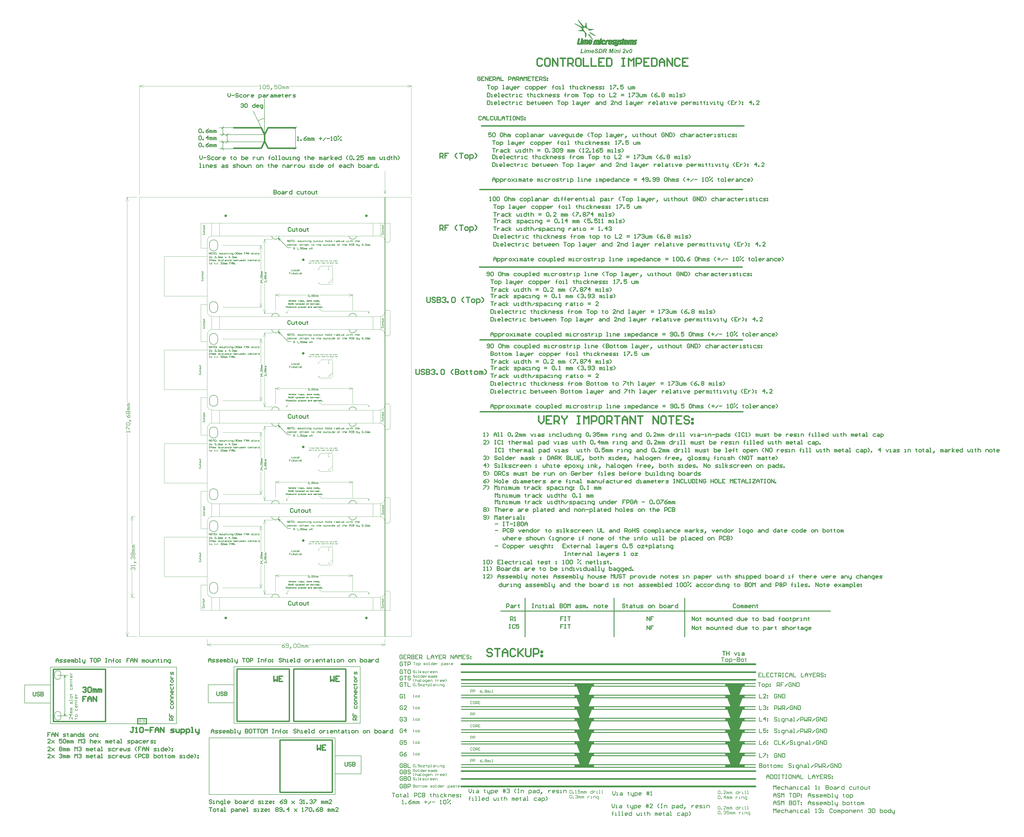
<source format=gm1>
G04*
G04 #@! TF.GenerationSoftware,Altium Limited,Altium Designer,19.1.6 (110)*
G04*
G04 Layer_Color=16711935*
%FSLAX44Y44*%
%MOMM*%
G71*
G01*
G75*
%ADD12C,0.2000*%
%ADD13C,0.3000*%
%ADD53C,0.1500*%
%ADD54C,0.4000*%
%ADD56C,0.5000*%
%ADD57C,0.7000*%
%ADD58C,0.1000*%
%ADD59C,0.2500*%
%ADD63C,0.6000*%
%ADD64C,0.3500*%
%ADD123C,0.2540*%
%ADD126C,0.0254*%
%ADD201C,0.0260*%
%ADD202C,0.1524*%
G36*
X1502000Y-344750D02*
X1426250D01*
Y-335000D01*
X1502000D01*
Y-344750D01*
D02*
G37*
G36*
X1480875Y-380000D02*
X1502000D01*
Y-389750D01*
X1426250D01*
Y-380000D01*
X1447125D01*
X1434000Y-345000D01*
X1494000D01*
X1480875Y-380000D01*
D02*
G37*
G36*
Y-425000D02*
X1502000D01*
Y-434750D01*
X1426250D01*
Y-425000D01*
X1447125D01*
X1434000Y-390000D01*
X1494000D01*
X1480875Y-425000D01*
D02*
G37*
G36*
Y-470000D02*
X1502000D01*
Y-479750D01*
X1426250D01*
Y-470000D01*
X1447125D01*
X1434000Y-435000D01*
X1494000D01*
X1480875Y-470000D01*
D02*
G37*
G36*
Y-515000D02*
X1502000D01*
Y-524750D01*
X1426250D01*
Y-515000D01*
X1447125D01*
X1434000Y-480000D01*
X1494000D01*
X1480875Y-515000D01*
D02*
G37*
G36*
Y-560000D02*
X1502000D01*
Y-569750D01*
X1426250D01*
Y-560000D01*
X1447125D01*
X1434000Y-525000D01*
X1494000D01*
X1480875Y-560000D01*
D02*
G37*
G36*
Y-605000D02*
X1502000D01*
Y-614750D01*
X1426250D01*
Y-605000D01*
X1447125D01*
X1434000Y-570000D01*
X1494000D01*
X1480875Y-605000D01*
D02*
G37*
G36*
X1480875Y-650000D02*
X1502000D01*
Y-659750D01*
X1426250D01*
Y-650000D01*
X1447125D01*
X1434000Y-615000D01*
X1494000D01*
X1480875Y-650000D01*
D02*
G37*
G36*
X2065875Y-650250D02*
X2087000D01*
Y-660000D01*
X2011250D01*
Y-650250D01*
X2032125D01*
X2019000Y-615250D01*
X2079000D01*
X2065875Y-650250D01*
D02*
G37*
G36*
X2065875Y-605250D02*
X2087000D01*
Y-615000D01*
X2011250D01*
Y-605250D01*
X2032125D01*
X2019000Y-570250D01*
X2079000D01*
X2065875Y-605250D01*
D02*
G37*
G36*
Y-560250D02*
X2087000D01*
Y-570000D01*
X2011250D01*
Y-560250D01*
X2032125D01*
X2019000Y-525250D01*
X2079000D01*
X2065875Y-560250D01*
D02*
G37*
G36*
Y-515250D02*
X2087000D01*
Y-525000D01*
X2011250D01*
Y-515250D01*
X2032125D01*
X2019000Y-480250D01*
X2079000D01*
X2065875Y-515250D01*
D02*
G37*
G36*
Y-470250D02*
X2087000D01*
Y-480000D01*
X2011250D01*
Y-470250D01*
X2032125D01*
X2019000Y-435250D01*
X2079000D01*
X2065875Y-470250D01*
D02*
G37*
G36*
Y-425250D02*
X2087000D01*
Y-435000D01*
X2011250D01*
Y-425250D01*
X2032125D01*
X2019000Y-390250D01*
X2079000D01*
X2065875Y-425250D01*
D02*
G37*
G36*
Y-380250D02*
X2087000D01*
Y-390000D01*
X2011250D01*
Y-380250D01*
X2032125D01*
X2019000Y-345250D01*
X2079000D01*
X2065875Y-380250D01*
D02*
G37*
G36*
X2011250Y-335250D02*
Y-345000D01*
X2087000D01*
Y-335250D01*
X2011250D01*
D02*
G37*
G36*
X1605399Y2128929D02*
X1602152D01*
X1602777Y2131863D01*
X1606000D01*
X1605399Y2128929D01*
D02*
G37*
G36*
X1584713D02*
X1581465D01*
X1582091Y2131863D01*
X1585314D01*
X1584713Y2128929D01*
D02*
G37*
G36*
X1469663Y2128929D02*
X1466416D01*
X1467041Y2131863D01*
X1470265D01*
X1469663Y2128929D01*
D02*
G37*
G36*
X1512599Y2132152D02*
X1512840Y2132128D01*
X1513129Y2132104D01*
X1513441Y2132056D01*
X1513778Y2132007D01*
X1514524Y2131839D01*
X1514908Y2131719D01*
X1515269Y2131599D01*
X1515654Y2131430D01*
X1516015Y2131238D01*
X1516352Y2131021D01*
X1516664Y2130781D01*
X1516688Y2130757D01*
X1516736Y2130709D01*
X1516809Y2130636D01*
X1516929Y2130540D01*
X1517049Y2130396D01*
X1517194Y2130228D01*
X1517338Y2130035D01*
X1517482Y2129819D01*
X1517651Y2129554D01*
X1517819Y2129289D01*
X1517963Y2128977D01*
X1518108Y2128664D01*
X1518228Y2128303D01*
X1518324Y2127942D01*
X1518396Y2127534D01*
X1518444Y2127125D01*
X1515173Y2126980D01*
Y2127004D01*
Y2127028D01*
X1515149Y2127173D01*
X1515077Y2127389D01*
X1515005Y2127654D01*
X1514884Y2127942D01*
X1514740Y2128255D01*
X1514548Y2128544D01*
X1514283Y2128808D01*
X1514259Y2128832D01*
X1514139Y2128905D01*
X1513970Y2129025D01*
X1513730Y2129145D01*
X1513441Y2129241D01*
X1513056Y2129362D01*
X1512599Y2129434D01*
X1512094Y2129458D01*
X1511854D01*
X1511613Y2129434D01*
X1511300Y2129386D01*
X1510988Y2129337D01*
X1510651Y2129241D01*
X1510338Y2129121D01*
X1510074Y2128953D01*
X1510050Y2128929D01*
X1509977Y2128856D01*
X1509881Y2128760D01*
X1509785Y2128616D01*
X1509665Y2128423D01*
X1509568Y2128207D01*
X1509496Y2127942D01*
X1509472Y2127678D01*
Y2127654D01*
Y2127558D01*
X1509496Y2127437D01*
X1509545Y2127269D01*
X1509617Y2127077D01*
X1509713Y2126884D01*
X1509833Y2126692D01*
X1510025Y2126499D01*
X1510050Y2126475D01*
X1510146Y2126403D01*
X1510290Y2126307D01*
X1510531Y2126162D01*
X1510699Y2126066D01*
X1510867Y2125970D01*
X1511060Y2125850D01*
X1511300Y2125730D01*
X1511541Y2125609D01*
X1511830Y2125465D01*
X1512142Y2125320D01*
X1512479Y2125176D01*
X1512503Y2125152D01*
X1512599Y2125128D01*
X1512744Y2125056D01*
X1512936Y2124984D01*
X1513177Y2124863D01*
X1513441Y2124743D01*
X1514019Y2124455D01*
X1514644Y2124142D01*
X1515245Y2123805D01*
X1515534Y2123637D01*
X1515774Y2123468D01*
X1515991Y2123300D01*
X1516159Y2123156D01*
X1516183Y2123132D01*
X1516207Y2123108D01*
X1516279Y2123035D01*
X1516352Y2122963D01*
X1516544Y2122699D01*
X1516761Y2122362D01*
X1516977Y2121953D01*
X1517146Y2121448D01*
X1517290Y2120871D01*
X1517314Y2120582D01*
X1517338Y2120245D01*
Y2120221D01*
Y2120149D01*
Y2120029D01*
X1517314Y2119884D01*
X1517290Y2119692D01*
X1517242Y2119451D01*
X1517194Y2119211D01*
X1517121Y2118946D01*
X1517025Y2118658D01*
X1516905Y2118345D01*
X1516761Y2118032D01*
X1516592Y2117720D01*
X1516400Y2117407D01*
X1516159Y2117070D01*
X1515895Y2116781D01*
X1515582Y2116469D01*
X1515558Y2116445D01*
X1515510Y2116397D01*
X1515390Y2116324D01*
X1515269Y2116228D01*
X1515077Y2116108D01*
X1514860Y2115964D01*
X1514620Y2115843D01*
X1514307Y2115699D01*
X1513994Y2115531D01*
X1513634Y2115410D01*
X1513225Y2115266D01*
X1512792Y2115146D01*
X1512335Y2115050D01*
X1511830Y2114977D01*
X1511300Y2114929D01*
X1510723Y2114905D01*
X1510362D01*
X1510170Y2114929D01*
X1509953Y2114953D01*
X1509713D01*
X1509448Y2115002D01*
X1508871Y2115074D01*
X1508246Y2115194D01*
X1507596Y2115362D01*
X1506995Y2115603D01*
X1506971D01*
X1506923Y2115627D01*
X1506850Y2115675D01*
X1506730Y2115747D01*
X1506466Y2115892D01*
X1506129Y2116132D01*
X1505768Y2116397D01*
X1505407Y2116757D01*
X1505070Y2117142D01*
X1504782Y2117599D01*
Y2117623D01*
X1504758Y2117647D01*
X1504734Y2117720D01*
X1504686Y2117840D01*
X1504637Y2117960D01*
X1504589Y2118104D01*
X1504469Y2118465D01*
X1504349Y2118898D01*
X1504253Y2119403D01*
X1504205Y2119957D01*
X1504180Y2120558D01*
X1507452Y2120750D01*
Y2120726D01*
Y2120678D01*
Y2120606D01*
X1507476Y2120510D01*
X1507500Y2120221D01*
X1507548Y2119908D01*
X1507596Y2119548D01*
X1507692Y2119187D01*
X1507813Y2118874D01*
X1507981Y2118634D01*
X1508029Y2118586D01*
X1508125Y2118489D01*
X1508318Y2118369D01*
X1508606Y2118201D01*
X1508775Y2118129D01*
X1508991Y2118032D01*
X1509208Y2117960D01*
X1509472Y2117912D01*
X1509737Y2117840D01*
X1510050Y2117816D01*
X1510386Y2117768D01*
X1511012D01*
X1511156Y2117792D01*
X1511324D01*
X1511685Y2117840D01*
X1512070Y2117912D01*
X1512479Y2118032D01*
X1512864Y2118177D01*
X1513177Y2118369D01*
X1513201Y2118393D01*
X1513297Y2118465D01*
X1513417Y2118609D01*
X1513561Y2118778D01*
X1513706Y2118994D01*
X1513826Y2119235D01*
X1513922Y2119500D01*
X1513946Y2119812D01*
Y2119836D01*
Y2119933D01*
X1513922Y2120077D01*
X1513874Y2120245D01*
X1513802Y2120438D01*
X1513682Y2120654D01*
X1513537Y2120871D01*
X1513321Y2121063D01*
X1513297Y2121087D01*
X1513225Y2121135D01*
X1513080Y2121231D01*
X1512864Y2121352D01*
X1512720Y2121448D01*
X1512551Y2121544D01*
X1512359Y2121640D01*
X1512142Y2121736D01*
X1511878Y2121857D01*
X1511613Y2122001D01*
X1511276Y2122145D01*
X1510940Y2122290D01*
X1510916D01*
X1510843Y2122338D01*
X1510747Y2122362D01*
X1510627Y2122434D01*
X1510459Y2122506D01*
X1510266Y2122578D01*
X1509857Y2122771D01*
X1509400Y2123011D01*
X1508919Y2123228D01*
X1508486Y2123468D01*
X1508270Y2123589D01*
X1508101Y2123685D01*
X1508053Y2123709D01*
X1507957Y2123781D01*
X1507789Y2123925D01*
X1507596Y2124094D01*
X1507380Y2124286D01*
X1507139Y2124551D01*
X1506923Y2124839D01*
X1506706Y2125152D01*
X1506682Y2125200D01*
X1506634Y2125320D01*
X1506538Y2125513D01*
X1506466Y2125753D01*
X1506369Y2126066D01*
X1506273Y2126427D01*
X1506225Y2126836D01*
X1506201Y2127269D01*
Y2127293D01*
Y2127365D01*
Y2127485D01*
X1506225Y2127630D01*
X1506249Y2127798D01*
X1506273Y2128015D01*
X1506321Y2128255D01*
X1506393Y2128496D01*
X1506562Y2129049D01*
X1506706Y2129337D01*
X1506850Y2129650D01*
X1507019Y2129939D01*
X1507211Y2130228D01*
X1507452Y2130516D01*
X1507716Y2130781D01*
X1507740Y2130805D01*
X1507789Y2130853D01*
X1507885Y2130901D01*
X1508005Y2130997D01*
X1508149Y2131093D01*
X1508342Y2131214D01*
X1508582Y2131358D01*
X1508847Y2131478D01*
X1509135Y2131599D01*
X1509448Y2131743D01*
X1509809Y2131863D01*
X1510218Y2131959D01*
X1510651Y2132056D01*
X1511108Y2132128D01*
X1511589Y2132152D01*
X1512118Y2132176D01*
X1512407D01*
X1512599Y2132152D01*
D02*
G37*
G36*
X1594960Y2127534D02*
X1595248Y2127509D01*
X1595585Y2127461D01*
X1595970Y2127341D01*
X1596355Y2127197D01*
X1596740Y2126980D01*
X1597100Y2126692D01*
X1597148Y2126644D01*
X1597245Y2126547D01*
X1597365Y2126355D01*
X1597533Y2126090D01*
X1597702Y2125753D01*
X1597822Y2125369D01*
X1597918Y2124936D01*
X1597966Y2124431D01*
Y2124406D01*
Y2124310D01*
X1597942Y2124142D01*
X1597894Y2123877D01*
X1597846Y2123565D01*
X1597774Y2123132D01*
X1597726Y2122891D01*
X1597678Y2122626D01*
X1597605Y2122338D01*
X1597533Y2122025D01*
X1596066Y2115218D01*
X1592843D01*
X1594310Y2122049D01*
Y2122073D01*
X1594334Y2122121D01*
Y2122194D01*
X1594358Y2122290D01*
X1594406Y2122554D01*
X1594478Y2122843D01*
X1594527Y2123156D01*
X1594575Y2123468D01*
X1594623Y2123709D01*
X1594647Y2123805D01*
Y2123877D01*
Y2123901D01*
Y2123974D01*
X1594623Y2124094D01*
X1594599Y2124238D01*
X1594551Y2124382D01*
X1594478Y2124551D01*
X1594382Y2124719D01*
X1594262Y2124863D01*
X1594238Y2124888D01*
X1594190Y2124912D01*
X1594118Y2124984D01*
X1593997Y2125056D01*
X1593853Y2125104D01*
X1593685Y2125176D01*
X1593468Y2125200D01*
X1593228Y2125224D01*
X1593107D01*
X1592963Y2125200D01*
X1592746Y2125152D01*
X1592506Y2125080D01*
X1592241Y2124960D01*
X1591953Y2124815D01*
X1591616Y2124623D01*
X1591568Y2124599D01*
X1591472Y2124503D01*
X1591303Y2124382D01*
X1591111Y2124190D01*
X1590894Y2123974D01*
X1590654Y2123709D01*
X1590437Y2123396D01*
X1590221Y2123035D01*
X1590197Y2123011D01*
X1590149Y2122891D01*
X1590077Y2122699D01*
X1590029Y2122554D01*
X1589980Y2122410D01*
X1589932Y2122218D01*
X1589860Y2122025D01*
X1589788Y2121785D01*
X1589716Y2121520D01*
X1589644Y2121231D01*
X1589547Y2120895D01*
X1589475Y2120534D01*
X1589379Y2120149D01*
X1588345Y2115218D01*
X1585121D01*
X1587647Y2127293D01*
X1590726D01*
X1590413Y2125705D01*
X1590437D01*
X1590461Y2125753D01*
X1590606Y2125874D01*
X1590846Y2126042D01*
X1591135Y2126259D01*
X1591472Y2126475D01*
X1591832Y2126716D01*
X1592217Y2126932D01*
X1592602Y2127125D01*
X1592650Y2127149D01*
X1592771Y2127197D01*
X1592987Y2127269D01*
X1593252Y2127341D01*
X1593564Y2127413D01*
X1593925Y2127485D01*
X1594310Y2127534D01*
X1594719Y2127558D01*
X1594863D01*
X1594960Y2127534D01*
D02*
G37*
G36*
X1486814Y2127509D02*
X1487126Y2127461D01*
X1487487Y2127365D01*
X1487872Y2127221D01*
X1488233Y2127028D01*
X1488546Y2126764D01*
X1488569Y2126740D01*
X1488666Y2126619D01*
X1488810Y2126451D01*
X1488954Y2126210D01*
X1489099Y2125922D01*
X1489243Y2125585D01*
X1489339Y2125176D01*
X1489363Y2124719D01*
Y2124695D01*
Y2124599D01*
X1489339Y2124431D01*
X1489315Y2124214D01*
X1489291Y2123925D01*
X1489219Y2123541D01*
X1489147Y2123083D01*
X1489027Y2122554D01*
X1487439Y2115218D01*
X1484216D01*
X1485779Y2122554D01*
Y2122578D01*
X1485803Y2122626D01*
Y2122675D01*
X1485827Y2122771D01*
X1485876Y2123011D01*
X1485924Y2123276D01*
X1485972Y2123541D01*
X1486020Y2123805D01*
X1486068Y2123998D01*
Y2124070D01*
Y2124118D01*
Y2124142D01*
Y2124214D01*
X1486044Y2124286D01*
X1486020Y2124406D01*
X1485948Y2124671D01*
X1485851Y2124791D01*
X1485755Y2124912D01*
X1485731Y2124936D01*
X1485707Y2124960D01*
X1485635Y2125008D01*
X1485539Y2125080D01*
X1485419Y2125128D01*
X1485250Y2125176D01*
X1485082Y2125200D01*
X1484865Y2125224D01*
X1484745D01*
X1484649Y2125200D01*
X1484408Y2125152D01*
X1484120Y2125056D01*
X1483783Y2124912D01*
X1483398Y2124671D01*
X1483206Y2124527D01*
X1483013Y2124358D01*
X1482845Y2124166D01*
X1482652Y2123925D01*
X1482628Y2123877D01*
X1482580Y2123829D01*
X1482532Y2123757D01*
X1482484Y2123637D01*
X1482412Y2123517D01*
X1482316Y2123348D01*
X1482243Y2123180D01*
X1482147Y2122963D01*
X1482051Y2122723D01*
X1481955Y2122458D01*
X1481859Y2122169D01*
X1481738Y2121857D01*
X1481642Y2121496D01*
X1481546Y2121111D01*
X1481450Y2120678D01*
X1480295Y2115218D01*
X1477072D01*
X1478587Y2122482D01*
Y2122506D01*
X1478611Y2122530D01*
X1478635Y2122699D01*
X1478683Y2122915D01*
X1478732Y2123156D01*
X1478780Y2123444D01*
X1478804Y2123709D01*
X1478852Y2123949D01*
Y2124118D01*
Y2124142D01*
Y2124190D01*
X1478828Y2124286D01*
X1478804Y2124406D01*
X1478707Y2124647D01*
X1478635Y2124791D01*
X1478515Y2124912D01*
X1478491Y2124936D01*
X1478467Y2124960D01*
X1478395Y2125008D01*
X1478299Y2125080D01*
X1478154Y2125128D01*
X1478010Y2125176D01*
X1477841Y2125200D01*
X1477625Y2125224D01*
X1477529D01*
X1477433Y2125200D01*
X1477288Y2125176D01*
X1477120Y2125152D01*
X1476927Y2125080D01*
X1476735Y2125008D01*
X1476519Y2124888D01*
X1476494Y2124863D01*
X1476422Y2124839D01*
X1476302Y2124767D01*
X1476182Y2124671D01*
X1476013Y2124551D01*
X1475845Y2124382D01*
X1475677Y2124214D01*
X1475508Y2124022D01*
X1475484Y2123998D01*
X1475436Y2123925D01*
X1475364Y2123805D01*
X1475268Y2123637D01*
X1475148Y2123444D01*
X1475027Y2123180D01*
X1474907Y2122915D01*
X1474787Y2122603D01*
Y2122578D01*
X1474763Y2122506D01*
X1474715Y2122386D01*
X1474666Y2122218D01*
X1474618Y2121977D01*
X1474522Y2121640D01*
X1474426Y2121255D01*
X1474378Y2121015D01*
X1474306Y2120750D01*
X1473151Y2115218D01*
X1469928D01*
X1472453Y2127293D01*
X1475508D01*
X1475220Y2125826D01*
X1475244Y2125850D01*
X1475292Y2125898D01*
X1475388Y2125994D01*
X1475532Y2126090D01*
X1475701Y2126235D01*
X1475893Y2126379D01*
X1476110Y2126523D01*
X1476374Y2126692D01*
X1476952Y2127004D01*
X1477577Y2127293D01*
X1477938Y2127389D01*
X1478275Y2127485D01*
X1478659Y2127534D01*
X1479020Y2127558D01*
X1479237D01*
X1479501Y2127534D01*
X1479790Y2127485D01*
X1480127Y2127413D01*
X1480488Y2127317D01*
X1480824Y2127173D01*
X1481113Y2126980D01*
X1481137Y2126956D01*
X1481233Y2126884D01*
X1481353Y2126740D01*
X1481522Y2126571D01*
X1481666Y2126355D01*
X1481835Y2126066D01*
X1481979Y2125778D01*
X1482075Y2125417D01*
X1482099Y2125465D01*
X1482195Y2125561D01*
X1482340Y2125730D01*
X1482532Y2125946D01*
X1482797Y2126187D01*
X1483085Y2126427D01*
X1483446Y2126692D01*
X1483855Y2126932D01*
X1483879D01*
X1483903Y2126956D01*
X1483975Y2126980D01*
X1484072Y2127028D01*
X1484288Y2127125D01*
X1484601Y2127245D01*
X1484962Y2127365D01*
X1485394Y2127461D01*
X1485827Y2127534D01*
X1486308Y2127558D01*
X1486549D01*
X1486814Y2127509D01*
D02*
G37*
G36*
X1575187Y2115218D02*
X1572084D01*
X1574971Y2129025D01*
X1568789Y2115218D01*
X1565542D01*
X1564916Y2129121D01*
X1562294Y2115218D01*
X1559191D01*
X1562655Y2131863D01*
X1567538D01*
X1568067Y2120414D01*
X1573287Y2131863D01*
X1578218D01*
X1575187Y2115218D01*
D02*
G37*
G36*
X1631185D02*
X1628394D01*
X1625989Y2127293D01*
X1629188D01*
X1630006Y2122001D01*
Y2121977D01*
X1630030Y2121905D01*
Y2121809D01*
X1630054Y2121664D01*
X1630078Y2121496D01*
X1630126Y2121279D01*
X1630198Y2120847D01*
X1630271Y2120365D01*
X1630343Y2119908D01*
X1630391Y2119500D01*
X1630415Y2119331D01*
X1630439Y2119187D01*
X1630463Y2119235D01*
X1630511Y2119307D01*
X1630583Y2119427D01*
X1630679Y2119620D01*
X1630824Y2119860D01*
X1630992Y2120197D01*
X1631112Y2120414D01*
X1631233Y2120630D01*
Y2120654D01*
X1631257Y2120678D01*
X1631353Y2120822D01*
X1631473Y2121039D01*
X1631617Y2121304D01*
X1631762Y2121568D01*
X1631906Y2121809D01*
X1632026Y2122025D01*
X1632099Y2122169D01*
X1635105Y2127293D01*
X1638617D01*
X1631185Y2115218D01*
D02*
G37*
G36*
X1619951Y2131935D02*
X1620144Y2131911D01*
X1620384Y2131887D01*
X1620625Y2131863D01*
X1620889Y2131791D01*
X1621491Y2131647D01*
X1622092Y2131430D01*
X1622405Y2131286D01*
X1622693Y2131118D01*
X1622958Y2130901D01*
X1623223Y2130685D01*
X1623247Y2130661D01*
X1623271Y2130636D01*
X1623343Y2130564D01*
X1623439Y2130468D01*
X1623535Y2130324D01*
X1623656Y2130179D01*
X1623776Y2130011D01*
X1623896Y2129819D01*
X1624137Y2129362D01*
X1624353Y2128808D01*
X1624522Y2128183D01*
X1624546Y2127846D01*
X1624570Y2127485D01*
Y2127437D01*
Y2127317D01*
X1624546Y2127125D01*
X1624522Y2126860D01*
X1624474Y2126571D01*
X1624401Y2126235D01*
X1624305Y2125874D01*
X1624161Y2125489D01*
X1624137Y2125441D01*
X1624089Y2125321D01*
X1623992Y2125128D01*
X1623848Y2124863D01*
X1623656Y2124551D01*
X1623415Y2124190D01*
X1623151Y2123805D01*
X1622814Y2123396D01*
X1622790Y2123372D01*
X1622693Y2123252D01*
X1622525Y2123084D01*
X1622285Y2122843D01*
X1621972Y2122530D01*
X1621587Y2122146D01*
X1621130Y2121712D01*
X1620601Y2121207D01*
X1620577Y2121183D01*
X1620529Y2121135D01*
X1620457Y2121087D01*
X1620360Y2120991D01*
X1620096Y2120750D01*
X1619783Y2120438D01*
X1619446Y2120125D01*
X1619109Y2119812D01*
X1618821Y2119524D01*
X1618580Y2119283D01*
X1618556Y2119259D01*
X1618508Y2119187D01*
X1618412Y2119091D01*
X1618292Y2118970D01*
X1618147Y2118802D01*
X1618003Y2118610D01*
X1617666Y2118201D01*
X1623439D01*
X1622814Y2115218D01*
X1612711D01*
Y2115242D01*
Y2115266D01*
X1612735Y2115338D01*
Y2115435D01*
X1612783Y2115675D01*
X1612856Y2115964D01*
X1612952Y2116324D01*
X1613072Y2116709D01*
X1613216Y2117142D01*
X1613409Y2117551D01*
Y2117575D01*
X1613433Y2117599D01*
X1613505Y2117744D01*
X1613625Y2117960D01*
X1613794Y2118225D01*
X1614010Y2118537D01*
X1614251Y2118874D01*
X1614515Y2119235D01*
X1614804Y2119596D01*
X1614852Y2119644D01*
X1614972Y2119788D01*
X1615069Y2119884D01*
X1615189Y2120005D01*
X1615333Y2120173D01*
X1615501Y2120341D01*
X1615694Y2120558D01*
X1615934Y2120774D01*
X1616175Y2121039D01*
X1616464Y2121304D01*
X1616776Y2121616D01*
X1617113Y2121953D01*
X1617474Y2122314D01*
X1617883Y2122699D01*
X1617907Y2122723D01*
X1617955Y2122771D01*
X1618051Y2122843D01*
X1618147Y2122963D01*
X1618436Y2123228D01*
X1618773Y2123565D01*
X1619134Y2123925D01*
X1619494Y2124262D01*
X1619783Y2124575D01*
X1619903Y2124695D01*
X1620000Y2124791D01*
X1620024Y2124839D01*
X1620120Y2124936D01*
X1620264Y2125104D01*
X1620432Y2125321D01*
X1620625Y2125561D01*
X1620793Y2125826D01*
X1620962Y2126090D01*
X1621082Y2126331D01*
X1621106Y2126355D01*
X1621130Y2126451D01*
X1621178Y2126571D01*
X1621250Y2126716D01*
X1621298Y2126908D01*
X1621346Y2127101D01*
X1621371Y2127317D01*
X1621395Y2127509D01*
Y2127558D01*
Y2127654D01*
X1621371Y2127798D01*
X1621322Y2127991D01*
X1621274Y2128207D01*
X1621178Y2128448D01*
X1621058Y2128664D01*
X1620889Y2128880D01*
X1620865Y2128905D01*
X1620793Y2128953D01*
X1620697Y2129049D01*
X1620553Y2129145D01*
X1620360Y2129241D01*
X1620144Y2129337D01*
X1619903Y2129386D01*
X1619639Y2129410D01*
X1619518D01*
X1619374Y2129386D01*
X1619182Y2129337D01*
X1618965Y2129265D01*
X1618749Y2129145D01*
X1618508Y2129001D01*
X1618292Y2128808D01*
X1618268Y2128784D01*
X1618195Y2128688D01*
X1618099Y2128544D01*
X1617979Y2128327D01*
X1617835Y2128039D01*
X1617690Y2127678D01*
X1617546Y2127245D01*
X1617426Y2126716D01*
X1614251Y2127173D01*
Y2127197D01*
X1614275Y2127269D01*
X1614299Y2127389D01*
X1614323Y2127558D01*
X1614395Y2127750D01*
X1614443Y2127966D01*
X1614515Y2128207D01*
X1614612Y2128472D01*
X1614852Y2129049D01*
X1615165Y2129650D01*
X1615550Y2130204D01*
X1615790Y2130468D01*
X1616031Y2130709D01*
X1616055Y2130733D01*
X1616103Y2130757D01*
X1616175Y2130829D01*
X1616295Y2130901D01*
X1616416Y2130997D01*
X1616584Y2131093D01*
X1616776Y2131214D01*
X1617017Y2131334D01*
X1617257Y2131454D01*
X1617522Y2131575D01*
X1618123Y2131767D01*
X1618797Y2131911D01*
X1619182Y2131935D01*
X1619566Y2131959D01*
X1619783D01*
X1619951Y2131935D01*
D02*
G37*
G36*
X1602512Y2115218D02*
X1599289D01*
X1601815Y2127293D01*
X1605062D01*
X1602512Y2115218D01*
D02*
G37*
G36*
X1581826D02*
X1578603D01*
X1581129Y2127293D01*
X1584376D01*
X1581826Y2115218D01*
D02*
G37*
G36*
X1547549Y2131839D02*
X1547982Y2131815D01*
X1548463Y2131767D01*
X1548945Y2131695D01*
X1549426Y2131599D01*
X1549859Y2131454D01*
X1549883D01*
X1549907Y2131430D01*
X1550027Y2131382D01*
X1550219Y2131286D01*
X1550460Y2131142D01*
X1550749Y2130925D01*
X1551037Y2130685D01*
X1551302Y2130372D01*
X1551566Y2130011D01*
X1551591Y2129963D01*
X1551663Y2129819D01*
X1551783Y2129602D01*
X1551903Y2129314D01*
X1552023Y2128953D01*
X1552144Y2128520D01*
X1552216Y2128015D01*
X1552240Y2127485D01*
Y2127461D01*
Y2127389D01*
Y2127293D01*
X1552216Y2127125D01*
X1552192Y2126956D01*
X1552168Y2126740D01*
X1552144Y2126499D01*
X1552072Y2126259D01*
X1551927Y2125705D01*
X1551711Y2125104D01*
X1551566Y2124815D01*
X1551398Y2124527D01*
X1551182Y2124238D01*
X1550965Y2123974D01*
X1550941Y2123949D01*
X1550917Y2123925D01*
X1550821Y2123853D01*
X1550725Y2123757D01*
X1550580Y2123637D01*
X1550436Y2123517D01*
X1550244Y2123396D01*
X1550003Y2123252D01*
X1549762Y2123108D01*
X1549474Y2122963D01*
X1549161Y2122819D01*
X1548800Y2122675D01*
X1548439Y2122554D01*
X1548031Y2122458D01*
X1547574Y2122362D01*
X1547117Y2122290D01*
X1547141Y2122266D01*
X1547237Y2122194D01*
X1547357Y2122049D01*
X1547525Y2121881D01*
X1547694Y2121640D01*
X1547910Y2121376D01*
X1548127Y2121063D01*
X1548343Y2120726D01*
X1548367Y2120702D01*
X1548391Y2120630D01*
X1548463Y2120534D01*
X1548536Y2120365D01*
X1548656Y2120173D01*
X1548776Y2119933D01*
X1548920Y2119644D01*
X1549089Y2119307D01*
X1549281Y2118946D01*
X1549474Y2118537D01*
X1549690Y2118080D01*
X1549907Y2117575D01*
X1550147Y2117046D01*
X1550388Y2116469D01*
X1550652Y2115867D01*
X1550917Y2115218D01*
X1547237D01*
Y2115242D01*
X1547213Y2115290D01*
X1547189Y2115362D01*
X1547141Y2115483D01*
X1547092Y2115627D01*
X1547020Y2115819D01*
X1546948Y2116036D01*
X1546852Y2116300D01*
X1546732Y2116589D01*
X1546611Y2116902D01*
X1546467Y2117263D01*
X1546299Y2117647D01*
X1546130Y2118080D01*
X1545938Y2118561D01*
X1545721Y2119067D01*
X1545481Y2119596D01*
Y2119620D01*
X1545457Y2119668D01*
X1545409Y2119740D01*
X1545361Y2119860D01*
X1545216Y2120125D01*
X1545024Y2120462D01*
X1544807Y2120822D01*
X1544567Y2121183D01*
X1544278Y2121520D01*
X1544134Y2121640D01*
X1543990Y2121761D01*
X1543965Y2121785D01*
X1543893Y2121809D01*
X1543773Y2121857D01*
X1543605Y2121929D01*
X1543364Y2122001D01*
X1543076Y2122049D01*
X1542715Y2122073D01*
X1542282Y2122097D01*
X1540887D01*
X1539443Y2115218D01*
X1536052D01*
X1539539Y2131863D01*
X1547381D01*
X1547549Y2131839D01*
D02*
G37*
G36*
X1528595D02*
X1529004D01*
X1529341Y2131815D01*
X1529461D01*
X1529581Y2131791D01*
X1529629D01*
X1529750Y2131767D01*
X1529942Y2131743D01*
X1530207Y2131695D01*
X1530495Y2131647D01*
X1530808Y2131575D01*
X1531433Y2131358D01*
X1531481Y2131334D01*
X1531578Y2131310D01*
X1531722Y2131238D01*
X1531938Y2131142D01*
X1532155Y2130997D01*
X1532420Y2130853D01*
X1532660Y2130685D01*
X1532925Y2130468D01*
X1532949Y2130444D01*
X1533045Y2130372D01*
X1533165Y2130252D01*
X1533334Y2130083D01*
X1533502Y2129891D01*
X1533694Y2129650D01*
X1533887Y2129386D01*
X1534079Y2129097D01*
X1534103Y2129073D01*
X1534151Y2128953D01*
X1534248Y2128784D01*
X1534344Y2128568D01*
X1534464Y2128303D01*
X1534608Y2127991D01*
X1534729Y2127630D01*
X1534825Y2127245D01*
X1534849Y2127197D01*
X1534873Y2127052D01*
X1534921Y2126836D01*
X1534969Y2126571D01*
X1535017Y2126235D01*
X1535042Y2125826D01*
X1535090Y2125417D01*
Y2124960D01*
Y2124936D01*
Y2124839D01*
Y2124695D01*
X1535065Y2124503D01*
Y2124262D01*
X1535042Y2123998D01*
X1534993Y2123685D01*
X1534969Y2123348D01*
X1534897Y2122987D01*
X1534849Y2122603D01*
X1534657Y2121809D01*
X1534392Y2120991D01*
X1534248Y2120582D01*
X1534055Y2120173D01*
Y2120149D01*
X1534007Y2120077D01*
X1533959Y2119981D01*
X1533863Y2119836D01*
X1533767Y2119644D01*
X1533646Y2119451D01*
X1533334Y2118970D01*
X1532973Y2118441D01*
X1532516Y2117888D01*
X1532011Y2117359D01*
X1531458Y2116854D01*
X1531433D01*
X1531409Y2116806D01*
X1531337Y2116757D01*
X1531241Y2116709D01*
X1531121Y2116613D01*
X1530976Y2116541D01*
X1530616Y2116324D01*
X1530183Y2116108D01*
X1529653Y2115867D01*
X1529052Y2115651D01*
X1528379Y2115459D01*
X1528331D01*
X1528258Y2115435D01*
X1528186Y2115410D01*
X1528066D01*
X1527922Y2115386D01*
X1527753Y2115362D01*
X1527561Y2115338D01*
X1527344Y2115314D01*
X1527104Y2115290D01*
X1526839Y2115266D01*
X1526526D01*
X1526214Y2115242D01*
X1525853Y2115218D01*
X1519214Y2115218D01*
X1522702Y2131863D01*
X1528186D01*
X1528595Y2131839D01*
D02*
G37*
G36*
X1466777Y2115218D02*
X1463554D01*
X1466079Y2127293D01*
X1469326D01*
X1466777Y2115218D01*
D02*
G37*
G36*
X1453427Y2118008D02*
X1461942D01*
X1461365Y2115218D01*
X1449434D01*
X1452922Y2131863D01*
X1456337D01*
X1453427Y2118008D01*
D02*
G37*
G36*
X1646170Y2131935D02*
X1646338Y2131911D01*
X1646531Y2131887D01*
X1647012Y2131767D01*
X1647541Y2131599D01*
X1647806Y2131478D01*
X1648094Y2131334D01*
X1648359Y2131166D01*
X1648648Y2130949D01*
X1648912Y2130733D01*
X1649153Y2130468D01*
X1649177Y2130444D01*
X1649201Y2130396D01*
X1649273Y2130324D01*
X1649369Y2130204D01*
X1649465Y2130035D01*
X1649562Y2129867D01*
X1649682Y2129650D01*
X1649826Y2129386D01*
X1649946Y2129097D01*
X1650067Y2128784D01*
X1650163Y2128423D01*
X1650259Y2128063D01*
X1650355Y2127630D01*
X1650428Y2127197D01*
X1650452Y2126716D01*
X1650476Y2126211D01*
Y2126187D01*
Y2126090D01*
Y2125946D01*
X1650452Y2125753D01*
Y2125537D01*
X1650428Y2125248D01*
X1650403Y2124936D01*
X1650355Y2124575D01*
X1650307Y2124166D01*
X1650235Y2123757D01*
X1650163Y2123300D01*
X1650067Y2122843D01*
X1649826Y2121833D01*
X1649514Y2120774D01*
Y2120750D01*
X1649465Y2120654D01*
X1649417Y2120510D01*
X1649345Y2120317D01*
X1649249Y2120077D01*
X1649129Y2119788D01*
X1648984Y2119500D01*
X1648840Y2119163D01*
X1648455Y2118465D01*
X1648022Y2117744D01*
X1647517Y2117046D01*
X1647228Y2116709D01*
X1646940Y2116421D01*
X1646916Y2116397D01*
X1646868Y2116349D01*
X1646771Y2116276D01*
X1646651Y2116180D01*
X1646507Y2116060D01*
X1646314Y2115940D01*
X1646122Y2115795D01*
X1645881Y2115675D01*
X1645328Y2115386D01*
X1644727Y2115146D01*
X1644390Y2115050D01*
X1644029Y2114977D01*
X1643668Y2114929D01*
X1643284Y2114905D01*
X1643091D01*
X1642947Y2114929D01*
X1642778Y2114953D01*
X1642586Y2114977D01*
X1642105Y2115098D01*
X1641576Y2115266D01*
X1641311Y2115386D01*
X1641022Y2115531D01*
X1640734Y2115699D01*
X1640469Y2115892D01*
X1640205Y2116108D01*
X1639940Y2116373D01*
X1639916Y2116397D01*
X1639892Y2116445D01*
X1639820Y2116517D01*
X1639748Y2116637D01*
X1639651Y2116806D01*
X1639531Y2116974D01*
X1639411Y2117190D01*
X1639291Y2117455D01*
X1639170Y2117744D01*
X1639050Y2118056D01*
X1638954Y2118393D01*
X1638834Y2118778D01*
X1638761Y2119187D01*
X1638689Y2119620D01*
X1638665Y2120101D01*
X1638641Y2120606D01*
Y2120630D01*
Y2120726D01*
Y2120847D01*
X1638665Y2121039D01*
Y2121279D01*
X1638689Y2121544D01*
X1638713Y2121857D01*
X1638737Y2122194D01*
X1638786Y2122554D01*
X1638858Y2122963D01*
X1639002Y2123829D01*
X1639194Y2124743D01*
X1639483Y2125705D01*
X1639507Y2125753D01*
X1639531Y2125850D01*
X1639603Y2126018D01*
X1639675Y2126235D01*
X1639772Y2126499D01*
X1639916Y2126788D01*
X1640060Y2127125D01*
X1640229Y2127485D01*
X1640614Y2128255D01*
X1641071Y2129025D01*
X1641311Y2129410D01*
X1641600Y2129771D01*
X1641888Y2130107D01*
X1642177Y2130420D01*
X1642201Y2130444D01*
X1642249Y2130492D01*
X1642345Y2130564D01*
X1642466Y2130661D01*
X1642610Y2130781D01*
X1642802Y2130901D01*
X1643019Y2131045D01*
X1643259Y2131190D01*
X1643789Y2131478D01*
X1644414Y2131719D01*
X1644751Y2131815D01*
X1645088Y2131887D01*
X1645448Y2131935D01*
X1645833Y2131959D01*
X1646026D01*
X1646170Y2131935D01*
D02*
G37*
G36*
X1498191Y2127534D02*
X1498383Y2127509D01*
X1498600Y2127485D01*
X1498840Y2127437D01*
X1499105Y2127389D01*
X1499682Y2127221D01*
X1499971Y2127125D01*
X1500260Y2126980D01*
X1500548Y2126812D01*
X1500837Y2126644D01*
X1501102Y2126427D01*
X1501366Y2126187D01*
X1501390Y2126162D01*
X1501414Y2126114D01*
X1501486Y2126042D01*
X1501583Y2125946D01*
X1501679Y2125802D01*
X1501775Y2125633D01*
X1501895Y2125417D01*
X1502040Y2125200D01*
X1502160Y2124936D01*
X1502280Y2124647D01*
X1502376Y2124334D01*
X1502473Y2123974D01*
X1502569Y2123613D01*
X1502641Y2123204D01*
X1502665Y2122795D01*
X1502689Y2122338D01*
Y2122314D01*
Y2122290D01*
Y2122145D01*
Y2121905D01*
X1502665Y2121640D01*
X1502641Y2121304D01*
X1502593Y2120943D01*
X1502449Y2120221D01*
X1494270D01*
Y2120197D01*
Y2120101D01*
X1494246Y2120005D01*
Y2119908D01*
Y2119884D01*
Y2119860D01*
Y2119716D01*
X1494294Y2119500D01*
X1494342Y2119211D01*
X1494415Y2118898D01*
X1494535Y2118586D01*
X1494703Y2118249D01*
X1494920Y2117960D01*
X1494944Y2117936D01*
X1495040Y2117840D01*
X1495184Y2117744D01*
X1495401Y2117599D01*
X1495641Y2117479D01*
X1495930Y2117359D01*
X1496267Y2117263D01*
X1496628Y2117238D01*
X1496796D01*
X1496892Y2117263D01*
X1497036Y2117287D01*
X1497205Y2117335D01*
X1497566Y2117455D01*
X1497758Y2117527D01*
X1497975Y2117647D01*
X1498191Y2117792D01*
X1498383Y2117960D01*
X1498600Y2118152D01*
X1498817Y2118369D01*
X1499009Y2118634D01*
X1499177Y2118922D01*
X1502088Y2118441D01*
Y2118417D01*
X1502040Y2118369D01*
X1501992Y2118273D01*
X1501919Y2118152D01*
X1501847Y2118008D01*
X1501727Y2117840D01*
X1501486Y2117431D01*
X1501150Y2116998D01*
X1500741Y2116565D01*
X1500284Y2116132D01*
X1499779Y2115771D01*
X1499755D01*
X1499706Y2115723D01*
X1499634Y2115699D01*
X1499538Y2115627D01*
X1499394Y2115579D01*
X1499249Y2115507D01*
X1498840Y2115338D01*
X1498383Y2115170D01*
X1497830Y2115050D01*
X1497253Y2114953D01*
X1496604Y2114905D01*
X1496363D01*
X1496195Y2114929D01*
X1495978Y2114953D01*
X1495738Y2114977D01*
X1495473Y2115025D01*
X1495184Y2115098D01*
X1494559Y2115290D01*
X1494222Y2115410D01*
X1493885Y2115555D01*
X1493573Y2115723D01*
X1493236Y2115940D01*
X1492923Y2116180D01*
X1492635Y2116445D01*
X1492611Y2116469D01*
X1492563Y2116517D01*
X1492490Y2116613D01*
X1492394Y2116733D01*
X1492274Y2116878D01*
X1492154Y2117070D01*
X1492009Y2117287D01*
X1491889Y2117527D01*
X1491745Y2117816D01*
X1491600Y2118104D01*
X1491480Y2118441D01*
X1491360Y2118802D01*
X1491264Y2119187D01*
X1491191Y2119620D01*
X1491143Y2120053D01*
X1491119Y2120510D01*
Y2120534D01*
Y2120630D01*
Y2120750D01*
X1491143Y2120919D01*
X1491167Y2121135D01*
X1491191Y2121400D01*
X1491239Y2121688D01*
X1491288Y2122001D01*
X1491456Y2122675D01*
X1491576Y2123035D01*
X1491696Y2123420D01*
X1491865Y2123805D01*
X1492033Y2124190D01*
X1492250Y2124575D01*
X1492490Y2124936D01*
X1492514Y2124960D01*
X1492587Y2125056D01*
X1492683Y2125176D01*
X1492827Y2125345D01*
X1493044Y2125537D01*
X1493260Y2125778D01*
X1493549Y2125994D01*
X1493861Y2126259D01*
X1494222Y2126499D01*
X1494631Y2126740D01*
X1495064Y2126956D01*
X1495545Y2127149D01*
X1496050Y2127317D01*
X1496604Y2127437D01*
X1497205Y2127534D01*
X1497830Y2127558D01*
X1498047D01*
X1498191Y2127534D01*
D02*
G37*
%LPC*%
G36*
X1546635Y2129073D02*
X1542354D01*
X1541416Y2124599D01*
X1543917D01*
X1544158Y2124623D01*
X1544735Y2124647D01*
X1545336Y2124671D01*
X1545938Y2124743D01*
X1546202Y2124767D01*
X1546467Y2124815D01*
X1546684Y2124863D01*
X1546876Y2124912D01*
X1546924Y2124936D01*
X1547020Y2124984D01*
X1547189Y2125056D01*
X1547405Y2125176D01*
X1547622Y2125321D01*
X1547862Y2125489D01*
X1548079Y2125705D01*
X1548295Y2125946D01*
X1548319Y2125970D01*
X1548367Y2126066D01*
X1548463Y2126211D01*
X1548560Y2126403D01*
X1548656Y2126620D01*
X1548752Y2126860D01*
X1548800Y2127149D01*
X1548824Y2127437D01*
Y2127485D01*
Y2127582D01*
X1548776Y2127750D01*
X1548728Y2127942D01*
X1548632Y2128159D01*
X1548512Y2128375D01*
X1548319Y2128592D01*
X1548079Y2128784D01*
X1548055Y2128808D01*
X1547982Y2128832D01*
X1547862Y2128880D01*
X1547670Y2128929D01*
X1547405Y2128977D01*
X1547044Y2129025D01*
X1546635Y2129073D01*
D02*
G37*
G36*
X1528066Y2129121D02*
X1525540D01*
X1523183Y2117888D01*
X1525372D01*
X1525564Y2117912D01*
X1525973D01*
X1526430Y2117936D01*
X1526863Y2117984D01*
X1527296Y2118032D01*
X1527489Y2118056D01*
X1527657Y2118104D01*
X1527705Y2118129D01*
X1527801Y2118152D01*
X1527970Y2118225D01*
X1528186Y2118297D01*
X1528427Y2118417D01*
X1528691Y2118561D01*
X1528956Y2118754D01*
X1529220Y2118970D01*
X1529245D01*
X1529269Y2119019D01*
X1529389Y2119139D01*
X1529581Y2119355D01*
X1529822Y2119620D01*
X1530110Y2119981D01*
X1530399Y2120414D01*
X1530688Y2120895D01*
X1530952Y2121424D01*
Y2121448D01*
X1530976Y2121496D01*
X1531024Y2121592D01*
X1531073Y2121688D01*
X1531121Y2121857D01*
X1531169Y2122025D01*
X1531241Y2122218D01*
X1531313Y2122458D01*
X1531361Y2122699D01*
X1531433Y2122987D01*
X1531554Y2123613D01*
X1531626Y2124310D01*
X1531650Y2125056D01*
Y2125080D01*
Y2125128D01*
Y2125224D01*
Y2125345D01*
X1531626Y2125489D01*
Y2125657D01*
X1531578Y2126066D01*
X1531506Y2126499D01*
X1531409Y2126932D01*
X1531265Y2127365D01*
X1531073Y2127726D01*
X1531049Y2127774D01*
X1530976Y2127870D01*
X1530856Y2128015D01*
X1530688Y2128207D01*
X1530471Y2128400D01*
X1530231Y2128592D01*
X1529942Y2128760D01*
X1529629Y2128905D01*
X1529605D01*
X1529509Y2128929D01*
X1529365Y2128977D01*
X1529148Y2129025D01*
X1528860Y2129049D01*
X1528499Y2129097D01*
X1528066Y2129121D01*
D02*
G37*
G36*
X1645713Y2129362D02*
X1645665D01*
X1645569Y2129337D01*
X1645400Y2129314D01*
X1645184Y2129265D01*
X1644943Y2129145D01*
X1644679Y2129001D01*
X1644414Y2128808D01*
X1644149Y2128520D01*
Y2128496D01*
X1644101Y2128472D01*
X1644053Y2128375D01*
X1643981Y2128279D01*
X1643909Y2128135D01*
X1643789Y2127966D01*
X1643692Y2127774D01*
X1643572Y2127534D01*
X1643428Y2127245D01*
X1643284Y2126932D01*
X1643139Y2126595D01*
X1642995Y2126187D01*
X1642851Y2125778D01*
X1642706Y2125296D01*
X1642562Y2124791D01*
X1642418Y2124238D01*
Y2124214D01*
X1642394Y2124118D01*
X1642370Y2123998D01*
X1642321Y2123805D01*
X1642273Y2123589D01*
X1642225Y2123324D01*
X1642177Y2123035D01*
X1642129Y2122723D01*
X1642009Y2122025D01*
X1641913Y2121328D01*
X1641840Y2120606D01*
X1641816Y2119933D01*
Y2119908D01*
Y2119884D01*
Y2119812D01*
Y2119716D01*
X1641840Y2119476D01*
X1641864Y2119187D01*
X1641913Y2118874D01*
X1642009Y2118561D01*
X1642105Y2118273D01*
X1642249Y2118032D01*
X1642273Y2118008D01*
X1642321Y2117960D01*
X1642418Y2117864D01*
X1642562Y2117768D01*
X1642706Y2117672D01*
X1642899Y2117575D01*
X1643139Y2117527D01*
X1643380Y2117503D01*
X1643428D01*
X1643524Y2117527D01*
X1643717Y2117551D01*
X1643933Y2117599D01*
X1644174Y2117720D01*
X1644462Y2117864D01*
X1644727Y2118056D01*
X1645016Y2118345D01*
Y2118369D01*
X1645064Y2118393D01*
X1645112Y2118465D01*
X1645184Y2118586D01*
X1645256Y2118706D01*
X1645352Y2118874D01*
X1645448Y2119091D01*
X1645569Y2119331D01*
X1645713Y2119596D01*
X1645833Y2119933D01*
X1645978Y2120293D01*
X1646122Y2120702D01*
X1646266Y2121159D01*
X1646411Y2121640D01*
X1646555Y2122194D01*
X1646699Y2122795D01*
Y2122819D01*
X1646723Y2122915D01*
X1646747Y2123060D01*
X1646795Y2123228D01*
X1646844Y2123444D01*
X1646892Y2123709D01*
X1646940Y2123998D01*
X1647012Y2124310D01*
X1647108Y2124984D01*
X1647204Y2125681D01*
X1647276Y2126355D01*
X1647301Y2126692D01*
Y2126980D01*
Y2127004D01*
Y2127028D01*
Y2127197D01*
X1647276Y2127413D01*
X1647253Y2127678D01*
X1647180Y2127966D01*
X1647108Y2128279D01*
X1646988Y2128544D01*
X1646844Y2128784D01*
X1646819Y2128808D01*
X1646771Y2128880D01*
X1646675Y2128977D01*
X1646531Y2129073D01*
X1646387Y2129169D01*
X1646194Y2129265D01*
X1645954Y2129337D01*
X1645713Y2129362D01*
D02*
G37*
G36*
X1497493Y2125224D02*
X1497325D01*
X1497133Y2125176D01*
X1496892Y2125128D01*
X1496604Y2125032D01*
X1496291Y2124912D01*
X1495978Y2124719D01*
X1495665Y2124455D01*
X1495641Y2124431D01*
X1495545Y2124310D01*
X1495401Y2124142D01*
X1495232Y2123877D01*
X1495064Y2123565D01*
X1494872Y2123180D01*
X1494703Y2122747D01*
X1494583Y2122218D01*
X1499706D01*
Y2122242D01*
Y2122338D01*
Y2122434D01*
Y2122530D01*
Y2122554D01*
Y2122578D01*
Y2122651D01*
Y2122747D01*
X1499682Y2122987D01*
X1499634Y2123300D01*
X1499562Y2123613D01*
X1499442Y2123949D01*
X1499297Y2124262D01*
X1499105Y2124551D01*
X1499081Y2124575D01*
X1498985Y2124647D01*
X1498865Y2124767D01*
X1498672Y2124888D01*
X1498456Y2125008D01*
X1498167Y2125128D01*
X1497854Y2125200D01*
X1497493Y2125224D01*
D02*
G37*
%LPD*%
D12*
X-241757Y-481000D02*
G03*
X-241757Y-481000I-4243J0D01*
G01*
X-255757D02*
G03*
X-255757Y-481000I-4243J0D01*
G01*
X-567958Y-455500D02*
G03*
X-592042Y-455500I-12042J0D01*
G01*
X-592042Y-465500D02*
G03*
X-567958Y-465500I12042J0D01*
G01*
Y-297000D02*
G03*
X-592042Y-297000I-12042J0D01*
G01*
X-592042Y-307000D02*
G03*
X-567958Y-307000I12042J0D01*
G01*
X222750Y1860500D02*
G03*
X197969Y1850235I0J-35046D01*
G01*
X-556000Y-452000D02*
X-553000Y-461000D01*
X-550000Y-452000D01*
X-553000Y-303000D02*
X-550000Y-312000D01*
X-556000D02*
X-553000Y-303000D01*
Y-461000D02*
Y-303000D01*
X-581000Y-461000D02*
X-541000D01*
X-580000Y-303000D02*
X-541000D01*
X-592042Y-465500D02*
Y-455500D01*
X-592042Y-455500D01*
X-567958Y-465500D02*
Y-455500D01*
X-567958Y-455500D01*
X-567958Y-307000D02*
X-567958Y-307000D01*
X-567958Y-307000D02*
Y-297000D01*
X-592042Y-307000D02*
X-592042Y-307000D01*
X-592042Y-307000D02*
Y-297000D01*
X-608750Y-490750D02*
Y-270750D01*
Y-490750D02*
X-118750D01*
Y-270750D01*
X-608750D02*
X-118750D01*
X-708750Y-340750D02*
X-608750D01*
X-708750Y-410750D02*
Y-340750D01*
Y-410750D02*
X-608750D01*
X497250Y-766000D02*
Y-546000D01*
X7250Y-766000D02*
X497250D01*
X7250D02*
Y-546000D01*
X497250D01*
Y-616000D02*
X597250D01*
Y-686000D02*
Y-616000D01*
X497250Y-686000D02*
X597250D01*
X4250Y-409750D02*
X104250D01*
X4250D02*
Y-339750D01*
X104250D01*
Y-269750D02*
X594250D01*
Y-489750D02*
Y-269750D01*
X104250Y-489750D02*
X594250D01*
X104250D02*
Y-269750D01*
X178613Y1890894D02*
X209764Y1825000D01*
X48000Y1798000D02*
X223000D01*
X48000Y1825500D02*
X103000D01*
X60500Y1798000D02*
Y1825500D01*
X55500Y1820500D02*
X65500Y1830500D01*
X55500Y1793000D02*
X65500Y1803000D01*
X55500Y1775500D02*
X65500Y1765500D01*
X55500Y1748000D02*
X65500Y1738000D01*
X60500Y1743000D02*
Y1770500D01*
X48000Y1743000D02*
X103000D01*
X48000Y1770500D02*
X223000D01*
X73000Y1765500D02*
X83000Y1775500D01*
X73000Y1793000D02*
X83000Y1803000D01*
X78000Y1770500D02*
Y1798000D01*
X338000Y1740500D02*
X348000Y1750500D01*
X338000Y1820500D02*
X348000Y1830500D01*
X343000Y1745500D02*
Y1825500D01*
X223000Y1798000D02*
Y1938000D01*
X-523195Y-466003D02*
Y-474000D01*
X-531193Y-466003D01*
X-533192D01*
X-535191Y-468002D01*
Y-472001D01*
X-533192Y-474000D01*
X-523195Y-456006D02*
X-535191D01*
X-529193Y-462004D01*
Y-454007D01*
X-523195Y-450008D02*
X-531193D01*
Y-448008D01*
X-529193Y-446009D01*
X-523195D01*
X-529193D01*
X-531193Y-444010D01*
X-529193Y-442010D01*
X-523195D01*
Y-438012D02*
X-531193D01*
Y-436012D01*
X-529193Y-434013D01*
X-523195D01*
X-529193D01*
X-531193Y-432014D01*
X-529193Y-430014D01*
X-523195D01*
Y-414019D02*
Y-408021D01*
X-525195Y-406022D01*
X-527194Y-408021D01*
Y-412020D01*
X-529193Y-414019D01*
X-531193Y-412020D01*
Y-406022D01*
X-523195Y-402023D02*
Y-398025D01*
Y-400024D01*
X-535191D01*
Y-402023D01*
X-523195Y-390027D02*
Y-386029D01*
X-525195Y-384029D01*
X-529193D01*
X-531193Y-386029D01*
Y-390027D01*
X-529193Y-392026D01*
X-525195D01*
X-523195Y-390027D01*
X-533192Y-378031D02*
X-531193D01*
Y-380030D01*
Y-376032D01*
Y-378031D01*
X-525195D01*
X-523195Y-376032D01*
X-531193Y-350040D02*
Y-356038D01*
X-529193Y-358037D01*
X-525195D01*
X-523195Y-356038D01*
Y-350040D01*
Y-340043D02*
Y-344042D01*
X-525195Y-346041D01*
X-529193D01*
X-531193Y-344042D01*
Y-340043D01*
X-529193Y-338044D01*
X-527194D01*
Y-346041D01*
X-523195Y-334045D02*
X-531193D01*
Y-328047D01*
X-529193Y-326048D01*
X-523195D01*
X-533192Y-320050D02*
X-531193D01*
Y-322049D01*
Y-318050D01*
Y-320050D01*
X-525195D01*
X-523195Y-318050D01*
Y-306054D02*
Y-310053D01*
X-525195Y-312052D01*
X-529193D01*
X-531193Y-310053D01*
Y-306054D01*
X-529193Y-304055D01*
X-527194D01*
Y-312052D01*
X-531193Y-300056D02*
X-523195D01*
X-527194D01*
X-529193Y-298057D01*
X-531193Y-296058D01*
Y-294058D01*
X-513997Y-472001D02*
X-511997D01*
Y-474000D01*
Y-470001D01*
Y-472001D01*
X-505999D01*
X-504000Y-470001D01*
Y-462004D02*
Y-458005D01*
X-505999Y-456006D01*
X-509998D01*
X-511997Y-458005D01*
Y-462004D01*
X-509998Y-464003D01*
X-505999D01*
X-504000Y-462004D01*
X-511997Y-432014D02*
Y-438012D01*
X-509998Y-440011D01*
X-505999D01*
X-504000Y-438012D01*
Y-432014D01*
Y-422017D02*
Y-426016D01*
X-505999Y-428015D01*
X-509998D01*
X-511997Y-426016D01*
Y-422017D01*
X-509998Y-420017D01*
X-507999D01*
Y-428015D01*
X-504000Y-416019D02*
X-511997D01*
Y-410021D01*
X-509998Y-408021D01*
X-504000D01*
X-513997Y-402023D02*
X-511997D01*
Y-404023D01*
Y-400024D01*
Y-402023D01*
X-505999D01*
X-504000Y-400024D01*
Y-388028D02*
Y-392026D01*
X-505999Y-394026D01*
X-509998D01*
X-511997Y-392026D01*
Y-388028D01*
X-509998Y-386028D01*
X-507999D01*
Y-394026D01*
X-511997Y-382030D02*
X-504000D01*
X-507999D01*
X-509998Y-380030D01*
X-511997Y-378031D01*
Y-376032D01*
X1408000Y-751768D02*
X1409999Y-749769D01*
X1413998D01*
X1415997Y-751768D01*
Y-759766D01*
X1413998Y-761765D01*
X1409999D01*
X1408000Y-759766D01*
Y-751768D01*
X1419996Y-761765D02*
Y-759766D01*
X1421996D01*
Y-761765D01*
X1419996D01*
X1429993D02*
X1433992D01*
X1431992D01*
Y-749769D01*
X1429993Y-751768D01*
X1447987Y-749769D02*
X1439990D01*
Y-755767D01*
X1443988Y-753768D01*
X1445988D01*
X1447987Y-755767D01*
Y-759766D01*
X1445988Y-761765D01*
X1441989D01*
X1439990Y-759766D01*
X1451986Y-761765D02*
Y-753768D01*
X1453985D01*
X1455984Y-755767D01*
Y-761765D01*
Y-755767D01*
X1457984Y-753768D01*
X1459983Y-755767D01*
Y-761765D01*
X1463982D02*
Y-753768D01*
X1465981D01*
X1467981Y-755767D01*
Y-761765D01*
Y-755767D01*
X1469980Y-753768D01*
X1471979Y-755767D01*
Y-761765D01*
X1495972Y-749769D02*
Y-761765D01*
X1489973D01*
X1487974Y-759766D01*
Y-755767D01*
X1489973Y-753768D01*
X1495972D01*
X1499970D02*
Y-761765D01*
Y-757767D01*
X1501970Y-755767D01*
X1503969Y-753768D01*
X1505968D01*
X1511966Y-761765D02*
X1515965D01*
X1513966D01*
Y-753768D01*
X1511966D01*
X1521963Y-761765D02*
X1525962D01*
X1523963D01*
Y-749769D01*
X1521963D01*
X1531960Y-761765D02*
X1535959D01*
X1533959D01*
Y-749769D01*
X1531960D01*
X1408000Y-770964D02*
X1409999Y-768964D01*
X1413998D01*
X1415997Y-770964D01*
Y-778961D01*
X1413998Y-780961D01*
X1409999D01*
X1408000Y-778961D01*
Y-770964D01*
X1419996Y-780961D02*
Y-778961D01*
X1421996D01*
Y-780961D01*
X1419996D01*
X1429993Y-770964D02*
X1431992Y-768964D01*
X1435991D01*
X1437990Y-770964D01*
Y-772963D01*
X1435991Y-774963D01*
X1433992D01*
X1435991D01*
X1437990Y-776962D01*
Y-778961D01*
X1435991Y-780961D01*
X1431992D01*
X1429993Y-778961D01*
X1441989Y-780961D02*
Y-772963D01*
X1443988D01*
X1445988Y-774963D01*
Y-780961D01*
Y-774963D01*
X1447987Y-772963D01*
X1449986Y-774963D01*
Y-780961D01*
X1453985D02*
Y-772963D01*
X1455984D01*
X1457984Y-774963D01*
Y-780961D01*
Y-774963D01*
X1459983Y-772963D01*
X1461983Y-774963D01*
Y-780961D01*
X1477977Y-772963D02*
Y-780961D01*
Y-776962D01*
X1479977Y-774963D01*
X1481976Y-772963D01*
X1483975D01*
X1489973Y-780961D02*
X1493972D01*
X1491973D01*
Y-772963D01*
X1489973D01*
X1499970Y-780961D02*
Y-772963D01*
X1505968D01*
X1507968Y-774963D01*
Y-780961D01*
X1515965Y-784959D02*
X1517964D01*
X1519964Y-782960D01*
Y-772963D01*
X1513966D01*
X1511966Y-774963D01*
Y-778961D01*
X1513966Y-780961D01*
X1519964D01*
X1983500Y-813769D02*
X1985499Y-811769D01*
X1989498D01*
X1991497Y-813769D01*
Y-821766D01*
X1989498Y-823765D01*
X1985499D01*
X1983500Y-821766D01*
Y-813769D01*
X1995496Y-823765D02*
Y-821766D01*
X1997496D01*
Y-823765D01*
X1995496D01*
X2013490D02*
X2005493D01*
X2013490Y-815768D01*
Y-813769D01*
X2011491Y-811769D01*
X2007492D01*
X2005493Y-813769D01*
X2017489Y-823765D02*
Y-815768D01*
X2019488D01*
X2021488Y-817767D01*
Y-823765D01*
Y-817767D01*
X2023487Y-815768D01*
X2025486Y-817767D01*
Y-823765D01*
X2029485D02*
Y-815768D01*
X2031485D01*
X2033484Y-817767D01*
Y-823765D01*
Y-817767D01*
X2035483Y-815768D01*
X2037482Y-817767D01*
Y-823765D01*
X2061475Y-811769D02*
Y-823765D01*
X2055477D01*
X2053477Y-821766D01*
Y-817767D01*
X2055477Y-815768D01*
X2061475D01*
X2065473D02*
Y-823765D01*
Y-819767D01*
X2067473Y-817767D01*
X2069472Y-815768D01*
X2071472D01*
X2077470Y-823765D02*
X2081468D01*
X2079469D01*
Y-815768D01*
X2077470D01*
X2087466Y-823765D02*
X2091465D01*
X2089466D01*
Y-811769D01*
X2087466D01*
X2097463Y-823765D02*
X2101462D01*
X2099462D01*
Y-811769D01*
X2097463D01*
X1983500Y-832964D02*
X1985499Y-830965D01*
X1989498D01*
X1991497Y-832964D01*
Y-840961D01*
X1989498Y-842961D01*
X1985499D01*
X1983500Y-840961D01*
Y-832964D01*
X1995496Y-842961D02*
Y-840961D01*
X1997496D01*
Y-842961D01*
X1995496D01*
X2005493Y-832964D02*
X2007492Y-830965D01*
X2011491D01*
X2013490Y-832964D01*
Y-834963D01*
X2011491Y-836963D01*
X2009492D01*
X2011491D01*
X2013490Y-838962D01*
Y-840961D01*
X2011491Y-842961D01*
X2007492D01*
X2005493Y-840961D01*
X2025486Y-830965D02*
X2017489D01*
Y-836963D01*
X2021488Y-834963D01*
X2023487D01*
X2025486Y-836963D01*
Y-840961D01*
X2023487Y-842961D01*
X2019488D01*
X2017489Y-840961D01*
X2029485Y-842961D02*
Y-834963D01*
X2031485D01*
X2033484Y-836963D01*
Y-842961D01*
Y-836963D01*
X2035483Y-834963D01*
X2037482Y-836963D01*
Y-842961D01*
X2041481D02*
Y-834963D01*
X2043481D01*
X2045480Y-836963D01*
Y-842961D01*
Y-836963D01*
X2047479Y-834963D01*
X2049479Y-836963D01*
Y-842961D01*
X2065473Y-834963D02*
Y-842961D01*
Y-838962D01*
X2067473Y-836963D01*
X2069472Y-834963D01*
X2071472D01*
X2077470Y-842961D02*
X2081468D01*
X2079469D01*
Y-834963D01*
X2077470D01*
X2087466Y-842961D02*
Y-834963D01*
X2093464D01*
X2095464Y-836963D01*
Y-842961D01*
X2103461Y-846959D02*
X2105461D01*
X2107460Y-844960D01*
Y-834963D01*
X2101462D01*
X2099462Y-836963D01*
Y-840961D01*
X2101462Y-842961D01*
X2107460D01*
X1983500Y-753768D02*
X1985499Y-751769D01*
X1989498D01*
X1991497Y-753768D01*
Y-761766D01*
X1989498Y-763765D01*
X1985499D01*
X1983500Y-761766D01*
Y-753768D01*
X1995496Y-763765D02*
Y-761766D01*
X1997496D01*
Y-763765D01*
X1995496D01*
X2013490D02*
X2005493D01*
X2013490Y-755768D01*
Y-753768D01*
X2011491Y-751769D01*
X2007492D01*
X2005493Y-753768D01*
X2017489Y-763765D02*
Y-755768D01*
X2019488D01*
X2021488Y-757767D01*
Y-763765D01*
Y-757767D01*
X2023487Y-755768D01*
X2025486Y-757767D01*
Y-763765D01*
X2029485D02*
Y-755768D01*
X2031485D01*
X2033484Y-757767D01*
Y-763765D01*
Y-757767D01*
X2035483Y-755768D01*
X2037482Y-757767D01*
Y-763765D01*
X2061475Y-751769D02*
Y-763765D01*
X2055477D01*
X2053477Y-761766D01*
Y-757767D01*
X2055477Y-755768D01*
X2061475D01*
X2065473D02*
Y-763765D01*
Y-759767D01*
X2067473Y-757767D01*
X2069472Y-755768D01*
X2071472D01*
X2077470Y-763765D02*
X2081468D01*
X2079469D01*
Y-755768D01*
X2077470D01*
X2087466Y-763765D02*
X2091465D01*
X2089466D01*
Y-751769D01*
X2087466D01*
X2097463Y-763765D02*
X2101462D01*
X2099462D01*
Y-751769D01*
X2097463D01*
X1983500Y-772964D02*
X1985499Y-770965D01*
X1989498D01*
X1991497Y-772964D01*
Y-780961D01*
X1989498Y-782961D01*
X1985499D01*
X1983500Y-780961D01*
Y-772964D01*
X1995496Y-782961D02*
Y-780961D01*
X1997496D01*
Y-782961D01*
X1995496D01*
X2011491D02*
Y-770965D01*
X2005493Y-776963D01*
X2013490D01*
X2017489Y-782961D02*
Y-774963D01*
X2019488D01*
X2021488Y-776963D01*
Y-782961D01*
Y-776963D01*
X2023487Y-774963D01*
X2025486Y-776963D01*
Y-782961D01*
X2029485D02*
Y-774963D01*
X2031485D01*
X2033484Y-776963D01*
Y-782961D01*
Y-776963D01*
X2035483Y-774963D01*
X2037482Y-776963D01*
Y-782961D01*
X2053477Y-774963D02*
Y-782961D01*
Y-778962D01*
X2055477Y-776963D01*
X2057476Y-774963D01*
X2059475D01*
X2065473Y-782961D02*
X2069472D01*
X2067473D01*
Y-774963D01*
X2065473D01*
X2075470Y-782961D02*
Y-774963D01*
X2081468D01*
X2083468Y-776963D01*
Y-782961D01*
X2091465Y-786959D02*
X2093464D01*
X2095464Y-784960D01*
Y-774963D01*
X2089466D01*
X2087466Y-776963D01*
Y-780961D01*
X2089466Y-782961D01*
X2095464D01*
X579773Y616D02*
G03*
X550274Y868I-14773J-2616D01*
G01*
X279773Y616D02*
G03*
X250274Y868I-14773J-2616D01*
G01*
X250227Y313084D02*
G03*
X279726Y312832I14773J2616D01*
G01*
X550274D02*
G03*
X579773Y313084I14726J2868D01*
G01*
X8998Y31300D02*
G03*
X41001Y31300I16001J0D01*
G01*
Y42300D02*
G03*
X8998Y42300I-16001J0D01*
G01*
X41001Y282300D02*
G03*
X8998Y282300I-16001J0D01*
G01*
Y271300D02*
G03*
X41001Y271300I16001J0D01*
G01*
X8998Y31300D02*
Y42300D01*
X41001Y31300D02*
Y42300D01*
Y271300D02*
Y282300D01*
X8998Y271300D02*
Y282300D01*
X579773Y364316D02*
G03*
X550274Y364568I-14773J-2616D01*
G01*
X279773Y364316D02*
G03*
X250274Y364568I-14773J-2616D01*
G01*
X250227Y676785D02*
G03*
X279726Y676532I14773J2616D01*
G01*
X550274D02*
G03*
X579773Y676785I14726J2868D01*
G01*
X8998Y395000D02*
G03*
X41001Y395000I16001J0D01*
G01*
Y406000D02*
G03*
X8998Y406000I-16001J0D01*
G01*
X41001Y646000D02*
G03*
X8998Y646000I-16001J0D01*
G01*
Y635000D02*
G03*
X41001Y635000I16001J0D01*
G01*
X8998Y395000D02*
Y406000D01*
X41001Y395000D02*
Y406000D01*
Y635000D02*
Y646000D01*
X8998Y635000D02*
Y646000D01*
X579773Y728016D02*
G03*
X550274Y728268I-14773J-2616D01*
G01*
X279773Y728016D02*
G03*
X250274Y728268I-14773J-2616D01*
G01*
X250227Y1040485D02*
G03*
X279726Y1040232I14773J2616D01*
G01*
X550274D02*
G03*
X579773Y1040485I14726J2868D01*
G01*
X8998Y758700D02*
G03*
X41001Y758700I16001J0D01*
G01*
Y769700D02*
G03*
X8998Y769700I-16001J0D01*
G01*
X41001Y1009700D02*
G03*
X8998Y1009700I-16001J0D01*
G01*
Y998700D02*
G03*
X41001Y998700I16001J0D01*
G01*
X8998Y758700D02*
Y769700D01*
X41001Y758700D02*
Y769700D01*
Y998700D02*
Y1009700D01*
X8998Y998700D02*
Y1009700D01*
X579773Y1091716D02*
G03*
X550274Y1091968I-14773J-2616D01*
G01*
X279773Y1091716D02*
G03*
X250274Y1091968I-14773J-2616D01*
G01*
X250227Y1404185D02*
G03*
X279726Y1403932I14773J2616D01*
G01*
X550274D02*
G03*
X579773Y1404185I14726J2868D01*
G01*
X8998Y1122400D02*
G03*
X41001Y1122400I16001J0D01*
G01*
Y1133400D02*
G03*
X8998Y1133400I-16001J0D01*
G01*
X41001Y1373400D02*
G03*
X8998Y1373400I-16001J0D01*
G01*
Y1362400D02*
G03*
X41001Y1362400I16001J0D01*
G01*
X8998Y1122400D02*
Y1133400D01*
X41001Y1122400D02*
Y1133400D01*
Y1362400D02*
Y1373400D01*
X8998Y1362400D02*
Y1373400D01*
D13*
X987375Y-660250D02*
X2128250Y-660250D01*
X987375Y-650250D02*
X2128250D01*
X987375Y-335250D02*
X2128250Y-335250D01*
X987375Y-615250D02*
X2128250Y-615250D01*
X987375Y-605250D02*
X2128250D01*
X987375Y-525250D02*
X2128250Y-525250D01*
X987375Y-515250D02*
X2128250D01*
X987375Y-570250D02*
X2128250Y-570250D01*
X987375Y-560250D02*
X2128250D01*
X987375Y-470250D02*
X2128250D01*
X987375Y-480250D02*
X2128250Y-480250D01*
X987375Y-425250D02*
X2128250D01*
X987375Y-435250D02*
X2128250Y-435250D01*
X987375Y-390250D02*
X2128250Y-390250D01*
X987375Y-380250D02*
X2128250D01*
X987375Y-345250D02*
X2128250D01*
X1139500Y-53750D02*
X2419500D01*
X1234500Y-153750D02*
Y-3750D01*
X1579500Y-153750D02*
Y-3750D01*
X1854500Y-153750D02*
Y-3750D01*
X1102997Y1804998D02*
X1093000D01*
Y1797500D01*
X1097998Y1799999D01*
X1100498D01*
X1102997Y1797500D01*
Y1792502D01*
X1100498Y1790002D01*
X1095499D01*
X1093000Y1792502D01*
X1107995Y1802498D02*
X1110494Y1804998D01*
X1115493D01*
X1117992Y1802498D01*
Y1792502D01*
X1115493Y1790002D01*
X1110494D01*
X1107995Y1792502D01*
Y1802498D01*
X1145483Y1804998D02*
X1140485D01*
X1137985Y1802498D01*
Y1792502D01*
X1140485Y1790002D01*
X1145483D01*
X1147982Y1792502D01*
Y1802498D01*
X1145483Y1804998D01*
X1152981D02*
Y1790002D01*
Y1797500D01*
X1155480Y1799999D01*
X1160478D01*
X1162977Y1797500D01*
Y1790002D01*
X1167976D02*
Y1799999D01*
X1170475D01*
X1172974Y1797500D01*
Y1790002D01*
Y1797500D01*
X1175473Y1799999D01*
X1177972Y1797500D01*
Y1790002D01*
X1207963Y1799999D02*
X1200465D01*
X1197966Y1797500D01*
Y1792502D01*
X1200465Y1790002D01*
X1207963D01*
X1215460D02*
X1220459D01*
X1222958Y1792502D01*
Y1797500D01*
X1220459Y1799999D01*
X1215460D01*
X1212961Y1797500D01*
Y1792502D01*
X1215460Y1790002D01*
X1227956Y1785004D02*
Y1799999D01*
X1235454D01*
X1237953Y1797500D01*
Y1792502D01*
X1235454Y1790002D01*
X1227956D01*
X1242951D02*
X1247950D01*
X1245451D01*
Y1804998D01*
X1242951D01*
X1257947Y1799999D02*
X1262945D01*
X1265444Y1797500D01*
Y1790002D01*
X1257947D01*
X1255447Y1792502D01*
X1257947Y1795001D01*
X1265444D01*
X1270443Y1790002D02*
Y1799999D01*
X1277940D01*
X1280439Y1797500D01*
Y1790002D01*
X1287937Y1799999D02*
X1292935D01*
X1295434Y1797500D01*
Y1790002D01*
X1287937D01*
X1285438Y1792502D01*
X1287937Y1795001D01*
X1295434D01*
X1300433Y1799999D02*
Y1790002D01*
Y1795001D01*
X1302932Y1797500D01*
X1305431Y1799999D01*
X1307930D01*
X1330423D02*
Y1792502D01*
X1332922Y1790002D01*
X1335421Y1792502D01*
X1337921Y1790002D01*
X1340420Y1792502D01*
Y1799999D01*
X1347917D02*
X1352916D01*
X1355415Y1797500D01*
Y1790002D01*
X1347917D01*
X1345418Y1792502D01*
X1347917Y1795001D01*
X1355415D01*
X1360413Y1799999D02*
X1365412Y1790002D01*
X1370410Y1799999D01*
X1382906Y1790002D02*
X1377908D01*
X1375409Y1792502D01*
Y1797500D01*
X1377908Y1799999D01*
X1382906D01*
X1385405Y1797500D01*
Y1795001D01*
X1375409D01*
X1395402Y1785004D02*
X1397901D01*
X1400401Y1787503D01*
Y1799999D01*
X1392903D01*
X1390404Y1797500D01*
Y1792502D01*
X1392903Y1790002D01*
X1400401D01*
X1405399Y1799999D02*
Y1792502D01*
X1407898Y1790002D01*
X1415396D01*
Y1799999D01*
X1420394Y1790002D02*
X1425392D01*
X1422893D01*
Y1799999D01*
X1420394D01*
X1442887Y1804998D02*
Y1790002D01*
X1435389D01*
X1432890Y1792502D01*
Y1797500D01*
X1435389Y1799999D01*
X1442887D01*
X1455383Y1790002D02*
X1450384D01*
X1447885Y1792502D01*
Y1797500D01*
X1450384Y1799999D01*
X1455383D01*
X1457882Y1797500D01*
Y1795001D01*
X1447885D01*
X1482874Y1790002D02*
X1477875Y1795001D01*
Y1799999D01*
X1482874Y1804998D01*
X1490371D02*
X1500368D01*
X1495370D01*
Y1790002D01*
X1507866D02*
X1512864D01*
X1515363Y1792502D01*
Y1797500D01*
X1512864Y1799999D01*
X1507866D01*
X1505367Y1797500D01*
Y1792502D01*
X1507866Y1790002D01*
X1520362Y1785004D02*
Y1799999D01*
X1527859D01*
X1530358Y1797500D01*
Y1792502D01*
X1527859Y1790002D01*
X1520362D01*
X1550352D02*
X1555350D01*
X1552851D01*
Y1804998D01*
X1550352D01*
X1565347Y1799999D02*
X1570345D01*
X1572845Y1797500D01*
Y1790002D01*
X1565347D01*
X1562848Y1792502D01*
X1565347Y1795001D01*
X1572845D01*
X1577843Y1799999D02*
Y1792502D01*
X1580342Y1790002D01*
X1587840D01*
Y1787503D01*
X1585341Y1785004D01*
X1582841D01*
X1587840Y1790002D02*
Y1799999D01*
X1600336Y1790002D02*
X1595337D01*
X1592838Y1792502D01*
Y1797500D01*
X1595337Y1799999D01*
X1600336D01*
X1602835Y1797500D01*
Y1795001D01*
X1592838D01*
X1607833Y1799999D02*
Y1790002D01*
Y1795001D01*
X1610332Y1797500D01*
X1612832Y1799999D01*
X1615331D01*
X1625328Y1787503D02*
X1627827Y1790002D01*
Y1792502D01*
X1625328D01*
Y1790002D01*
X1627827D01*
X1625328Y1787503D01*
X1622829Y1785004D01*
X1652819Y1799999D02*
Y1792502D01*
X1655318Y1790002D01*
X1657817Y1792502D01*
X1660316Y1790002D01*
X1662816Y1792502D01*
Y1799999D01*
X1667814Y1790002D02*
X1672812D01*
X1670313D01*
Y1799999D01*
X1667814D01*
X1682809Y1802498D02*
Y1799999D01*
X1680310D01*
X1685308D01*
X1682809D01*
Y1792502D01*
X1685308Y1790002D01*
X1692806Y1804998D02*
Y1790002D01*
Y1797500D01*
X1695305Y1799999D01*
X1700303D01*
X1702803Y1797500D01*
Y1790002D01*
X1710300D02*
X1715298D01*
X1717798Y1792502D01*
Y1797500D01*
X1715298Y1799999D01*
X1710300D01*
X1707801Y1797500D01*
Y1792502D01*
X1710300Y1790002D01*
X1722796Y1799999D02*
Y1792502D01*
X1725295Y1790002D01*
X1732793D01*
Y1799999D01*
X1740290Y1802498D02*
Y1799999D01*
X1737791D01*
X1742790D01*
X1740290D01*
Y1792502D01*
X1742790Y1790002D01*
X1775279Y1802498D02*
X1772780Y1804998D01*
X1767782D01*
X1765282Y1802498D01*
Y1792502D01*
X1767782Y1790002D01*
X1772780D01*
X1775279Y1792502D01*
Y1797500D01*
X1770281D01*
X1780278Y1790002D02*
Y1804998D01*
X1790274Y1790002D01*
Y1804998D01*
X1795273D02*
Y1790002D01*
X1802770D01*
X1805269Y1792502D01*
Y1802498D01*
X1802770Y1804998D01*
X1795273D01*
X1810268Y1790002D02*
X1815266Y1795001D01*
Y1799999D01*
X1810268Y1804998D01*
X1847756Y1799999D02*
X1840258D01*
X1837759Y1797500D01*
Y1792502D01*
X1840258Y1790002D01*
X1847756D01*
X1852754Y1804998D02*
Y1790002D01*
Y1797500D01*
X1855253Y1799999D01*
X1860252D01*
X1862751Y1797500D01*
Y1790002D01*
X1870248Y1799999D02*
X1875247D01*
X1877746Y1797500D01*
Y1790002D01*
X1870248D01*
X1867749Y1792502D01*
X1870248Y1795001D01*
X1877746D01*
X1882744Y1799999D02*
Y1790002D01*
Y1795001D01*
X1885244Y1797500D01*
X1887743Y1799999D01*
X1890242D01*
X1900239D02*
X1905237D01*
X1907736Y1797500D01*
Y1790002D01*
X1900239D01*
X1897740Y1792502D01*
X1900239Y1795001D01*
X1907736D01*
X1922731Y1799999D02*
X1915234D01*
X1912735Y1797500D01*
Y1792502D01*
X1915234Y1790002D01*
X1922731D01*
X1930229Y1802498D02*
Y1799999D01*
X1927730D01*
X1932728D01*
X1930229D01*
Y1792502D01*
X1932728Y1790002D01*
X1947723D02*
X1942725D01*
X1940226Y1792502D01*
Y1797500D01*
X1942725Y1799999D01*
X1947723D01*
X1950222Y1797500D01*
Y1795001D01*
X1940226D01*
X1955221Y1799999D02*
Y1790002D01*
Y1795001D01*
X1957720Y1797500D01*
X1960219Y1799999D01*
X1962718D01*
X1970216Y1790002D02*
X1975214D01*
X1972715D01*
Y1799999D01*
X1970216D01*
X1982712Y1790002D02*
X1990210D01*
X1992709Y1792502D01*
X1990210Y1795001D01*
X1985211D01*
X1982712Y1797500D01*
X1985211Y1799999D01*
X1992709D01*
X2000206Y1802498D02*
Y1799999D01*
X1997707D01*
X2002706D01*
X2000206D01*
Y1792502D01*
X2002706Y1790002D01*
X2010203D02*
X2015202D01*
X2012702D01*
Y1799999D01*
X2010203D01*
X2032696D02*
X2025198D01*
X2022699Y1797500D01*
Y1792502D01*
X2025198Y1790002D01*
X2032696D01*
X2037694D02*
X2045192D01*
X2047691Y1792502D01*
X2045192Y1795001D01*
X2040193D01*
X2037694Y1797500D01*
X2040193Y1799999D01*
X2047691D01*
X2052689D02*
X2055188D01*
Y1797500D01*
X2052689D01*
Y1799999D01*
Y1792502D02*
X2055188D01*
Y1790002D01*
X2052689D01*
Y1792502D01*
X1107995Y1774805D02*
X1117992D01*
X1112993D01*
Y1759810D01*
X1125490D02*
X1130488D01*
X1132987Y1762309D01*
Y1767307D01*
X1130488Y1769807D01*
X1125490D01*
X1122990Y1767307D01*
Y1762309D01*
X1125490Y1759810D01*
X1137985Y1754811D02*
Y1769807D01*
X1145483D01*
X1147982Y1767307D01*
Y1762309D01*
X1145483Y1759810D01*
X1137985D01*
X1167976D02*
X1172974D01*
X1170475D01*
Y1774805D01*
X1167976D01*
X1182971Y1769807D02*
X1187969D01*
X1190468Y1767307D01*
Y1759810D01*
X1182971D01*
X1180472Y1762309D01*
X1182971Y1764808D01*
X1190468D01*
X1195467Y1769807D02*
Y1762309D01*
X1197966Y1759810D01*
X1205464D01*
Y1757311D01*
X1202964Y1754811D01*
X1200465D01*
X1205464Y1759810D02*
Y1769807D01*
X1217960Y1759810D02*
X1212961D01*
X1210462Y1762309D01*
Y1767307D01*
X1212961Y1769807D01*
X1217960D01*
X1220459Y1767307D01*
Y1764808D01*
X1210462D01*
X1225457Y1769807D02*
Y1759810D01*
Y1764808D01*
X1227956Y1767307D01*
X1230455Y1769807D01*
X1232955D01*
X1265444D02*
X1257947D01*
X1255447Y1767307D01*
Y1762309D01*
X1257947Y1759810D01*
X1265444D01*
X1272942D02*
X1277940D01*
X1280439Y1762309D01*
Y1767307D01*
X1277940Y1769807D01*
X1272942D01*
X1270443Y1767307D01*
Y1762309D01*
X1272942Y1759810D01*
X1285438Y1754811D02*
Y1769807D01*
X1292935D01*
X1295434Y1767307D01*
Y1762309D01*
X1292935Y1759810D01*
X1285438D01*
X1300433Y1754811D02*
Y1769807D01*
X1307930D01*
X1310430Y1767307D01*
Y1762309D01*
X1307930Y1759810D01*
X1300433D01*
X1322926D02*
X1317927D01*
X1315428Y1762309D01*
Y1767307D01*
X1317927Y1769807D01*
X1322926D01*
X1325425Y1767307D01*
Y1764808D01*
X1315428D01*
X1330423Y1769807D02*
Y1759810D01*
Y1764808D01*
X1332922Y1767307D01*
X1335421Y1769807D01*
X1337921D01*
X1362913Y1759810D02*
Y1772306D01*
Y1767307D01*
X1360413D01*
X1365412D01*
X1362913D01*
Y1772306D01*
X1365412Y1774805D01*
X1375409Y1759810D02*
X1380407D01*
X1382906Y1762309D01*
Y1767307D01*
X1380407Y1769807D01*
X1375409D01*
X1372909Y1767307D01*
Y1762309D01*
X1375409Y1759810D01*
X1387905D02*
X1392903D01*
X1390404D01*
Y1769807D01*
X1387905D01*
X1400401Y1759810D02*
X1405399D01*
X1402900D01*
Y1774805D01*
X1400401D01*
X1430391Y1772306D02*
Y1769807D01*
X1427892D01*
X1432890D01*
X1430391D01*
Y1762309D01*
X1432890Y1759810D01*
X1440388Y1774805D02*
Y1759810D01*
Y1767307D01*
X1442887Y1769807D01*
X1447885D01*
X1450384Y1767307D01*
Y1759810D01*
X1455383D02*
X1460381D01*
X1457882D01*
Y1769807D01*
X1455383D01*
X1477875D02*
X1470378D01*
X1467879Y1767307D01*
Y1762309D01*
X1470378Y1759810D01*
X1477875D01*
X1482874D02*
Y1774805D01*
Y1764808D02*
X1490371Y1769807D01*
X1482874Y1764808D02*
X1490371Y1759810D01*
X1497869D02*
Y1769807D01*
X1505367D01*
X1507866Y1767307D01*
Y1759810D01*
X1520362D02*
X1515363D01*
X1512864Y1762309D01*
Y1767307D01*
X1515363Y1769807D01*
X1520362D01*
X1522861Y1767307D01*
Y1764808D01*
X1512864D01*
X1527859Y1759810D02*
X1535357D01*
X1537856Y1762309D01*
X1535357Y1764808D01*
X1530358D01*
X1527859Y1767307D01*
X1530358Y1769807D01*
X1537856D01*
X1542854Y1759810D02*
X1550352D01*
X1552851Y1762309D01*
X1550352Y1764808D01*
X1545354D01*
X1542854Y1767307D01*
X1545354Y1769807D01*
X1552851D01*
X1557849D02*
X1560349D01*
Y1767307D01*
X1557849D01*
Y1769807D01*
Y1762309D02*
X1560349D01*
Y1759810D01*
X1557849D01*
Y1762309D01*
X1585341Y1759810D02*
X1590339D01*
X1587840D01*
Y1774805D01*
X1585341Y1772306D01*
X1597837Y1774805D02*
X1607833D01*
Y1772306D01*
X1597837Y1762309D01*
Y1759810D01*
X1612832D02*
Y1762309D01*
X1615331D01*
Y1759810D01*
X1612832D01*
X1635324Y1774805D02*
X1625328D01*
Y1767307D01*
X1630326Y1769807D01*
X1632825D01*
X1635324Y1767307D01*
Y1762309D01*
X1632825Y1759810D01*
X1627827D01*
X1625328Y1762309D01*
X1655318Y1769807D02*
Y1762309D01*
X1657817Y1759810D01*
X1665315D01*
Y1769807D01*
X1670313Y1759810D02*
Y1769807D01*
X1672812D01*
X1675311Y1767307D01*
Y1759810D01*
Y1767307D01*
X1677811Y1769807D01*
X1680310Y1767307D01*
Y1759810D01*
X1107995Y1744612D02*
X1117992D01*
X1112993D01*
Y1729617D01*
X1122990Y1739614D02*
Y1729617D01*
Y1734616D01*
X1125490Y1737115D01*
X1127989Y1739614D01*
X1130488D01*
X1140485D02*
X1145483D01*
X1147982Y1737115D01*
Y1729617D01*
X1140485D01*
X1137985Y1732116D01*
X1140485Y1734616D01*
X1147982D01*
X1162977Y1739614D02*
X1155480D01*
X1152981Y1737115D01*
Y1732116D01*
X1155480Y1729617D01*
X1162977D01*
X1167976D02*
Y1744612D01*
Y1734616D02*
X1175473Y1739614D01*
X1167976Y1734616D02*
X1175473Y1729617D01*
X1197966Y1739614D02*
Y1732116D01*
X1200465Y1729617D01*
X1202964Y1732116D01*
X1205464Y1729617D01*
X1207963Y1732116D01*
Y1739614D01*
X1212961Y1729617D02*
X1217960D01*
X1215460D01*
Y1739614D01*
X1212961D01*
X1235454Y1744612D02*
Y1729617D01*
X1227956D01*
X1225457Y1732116D01*
Y1737115D01*
X1227956Y1739614D01*
X1235454D01*
X1242951Y1742113D02*
Y1739614D01*
X1240452D01*
X1245451D01*
X1242951D01*
Y1732116D01*
X1245451Y1729617D01*
X1252948Y1744612D02*
Y1729617D01*
Y1737115D01*
X1255447Y1739614D01*
X1260446D01*
X1262945Y1737115D01*
Y1729617D01*
X1282939Y1734616D02*
X1292935D01*
X1282939Y1739614D02*
X1292935D01*
X1312929Y1742113D02*
X1315428Y1744612D01*
X1320426D01*
X1322926Y1742113D01*
Y1732116D01*
X1320426Y1729617D01*
X1315428D01*
X1312929Y1732116D01*
Y1742113D01*
X1327924Y1729617D02*
Y1732116D01*
X1330423D01*
Y1729617D01*
X1327924D01*
X1340420Y1742113D02*
X1342919Y1744612D01*
X1347917D01*
X1350417Y1742113D01*
Y1739614D01*
X1347917Y1737115D01*
X1345418D01*
X1347917D01*
X1350417Y1734616D01*
Y1732116D01*
X1347917Y1729617D01*
X1342919D01*
X1340420Y1732116D01*
X1355415Y1742113D02*
X1357914Y1744612D01*
X1362913D01*
X1365412Y1742113D01*
Y1732116D01*
X1362913Y1729617D01*
X1357914D01*
X1355415Y1732116D01*
Y1742113D01*
X1370410Y1732116D02*
X1372909Y1729617D01*
X1377908D01*
X1380407Y1732116D01*
Y1742113D01*
X1377908Y1744612D01*
X1372909D01*
X1370410Y1742113D01*
Y1739614D01*
X1372909Y1737115D01*
X1380407D01*
X1400401Y1729617D02*
Y1739614D01*
X1402900D01*
X1405399Y1737115D01*
Y1729617D01*
Y1737115D01*
X1407898Y1739614D01*
X1410397Y1737115D01*
Y1729617D01*
X1415396D02*
Y1739614D01*
X1417895D01*
X1420394Y1737115D01*
Y1729617D01*
Y1737115D01*
X1422893Y1739614D01*
X1425392Y1737115D01*
Y1729617D01*
X1450384D02*
X1445386Y1734616D01*
Y1739614D01*
X1450384Y1744612D01*
X1457882Y1729617D02*
X1462880D01*
X1460381D01*
Y1744612D01*
X1457882Y1742113D01*
X1480375Y1729617D02*
X1470378D01*
X1480375Y1739614D01*
Y1742113D01*
X1477875Y1744612D01*
X1472877D01*
X1470378Y1742113D01*
X1485373Y1729617D02*
Y1732116D01*
X1487872D01*
Y1729617D01*
X1485373D01*
X1497869D02*
X1502867D01*
X1500368D01*
Y1744612D01*
X1497869Y1742113D01*
X1520362Y1744612D02*
X1515363Y1742113D01*
X1510365Y1737115D01*
Y1732116D01*
X1512864Y1729617D01*
X1517863D01*
X1520362Y1732116D01*
Y1734616D01*
X1517863Y1737115D01*
X1510365D01*
X1535357Y1744612D02*
X1525360D01*
Y1737115D01*
X1530358Y1739614D01*
X1532858D01*
X1535357Y1737115D01*
Y1732116D01*
X1532858Y1729617D01*
X1527859D01*
X1525360Y1732116D01*
X1555350Y1729617D02*
Y1739614D01*
X1557849D01*
X1560349Y1737115D01*
Y1729617D01*
Y1737115D01*
X1562848Y1739614D01*
X1565347Y1737115D01*
Y1729617D01*
X1570345D02*
X1575344D01*
X1572845D01*
Y1739614D01*
X1570345D01*
X1582841Y1729617D02*
X1587840D01*
X1585341D01*
Y1744612D01*
X1582841D01*
X1595337Y1729617D02*
X1602835D01*
X1605334Y1732116D01*
X1602835Y1734616D01*
X1597837D01*
X1595337Y1737115D01*
X1597837Y1739614D01*
X1605334D01*
X1610332Y1729617D02*
X1615331Y1734616D01*
Y1739614D01*
X1610332Y1744612D01*
X1107995Y1719418D02*
Y1704423D01*
X1115493D01*
X1117992Y1706922D01*
Y1716919D01*
X1115493Y1719418D01*
X1107995D01*
X1122990Y1704423D02*
X1127989D01*
X1125490D01*
Y1714420D01*
X1122990D01*
X1142984Y1704423D02*
X1137985D01*
X1135486Y1706922D01*
Y1711921D01*
X1137985Y1714420D01*
X1142984D01*
X1145483Y1711921D01*
Y1709422D01*
X1135486D01*
X1150481Y1704423D02*
X1155480D01*
X1152981D01*
Y1719418D01*
X1150481D01*
X1170475Y1704423D02*
X1165477D01*
X1162977Y1706922D01*
Y1711921D01*
X1165477Y1714420D01*
X1170475D01*
X1172974Y1711921D01*
Y1709422D01*
X1162977D01*
X1187969Y1714420D02*
X1180472D01*
X1177972Y1711921D01*
Y1706922D01*
X1180472Y1704423D01*
X1187969D01*
X1195467Y1716919D02*
Y1714420D01*
X1192968D01*
X1197966D01*
X1195467D01*
Y1706922D01*
X1197966Y1704423D01*
X1205464Y1714420D02*
Y1704423D01*
Y1709422D01*
X1207963Y1711921D01*
X1210462Y1714420D01*
X1212961D01*
X1220459Y1704423D02*
X1225457D01*
X1222958D01*
Y1714420D01*
X1220459D01*
X1242952D02*
X1235454D01*
X1232955Y1711921D01*
Y1706922D01*
X1235454Y1704423D01*
X1242952D01*
X1265444Y1716919D02*
Y1714420D01*
X1262945D01*
X1267943D01*
X1265444D01*
Y1706922D01*
X1267943Y1704423D01*
X1275441Y1719418D02*
Y1704423D01*
Y1711921D01*
X1277940Y1714420D01*
X1282939D01*
X1285438Y1711921D01*
Y1704423D01*
X1290436D02*
X1295435D01*
X1292935D01*
Y1714420D01*
X1290436D01*
X1312929D02*
X1305431D01*
X1302932Y1711921D01*
Y1706922D01*
X1305431Y1704423D01*
X1312929D01*
X1317927D02*
Y1719418D01*
Y1709422D02*
X1325425Y1714420D01*
X1317927Y1709422D02*
X1325425Y1704423D01*
X1332922D02*
Y1714420D01*
X1340420D01*
X1342919Y1711921D01*
Y1704423D01*
X1355415D02*
X1350417D01*
X1347917Y1706922D01*
Y1711921D01*
X1350417Y1714420D01*
X1355415D01*
X1357914Y1711921D01*
Y1709422D01*
X1347917D01*
X1362913Y1704423D02*
X1370410D01*
X1372909Y1706922D01*
X1370410Y1709422D01*
X1365412D01*
X1362913Y1711921D01*
X1365412Y1714420D01*
X1372909D01*
X1377908Y1704423D02*
X1385405D01*
X1387905Y1706922D01*
X1385405Y1709422D01*
X1380407D01*
X1377908Y1711921D01*
X1380407Y1714420D01*
X1387905D01*
X1410397Y1704423D02*
Y1716919D01*
Y1711921D01*
X1407898D01*
X1412897D01*
X1410397D01*
Y1716919D01*
X1412897Y1719418D01*
X1420394Y1714420D02*
Y1704423D01*
Y1709422D01*
X1422893Y1711921D01*
X1425392Y1714420D01*
X1427892D01*
X1437888Y1704423D02*
X1442887D01*
X1445386Y1706922D01*
Y1711921D01*
X1442887Y1714420D01*
X1437888D01*
X1435389Y1711921D01*
Y1706922D01*
X1437888Y1704423D01*
X1450384D02*
Y1714420D01*
X1452883D01*
X1455383Y1711921D01*
Y1704423D01*
Y1711921D01*
X1457882Y1714420D01*
X1460381Y1711921D01*
Y1704423D01*
X1480375Y1719418D02*
X1490371D01*
X1485373D01*
Y1704423D01*
X1497869D02*
X1502867D01*
X1505367Y1706922D01*
Y1711921D01*
X1502867Y1714420D01*
X1497869D01*
X1495370Y1711921D01*
Y1706922D01*
X1497869Y1704423D01*
X1510365Y1699425D02*
Y1714420D01*
X1517863D01*
X1520362Y1711921D01*
Y1706922D01*
X1517863Y1704423D01*
X1510365D01*
X1542854Y1716919D02*
Y1714420D01*
X1540355D01*
X1545354D01*
X1542854D01*
Y1706922D01*
X1545354Y1704423D01*
X1555350D02*
X1560349D01*
X1562848Y1706922D01*
Y1711921D01*
X1560349Y1714420D01*
X1555350D01*
X1552851Y1711921D01*
Y1706922D01*
X1555350Y1704423D01*
X1582841Y1719418D02*
Y1704423D01*
X1592838D01*
X1607833D02*
X1597837D01*
X1607833Y1714420D01*
Y1716919D01*
X1605334Y1719418D01*
X1600336D01*
X1597837Y1716919D01*
X1627827Y1709422D02*
X1637824D01*
X1627827Y1714420D02*
X1637824D01*
X1657817Y1704423D02*
X1662816D01*
X1660316D01*
Y1719418D01*
X1657817Y1716919D01*
X1670313Y1719418D02*
X1680310D01*
Y1716919D01*
X1670313Y1706922D01*
Y1704423D01*
X1685308Y1716919D02*
X1687807Y1719418D01*
X1692806D01*
X1695305Y1716919D01*
Y1714420D01*
X1692806Y1711921D01*
X1690307D01*
X1692806D01*
X1695305Y1709422D01*
Y1706922D01*
X1692806Y1704423D01*
X1687807D01*
X1685308Y1706922D01*
X1700303Y1714420D02*
Y1706922D01*
X1702803Y1704423D01*
X1710300D01*
Y1714420D01*
X1715299Y1704423D02*
Y1714420D01*
X1717798D01*
X1720297Y1711921D01*
Y1704423D01*
Y1711921D01*
X1722796Y1714420D01*
X1725295Y1711921D01*
Y1704423D01*
X1750287D02*
X1745289Y1709422D01*
Y1714420D01*
X1750287Y1719418D01*
X1767782D02*
X1762783Y1716919D01*
X1757785Y1711921D01*
Y1706922D01*
X1760284Y1704423D01*
X1765282D01*
X1767782Y1706922D01*
Y1709422D01*
X1765282Y1711921D01*
X1757785D01*
X1772780Y1704423D02*
Y1706922D01*
X1775279D01*
Y1704423D01*
X1772780D01*
X1785276Y1716919D02*
X1787775Y1719418D01*
X1792773D01*
X1795273Y1716919D01*
Y1714420D01*
X1792773Y1711921D01*
X1795273Y1709422D01*
Y1706922D01*
X1792773Y1704423D01*
X1787775D01*
X1785276Y1706922D01*
Y1709422D01*
X1787775Y1711921D01*
X1785276Y1714420D01*
Y1716919D01*
X1787775Y1711921D02*
X1792773D01*
X1815266Y1704423D02*
Y1714420D01*
X1817765D01*
X1820265Y1711921D01*
Y1704423D01*
Y1711921D01*
X1822764Y1714420D01*
X1825263Y1711921D01*
Y1704423D01*
X1830261D02*
X1835260D01*
X1832760D01*
Y1714420D01*
X1830261D01*
X1842757Y1704423D02*
X1847756D01*
X1845257D01*
Y1719418D01*
X1842757D01*
X1855253Y1704423D02*
X1862751D01*
X1865250Y1706922D01*
X1862751Y1709422D01*
X1857752D01*
X1855253Y1711921D01*
X1857752Y1714420D01*
X1865250D01*
X1870248Y1704423D02*
X1875247Y1709422D01*
Y1714420D01*
X1870248Y1719418D01*
X1107995Y1689226D02*
Y1674230D01*
X1115493D01*
X1117992Y1676730D01*
Y1686727D01*
X1115493Y1689226D01*
X1107995D01*
X1122990Y1674230D02*
X1127989D01*
X1125490D01*
Y1684227D01*
X1122990D01*
X1142984Y1674230D02*
X1137985D01*
X1135486Y1676730D01*
Y1681728D01*
X1137985Y1684227D01*
X1142984D01*
X1145483Y1681728D01*
Y1679229D01*
X1135486D01*
X1150481Y1674230D02*
X1155480D01*
X1152981D01*
Y1689226D01*
X1150481D01*
X1170475Y1674230D02*
X1165477D01*
X1162977Y1676730D01*
Y1681728D01*
X1165477Y1684227D01*
X1170475D01*
X1172974Y1681728D01*
Y1679229D01*
X1162977D01*
X1187969Y1684227D02*
X1180472D01*
X1177972Y1681728D01*
Y1676730D01*
X1180472Y1674230D01*
X1187969D01*
X1195467Y1686727D02*
Y1684227D01*
X1192968D01*
X1197966D01*
X1195467D01*
Y1676730D01*
X1197966Y1674230D01*
X1205464Y1684227D02*
Y1674230D01*
Y1679229D01*
X1207963Y1681728D01*
X1210462Y1684227D01*
X1212961D01*
X1220459Y1674230D02*
X1225457D01*
X1222958D01*
Y1684227D01*
X1220459D01*
X1242952D02*
X1235454D01*
X1232955Y1681728D01*
Y1676730D01*
X1235454Y1674230D01*
X1242952D01*
X1262945Y1689226D02*
Y1674230D01*
X1270443D01*
X1272942Y1676730D01*
Y1679229D01*
Y1681728D01*
X1270443Y1684227D01*
X1262945D01*
X1285438Y1674230D02*
X1280439D01*
X1277940Y1676730D01*
Y1681728D01*
X1280439Y1684227D01*
X1285438D01*
X1287937Y1681728D01*
Y1679229D01*
X1277940D01*
X1295435Y1686727D02*
Y1684227D01*
X1292935D01*
X1297934D01*
X1295435D01*
Y1676730D01*
X1297934Y1674230D01*
X1305431Y1684227D02*
Y1676730D01*
X1307930Y1674230D01*
X1310430Y1676730D01*
X1312929Y1674230D01*
X1315428Y1676730D01*
Y1684227D01*
X1327924Y1674230D02*
X1322926D01*
X1320426Y1676730D01*
Y1681728D01*
X1322926Y1684227D01*
X1327924D01*
X1330423Y1681728D01*
Y1679229D01*
X1320426D01*
X1342919Y1674230D02*
X1337921D01*
X1335421Y1676730D01*
Y1681728D01*
X1337921Y1684227D01*
X1342919D01*
X1345418Y1681728D01*
Y1679229D01*
X1335421D01*
X1350417Y1674230D02*
Y1684227D01*
X1357914D01*
X1360413Y1681728D01*
Y1674230D01*
X1380407Y1689226D02*
X1390404D01*
X1385405D01*
Y1674230D01*
X1397901D02*
X1402900D01*
X1405399Y1676730D01*
Y1681728D01*
X1402900Y1684227D01*
X1397901D01*
X1395402Y1681728D01*
Y1676730D01*
X1397901Y1674230D01*
X1410397Y1669232D02*
Y1684227D01*
X1417895D01*
X1420394Y1681728D01*
Y1676730D01*
X1417895Y1674230D01*
X1410397D01*
X1440388D02*
X1445386D01*
X1442887D01*
Y1689226D01*
X1440388D01*
X1455383Y1684227D02*
X1460381D01*
X1462880Y1681728D01*
Y1674230D01*
X1455383D01*
X1452883Y1676730D01*
X1455383Y1679229D01*
X1462880D01*
X1467879Y1684227D02*
Y1676730D01*
X1470378Y1674230D01*
X1477875D01*
Y1671731D01*
X1475376Y1669232D01*
X1472877D01*
X1477875Y1674230D02*
Y1684227D01*
X1490371Y1674230D02*
X1485373D01*
X1482874Y1676730D01*
Y1681728D01*
X1485373Y1684227D01*
X1490371D01*
X1492870Y1681728D01*
Y1679229D01*
X1482874D01*
X1497869Y1684227D02*
Y1674230D01*
Y1679229D01*
X1500368Y1681728D01*
X1502867Y1684227D01*
X1505367D01*
X1530358D02*
X1535357D01*
X1537856Y1681728D01*
Y1674230D01*
X1530358D01*
X1527859Y1676730D01*
X1530358Y1679229D01*
X1537856D01*
X1542854Y1674230D02*
Y1684227D01*
X1550352D01*
X1552851Y1681728D01*
Y1674230D01*
X1567846Y1689226D02*
Y1674230D01*
X1560349D01*
X1557849Y1676730D01*
Y1681728D01*
X1560349Y1684227D01*
X1567846D01*
X1597837Y1674230D02*
X1587840D01*
X1597837Y1684227D01*
Y1686727D01*
X1595337Y1689226D01*
X1590339D01*
X1587840Y1686727D01*
X1602835Y1674230D02*
Y1684227D01*
X1610332D01*
X1612832Y1681728D01*
Y1674230D01*
X1627827Y1689226D02*
Y1674230D01*
X1620329D01*
X1617830Y1676730D01*
Y1681728D01*
X1620329Y1684227D01*
X1627827D01*
X1647820Y1674230D02*
X1652819D01*
X1650320D01*
Y1689226D01*
X1647820D01*
X1662816Y1684227D02*
X1667814D01*
X1670313Y1681728D01*
Y1674230D01*
X1662816D01*
X1660316Y1676730D01*
X1662816Y1679229D01*
X1670313D01*
X1675311Y1684227D02*
Y1676730D01*
X1677811Y1674230D01*
X1685308D01*
Y1671731D01*
X1682809Y1669232D01*
X1680310D01*
X1685308Y1674230D02*
Y1684227D01*
X1697804Y1674230D02*
X1692806D01*
X1690307Y1676730D01*
Y1681728D01*
X1692806Y1684227D01*
X1697804D01*
X1700303Y1681728D01*
Y1679229D01*
X1690307D01*
X1705302Y1684227D02*
Y1674230D01*
Y1679229D01*
X1707801Y1681728D01*
X1710300Y1684227D01*
X1712799D01*
X1735292D02*
Y1674230D01*
Y1679229D01*
X1737791Y1681728D01*
X1740290Y1684227D01*
X1742790D01*
X1757785Y1674230D02*
X1752786D01*
X1750287Y1676730D01*
Y1681728D01*
X1752786Y1684227D01*
X1757785D01*
X1760284Y1681728D01*
Y1679229D01*
X1750287D01*
X1765282Y1674230D02*
X1770281D01*
X1767782D01*
Y1689226D01*
X1765282D01*
X1780278Y1684227D02*
X1785276D01*
X1787775Y1681728D01*
Y1674230D01*
X1780278D01*
X1777778Y1676730D01*
X1780278Y1679229D01*
X1787775D01*
X1795273Y1686727D02*
Y1684227D01*
X1792773D01*
X1797772D01*
X1795273D01*
Y1676730D01*
X1797772Y1674230D01*
X1805269D02*
X1810268D01*
X1807769D01*
Y1684227D01*
X1805269D01*
X1817765D02*
X1822764Y1674230D01*
X1827762Y1684227D01*
X1840258Y1674230D02*
X1835260D01*
X1832760Y1676730D01*
Y1681728D01*
X1835260Y1684227D01*
X1840258D01*
X1842757Y1681728D01*
Y1679229D01*
X1832760D01*
X1862751Y1669232D02*
Y1684227D01*
X1870248D01*
X1872748Y1681728D01*
Y1676730D01*
X1870248Y1674230D01*
X1862751D01*
X1885244D02*
X1880245D01*
X1877746Y1676730D01*
Y1681728D01*
X1880245Y1684227D01*
X1885244D01*
X1887743Y1681728D01*
Y1679229D01*
X1877746D01*
X1892741Y1684227D02*
Y1674230D01*
Y1679229D01*
X1895240Y1681728D01*
X1897740Y1684227D01*
X1900239D01*
X1907736Y1674230D02*
Y1684227D01*
X1910235D01*
X1912735Y1681728D01*
Y1674230D01*
Y1681728D01*
X1915234Y1684227D01*
X1917733Y1681728D01*
Y1674230D01*
X1922731D02*
X1927730D01*
X1925231D01*
Y1684227D01*
X1922731D01*
X1937726Y1686727D02*
Y1684227D01*
X1935227D01*
X1940226D01*
X1937726D01*
Y1676730D01*
X1940226Y1674230D01*
X1950222Y1686727D02*
Y1684227D01*
X1947723D01*
X1952722D01*
X1950222D01*
Y1676730D01*
X1952722Y1674230D01*
X1960219D02*
X1965218D01*
X1962719D01*
Y1684227D01*
X1960219D01*
X1972715D02*
X1977714Y1674230D01*
X1982712Y1684227D01*
X1987710Y1674230D02*
X1992709D01*
X1990210D01*
Y1684227D01*
X1987710D01*
X2002706Y1686727D02*
Y1684227D01*
X2000206D01*
X2005205D01*
X2002706D01*
Y1676730D01*
X2005205Y1674230D01*
X2012702Y1684227D02*
Y1676730D01*
X2015202Y1674230D01*
X2022699D01*
Y1671731D01*
X2020200Y1669232D01*
X2017701D01*
X2022699Y1674230D02*
Y1684227D01*
X2047691Y1674230D02*
X2042693Y1679229D01*
Y1684227D01*
X2047691Y1689226D01*
X2065185D02*
X2055188D01*
Y1674230D01*
X2065185D01*
X2055188Y1681728D02*
X2060187D01*
X2070184Y1684227D02*
Y1674230D01*
Y1679229D01*
X2072683Y1681728D01*
X2075182Y1684227D01*
X2077681D01*
X2085179Y1674230D02*
X2090177Y1679229D01*
Y1684227D01*
X2085179Y1689226D01*
X2097675Y1684227D02*
X2100174D01*
Y1681728D01*
X2097675D01*
Y1684227D01*
Y1676730D02*
X2100174D01*
Y1674230D01*
X2097675D01*
Y1676730D01*
X2132664Y1674230D02*
Y1689226D01*
X2125166Y1681728D01*
X2135163D01*
X2140161Y1674230D02*
Y1676730D01*
X2142660D01*
Y1674230D01*
X2140161D01*
X2162654D02*
X2152657D01*
X2162654Y1684227D01*
Y1686727D01*
X2160155Y1689226D01*
X2155156D01*
X2152657Y1686727D01*
X1107995Y1616345D02*
Y1626341D01*
X1112993Y1631340D01*
X1117992Y1626341D01*
Y1616345D01*
Y1623842D01*
X1107995D01*
X1122990Y1611346D02*
Y1626341D01*
X1130488D01*
X1132987Y1623842D01*
Y1618844D01*
X1130488Y1616345D01*
X1122990D01*
X1137985Y1611346D02*
Y1626341D01*
X1145483D01*
X1147982Y1623842D01*
Y1618844D01*
X1145483Y1616345D01*
X1137985D01*
X1152981Y1626341D02*
Y1616345D01*
Y1621343D01*
X1155480Y1623842D01*
X1157979Y1626341D01*
X1160478D01*
X1170475Y1616345D02*
X1175473D01*
X1177972Y1618844D01*
Y1623842D01*
X1175473Y1626341D01*
X1170475D01*
X1167976Y1623842D01*
Y1618844D01*
X1170475Y1616345D01*
X1182971Y1626341D02*
X1192968Y1616345D01*
X1187969Y1621343D01*
X1192968Y1626341D01*
X1182971Y1616345D01*
X1197966D02*
X1202964D01*
X1200465D01*
Y1626341D01*
X1197966D01*
X1210462Y1616345D02*
Y1626341D01*
X1212961D01*
X1215460Y1623842D01*
Y1616345D01*
Y1623842D01*
X1217960Y1626341D01*
X1220459Y1623842D01*
Y1616345D01*
X1227956Y1626341D02*
X1232955D01*
X1235454Y1623842D01*
Y1616345D01*
X1227956D01*
X1225457Y1618844D01*
X1227956Y1621343D01*
X1235454D01*
X1242951Y1628841D02*
Y1626341D01*
X1240452D01*
X1245451D01*
X1242951D01*
Y1618844D01*
X1245451Y1616345D01*
X1260446D02*
X1255447D01*
X1252948Y1618844D01*
Y1623842D01*
X1255447Y1626341D01*
X1260446D01*
X1262945Y1623842D01*
Y1621343D01*
X1252948D01*
X1282939Y1616345D02*
Y1626341D01*
X1285438D01*
X1287937Y1623842D01*
Y1616345D01*
Y1623842D01*
X1290436Y1626341D01*
X1292935Y1623842D01*
Y1616345D01*
X1297934D02*
X1302932D01*
X1300433D01*
Y1626341D01*
X1297934D01*
X1320426D02*
X1312929D01*
X1310430Y1623842D01*
Y1618844D01*
X1312929Y1616345D01*
X1320426D01*
X1325425Y1626341D02*
Y1616345D01*
Y1621343D01*
X1327924Y1623842D01*
X1330423Y1626341D01*
X1332922D01*
X1342919Y1616345D02*
X1347917D01*
X1350417Y1618844D01*
Y1623842D01*
X1347917Y1626341D01*
X1342919D01*
X1340420Y1623842D01*
Y1618844D01*
X1342919Y1616345D01*
X1355415D02*
X1362913D01*
X1365412Y1618844D01*
X1362913Y1621343D01*
X1357914D01*
X1355415Y1623842D01*
X1357914Y1626341D01*
X1365412D01*
X1372909Y1628841D02*
Y1626341D01*
X1370410D01*
X1375409D01*
X1372909D01*
Y1618844D01*
X1375409Y1616345D01*
X1382906Y1626341D02*
Y1616345D01*
Y1621343D01*
X1385405Y1623842D01*
X1387905Y1626341D01*
X1390404D01*
X1397901Y1616345D02*
X1402900D01*
X1400401D01*
Y1626341D01*
X1397901D01*
X1410397Y1611346D02*
Y1626341D01*
X1417895D01*
X1420394Y1623842D01*
Y1618844D01*
X1417895Y1616345D01*
X1410397D01*
X1440388D02*
X1445386D01*
X1442887D01*
Y1631340D01*
X1440388D01*
X1452883Y1616345D02*
X1457882D01*
X1455383D01*
Y1626341D01*
X1452883D01*
X1465379Y1616345D02*
Y1626341D01*
X1472877D01*
X1475376Y1623842D01*
Y1616345D01*
X1487872D02*
X1482874D01*
X1480375Y1618844D01*
Y1623842D01*
X1482874Y1626341D01*
X1487872D01*
X1490371Y1623842D01*
Y1621343D01*
X1480375D01*
X1510365Y1616345D02*
X1515363D01*
X1512864D01*
Y1626341D01*
X1510365D01*
X1522861Y1616345D02*
Y1626341D01*
X1525360D01*
X1527859Y1623842D01*
Y1616345D01*
Y1623842D01*
X1530358Y1626341D01*
X1532858Y1623842D01*
Y1616345D01*
X1537856Y1611346D02*
Y1626341D01*
X1545354D01*
X1547853Y1623842D01*
Y1618844D01*
X1545354Y1616345D01*
X1537856D01*
X1560349D02*
X1555350D01*
X1552851Y1618844D01*
Y1623842D01*
X1555350Y1626341D01*
X1560349D01*
X1562848Y1623842D01*
Y1621343D01*
X1552851D01*
X1577843Y1631340D02*
Y1616345D01*
X1570345D01*
X1567846Y1618844D01*
Y1623842D01*
X1570345Y1626341D01*
X1577843D01*
X1585341D02*
X1590339D01*
X1592838Y1623842D01*
Y1616345D01*
X1585341D01*
X1582841Y1618844D01*
X1585341Y1621343D01*
X1592838D01*
X1597837Y1616345D02*
Y1626341D01*
X1605334D01*
X1607833Y1623842D01*
Y1616345D01*
X1622829Y1626341D02*
X1615331D01*
X1612832Y1623842D01*
Y1618844D01*
X1615331Y1616345D01*
X1622829D01*
X1635324D02*
X1630326D01*
X1627827Y1618844D01*
Y1623842D01*
X1630326Y1626341D01*
X1635324D01*
X1637824Y1623842D01*
Y1621343D01*
X1627827D01*
X1657817D02*
X1667814D01*
X1657817Y1626341D02*
X1667814D01*
X1695305Y1616345D02*
Y1631340D01*
X1687807Y1623842D01*
X1697804D01*
X1702803Y1618844D02*
X1705302Y1616345D01*
X1710300D01*
X1712799Y1618844D01*
Y1628841D01*
X1710300Y1631340D01*
X1705302D01*
X1702803Y1628841D01*
Y1626341D01*
X1705302Y1623842D01*
X1712799D01*
X1717798Y1616345D02*
Y1618844D01*
X1720297D01*
Y1616345D01*
X1717798D01*
X1730294Y1618844D02*
X1732793Y1616345D01*
X1737791D01*
X1740290Y1618844D01*
Y1628841D01*
X1737791Y1631340D01*
X1732793D01*
X1730294Y1628841D01*
Y1626341D01*
X1732793Y1623842D01*
X1740290D01*
X1745289Y1618844D02*
X1747788Y1616345D01*
X1752786D01*
X1755286Y1618844D01*
Y1628841D01*
X1752786Y1631340D01*
X1747788D01*
X1745289Y1628841D01*
Y1626341D01*
X1747788Y1623842D01*
X1755286D01*
X1782777Y1631340D02*
X1777778D01*
X1775279Y1628841D01*
Y1618844D01*
X1777778Y1616345D01*
X1782777D01*
X1785276Y1618844D01*
Y1628841D01*
X1782777Y1631340D01*
X1790274D02*
Y1616345D01*
Y1623842D01*
X1792773Y1626341D01*
X1797772D01*
X1800271Y1623842D01*
Y1616345D01*
X1805269D02*
Y1626341D01*
X1807769D01*
X1810268Y1623842D01*
Y1616345D01*
Y1623842D01*
X1812767Y1626341D01*
X1815266Y1623842D01*
Y1616345D01*
X1820265D02*
X1827762D01*
X1830261Y1618844D01*
X1827762Y1621343D01*
X1822764D01*
X1820265Y1623842D01*
X1822764Y1626341D01*
X1830261D01*
X1855253Y1616345D02*
X1850255Y1621343D01*
Y1626341D01*
X1855253Y1631340D01*
X1862751Y1623842D02*
X1872748D01*
X1867749Y1628841D02*
Y1618844D01*
X1877746Y1616345D02*
X1887743Y1626341D01*
X1892741Y1623842D02*
X1902738D01*
X1922731Y1616345D02*
X1927730D01*
X1925231D01*
Y1631340D01*
X1922731Y1628841D01*
X1935227D02*
X1937726Y1631340D01*
X1942725D01*
X1945224Y1628841D01*
Y1618844D01*
X1942725Y1616345D01*
X1937726D01*
X1935227Y1618844D01*
Y1628841D01*
X1950222Y1618844D02*
X1962719Y1631340D01*
X1950222D02*
Y1633839D01*
X1952722D01*
Y1631340D01*
X1950222D01*
X1960219Y1616345D02*
Y1618844D01*
X1962719D01*
Y1616345D01*
X1960219D01*
X1985211Y1628841D02*
Y1626341D01*
X1982712D01*
X1987710D01*
X1985211D01*
Y1618844D01*
X1987710Y1616345D01*
X1997707D02*
X2002706D01*
X2005205Y1618844D01*
Y1623842D01*
X2002706Y1626341D01*
X1997707D01*
X1995208Y1623842D01*
Y1618844D01*
X1997707Y1616345D01*
X2010203D02*
X2015202D01*
X2012702D01*
Y1631340D01*
X2010203D01*
X2030197Y1616345D02*
X2025198D01*
X2022699Y1618844D01*
Y1623842D01*
X2025198Y1626341D01*
X2030197D01*
X2032696Y1623842D01*
Y1621343D01*
X2022699D01*
X2037694Y1626341D02*
Y1616345D01*
Y1621343D01*
X2040193Y1623842D01*
X2042693Y1626341D01*
X2045192D01*
X2055188D02*
X2060187D01*
X2062686Y1623842D01*
Y1616345D01*
X2055188D01*
X2052689Y1618844D01*
X2055188Y1621343D01*
X2062686D01*
X2067684Y1616345D02*
Y1626341D01*
X2075182D01*
X2077681Y1623842D01*
Y1616345D01*
X2092676Y1626341D02*
X2085179D01*
X2082680Y1623842D01*
Y1618844D01*
X2085179Y1616345D01*
X2092676D01*
X2105172D02*
X2100174D01*
X2097675Y1618844D01*
Y1623842D01*
X2100174Y1626341D01*
X2105172D01*
X2107672Y1623842D01*
Y1621343D01*
X2097675D01*
X2112670Y1616345D02*
X2117668Y1621343D01*
Y1626341D01*
X2112670Y1631340D01*
X1622497Y-28254D02*
X1619998Y-25755D01*
X1614999D01*
X1612500Y-28254D01*
Y-30753D01*
X1614999Y-33252D01*
X1619998D01*
X1622497Y-35752D01*
Y-38251D01*
X1619998Y-40750D01*
X1614999D01*
X1612500Y-38251D01*
X1629994Y-28254D02*
Y-30753D01*
X1627495D01*
X1632493D01*
X1629994D01*
Y-38251D01*
X1632493Y-40750D01*
X1642490Y-30753D02*
X1647489D01*
X1649988Y-33252D01*
Y-40750D01*
X1642490D01*
X1639991Y-38251D01*
X1642490Y-35752D01*
X1649988D01*
X1657485Y-28254D02*
Y-30753D01*
X1654986D01*
X1659985D01*
X1657485D01*
Y-38251D01*
X1659985Y-40750D01*
X1667482Y-30753D02*
Y-38251D01*
X1669981Y-40750D01*
X1677479D01*
Y-30753D01*
X1682477Y-40750D02*
X1689975D01*
X1692474Y-38251D01*
X1689975Y-35752D01*
X1684977D01*
X1682477Y-33252D01*
X1684977Y-30753D01*
X1692474D01*
X1714967Y-40750D02*
X1719965D01*
X1722464Y-38251D01*
Y-33252D01*
X1719965Y-30753D01*
X1714967D01*
X1712468Y-33252D01*
Y-38251D01*
X1714967Y-40750D01*
X1727463D02*
Y-30753D01*
X1734960D01*
X1737460Y-33252D01*
Y-40750D01*
X1757453Y-25755D02*
Y-40750D01*
X1764951D01*
X1767450Y-38251D01*
Y-35752D01*
Y-33252D01*
X1764951Y-30753D01*
X1757453D01*
X1774947Y-40750D02*
X1779946D01*
X1782445Y-38251D01*
Y-33252D01*
X1779946Y-30753D01*
X1774947D01*
X1772448Y-33252D01*
Y-38251D01*
X1774947Y-40750D01*
X1789942Y-30753D02*
X1794941D01*
X1797440Y-33252D01*
Y-40750D01*
X1789942D01*
X1787443Y-38251D01*
X1789942Y-35752D01*
X1797440D01*
X1802439Y-30753D02*
Y-40750D01*
Y-35752D01*
X1804938Y-33252D01*
X1807437Y-30753D01*
X1809936D01*
X1827430Y-25755D02*
Y-40750D01*
X1819933D01*
X1817434Y-38251D01*
Y-33252D01*
X1819933Y-30753D01*
X1827430D01*
X-675750Y-368256D02*
Y-380752D01*
X-673251Y-383251D01*
X-668252D01*
X-665753Y-380752D01*
Y-368256D01*
X-650758Y-370755D02*
X-653257Y-368256D01*
X-658256D01*
X-660755Y-370755D01*
Y-373254D01*
X-658256Y-375753D01*
X-653257D01*
X-650758Y-378252D01*
Y-380752D01*
X-653257Y-383251D01*
X-658256D01*
X-660755Y-380752D01*
X-645760Y-368256D02*
Y-383251D01*
X-638262D01*
X-635763Y-380752D01*
Y-378252D01*
X-638262Y-375753D01*
X-645760D01*
X-638262D01*
X-635763Y-373254D01*
Y-370755D01*
X-638262Y-368256D01*
X-645760D01*
X1177500Y-90750D02*
Y-75755D01*
X1184998D01*
X1187497Y-78254D01*
Y-83252D01*
X1184998Y-85752D01*
X1177500D01*
X1182498D02*
X1187497Y-90750D01*
X1192495D02*
X1197494D01*
X1194994D01*
Y-75755D01*
X1192495Y-78254D01*
X4750Y-251752D02*
Y-241755D01*
X9748Y-236756D01*
X14747Y-241755D01*
Y-251752D01*
Y-244254D01*
X4750D01*
X19745Y-251752D02*
X27243D01*
X29742Y-249252D01*
X27243Y-246753D01*
X22244D01*
X19745Y-244254D01*
X22244Y-241755D01*
X29742D01*
X34740Y-251752D02*
X42238D01*
X44737Y-249252D01*
X42238Y-246753D01*
X37239D01*
X34740Y-244254D01*
X37239Y-241755D01*
X44737D01*
X57233Y-251752D02*
X52235D01*
X49735Y-249252D01*
Y-244254D01*
X52235Y-241755D01*
X57233D01*
X59732Y-244254D01*
Y-246753D01*
X49735D01*
X64731Y-251752D02*
Y-241755D01*
X67230D01*
X69729Y-244254D01*
Y-251752D01*
Y-244254D01*
X72228Y-241755D01*
X74727Y-244254D01*
Y-251752D01*
X79726Y-236756D02*
Y-251752D01*
X87223D01*
X89722Y-249252D01*
Y-246753D01*
Y-244254D01*
X87223Y-241755D01*
X79726D01*
X94721Y-251752D02*
X99719D01*
X97220D01*
Y-236756D01*
X94721D01*
X107217Y-241755D02*
Y-249252D01*
X109716Y-251752D01*
X117214D01*
Y-254251D01*
X114714Y-256750D01*
X112215D01*
X117214Y-251752D02*
Y-241755D01*
X137207Y-236756D02*
X147204D01*
X142205D01*
Y-251752D01*
X159700Y-236756D02*
X154701D01*
X152202Y-239256D01*
Y-249252D01*
X154701Y-251752D01*
X159700D01*
X162199Y-249252D01*
Y-239256D01*
X159700Y-236756D01*
X167197Y-251752D02*
Y-236756D01*
X174695D01*
X177194Y-239256D01*
Y-244254D01*
X174695Y-246753D01*
X167197D01*
X197188Y-236756D02*
X202186D01*
X199687D01*
Y-251752D01*
X197188D01*
X202186D01*
X209684D02*
Y-241755D01*
X217181D01*
X219680Y-244254D01*
Y-251752D01*
X227178D02*
Y-239256D01*
Y-244254D01*
X224679D01*
X229677D01*
X227178D01*
Y-239256D01*
X229677Y-236756D01*
X239674Y-251752D02*
X244672D01*
X247171Y-249252D01*
Y-244254D01*
X244672Y-241755D01*
X239674D01*
X237175Y-244254D01*
Y-249252D01*
X239674Y-251752D01*
X252170Y-241755D02*
X254669D01*
Y-244254D01*
X252170D01*
Y-241755D01*
Y-249252D02*
X254669D01*
Y-251752D01*
X252170D01*
Y-249252D01*
X289658Y-239256D02*
X287159Y-236756D01*
X282160D01*
X279661Y-239256D01*
Y-241755D01*
X282160Y-244254D01*
X287159D01*
X289658Y-246753D01*
Y-249252D01*
X287159Y-251752D01*
X282160D01*
X279661Y-249252D01*
X294656Y-236756D02*
Y-251752D01*
Y-244254D01*
X297155Y-241755D01*
X302154D01*
X304653Y-244254D01*
Y-251752D01*
X309651D02*
X314650D01*
X312150D01*
Y-241755D01*
X309651D01*
X329645Y-251752D02*
X324646D01*
X322147Y-249252D01*
Y-244254D01*
X324646Y-241755D01*
X329645D01*
X332144Y-244254D01*
Y-246753D01*
X322147D01*
X337142Y-251752D02*
X342141D01*
X339642D01*
Y-236756D01*
X337142D01*
X359635D02*
Y-251752D01*
X352137D01*
X349638Y-249252D01*
Y-244254D01*
X352137Y-241755D01*
X359635D01*
X382128Y-251752D02*
X387126D01*
X389625Y-249252D01*
Y-244254D01*
X387126Y-241755D01*
X382128D01*
X379629Y-244254D01*
Y-249252D01*
X382128Y-251752D01*
X394624Y-241755D02*
Y-251752D01*
Y-246753D01*
X397123Y-244254D01*
X399622Y-241755D01*
X402121D01*
X409619Y-251752D02*
X414617D01*
X412118D01*
Y-241755D01*
X409619D01*
X429613Y-251752D02*
X424614D01*
X422115Y-249252D01*
Y-244254D01*
X424614Y-241755D01*
X429613D01*
X432112Y-244254D01*
Y-246753D01*
X422115D01*
X437110Y-251752D02*
Y-241755D01*
X444608D01*
X447107Y-244254D01*
Y-251752D01*
X454604Y-239256D02*
Y-241755D01*
X452105D01*
X457104D01*
X454604D01*
Y-249252D01*
X457104Y-251752D01*
X467100Y-241755D02*
X472099D01*
X474598Y-244254D01*
Y-251752D01*
X467100D01*
X464601Y-249252D01*
X467100Y-246753D01*
X474598D01*
X482095Y-239256D02*
Y-241755D01*
X479596D01*
X484595D01*
X482095D01*
Y-249252D01*
X484595Y-251752D01*
X492092D02*
X497091D01*
X494591D01*
Y-241755D01*
X492092D01*
X507087Y-251752D02*
X512086D01*
X514585Y-249252D01*
Y-244254D01*
X512086Y-241755D01*
X507087D01*
X504588Y-244254D01*
Y-249252D01*
X507087Y-251752D01*
X519583D02*
Y-241755D01*
X527081D01*
X529580Y-244254D01*
Y-251752D01*
X552073D02*
X557071D01*
X559570Y-249252D01*
Y-244254D01*
X557071Y-241755D01*
X552073D01*
X549574Y-244254D01*
Y-249252D01*
X552073Y-251752D01*
X564569D02*
Y-241755D01*
X572066D01*
X574566Y-244254D01*
Y-251752D01*
X594559Y-236756D02*
Y-251752D01*
X602057D01*
X604556Y-249252D01*
Y-246753D01*
Y-244254D01*
X602057Y-241755D01*
X594559D01*
X612053Y-251752D02*
X617052D01*
X619551Y-249252D01*
Y-244254D01*
X617052Y-241755D01*
X612053D01*
X609554Y-244254D01*
Y-249252D01*
X612053Y-251752D01*
X627048Y-241755D02*
X632047D01*
X634546Y-244254D01*
Y-251752D01*
X627048D01*
X624549Y-249252D01*
X627048Y-246753D01*
X634546D01*
X639544Y-241755D02*
Y-251752D01*
Y-246753D01*
X642044Y-244254D01*
X644543Y-241755D01*
X647042D01*
X664536Y-236756D02*
Y-251752D01*
X657039D01*
X654540Y-249252D01*
Y-244254D01*
X657039Y-241755D01*
X664536D01*
X1882500Y-125752D02*
Y-110756D01*
X1892497Y-125752D01*
Y-110756D01*
X1899994Y-125752D02*
X1904993D01*
X1907492Y-123252D01*
Y-118254D01*
X1904993Y-115755D01*
X1899994D01*
X1897495Y-118254D01*
Y-123252D01*
X1899994Y-125752D01*
X1914989Y-113256D02*
Y-115755D01*
X1912490D01*
X1917489D01*
X1914989D01*
Y-123252D01*
X1917489Y-125752D01*
X1939981D02*
Y-115755D01*
X1942481D01*
X1944980Y-118254D01*
Y-125752D01*
Y-118254D01*
X1947479Y-115755D01*
X1949978Y-118254D01*
Y-125752D01*
X1957476D02*
X1962474D01*
X1964973Y-123252D01*
Y-118254D01*
X1962474Y-115755D01*
X1957476D01*
X1954977Y-118254D01*
Y-123252D01*
X1957476Y-125752D01*
X1969972Y-115755D02*
Y-123252D01*
X1972471Y-125752D01*
X1979968D01*
Y-115755D01*
X1984967Y-125752D02*
Y-115755D01*
X1992464D01*
X1994964Y-118254D01*
Y-125752D01*
X2002461Y-113256D02*
Y-115755D01*
X1999962D01*
X2004960D01*
X2002461D01*
Y-123252D01*
X2004960Y-125752D01*
X2019955D02*
X2014957D01*
X2012458Y-123252D01*
Y-118254D01*
X2014957Y-115755D01*
X2019955D01*
X2022455Y-118254D01*
Y-120753D01*
X2012458D01*
X2037450Y-110756D02*
Y-125752D01*
X2029952D01*
X2027453Y-123252D01*
Y-118254D01*
X2029952Y-115755D01*
X2037450D01*
X2067440Y-110756D02*
Y-125752D01*
X2059942D01*
X2057443Y-123252D01*
Y-118254D01*
X2059942Y-115755D01*
X2067440D01*
X2072439D02*
Y-123252D01*
X2074938Y-125752D01*
X2082435D01*
Y-115755D01*
X2094931Y-125752D02*
X2089933D01*
X2087434Y-123252D01*
Y-118254D01*
X2089933Y-115755D01*
X2094931D01*
X2097430Y-118254D01*
Y-120753D01*
X2087434D01*
X2119923Y-113256D02*
Y-115755D01*
X2117424D01*
X2122422D01*
X2119923D01*
Y-123252D01*
X2122422Y-125752D01*
X2132419D02*
X2137417D01*
X2139917Y-123252D01*
Y-118254D01*
X2137417Y-115755D01*
X2132419D01*
X2129920Y-118254D01*
Y-123252D01*
X2132419Y-125752D01*
X2159910Y-130750D02*
Y-115755D01*
X2167408D01*
X2169907Y-118254D01*
Y-123252D01*
X2167408Y-125752D01*
X2159910D01*
X2177404Y-115755D02*
X2182403D01*
X2184902Y-118254D01*
Y-125752D01*
X2177404D01*
X2174905Y-123252D01*
X2177404Y-120753D01*
X2184902D01*
X2189901Y-115755D02*
Y-125752D01*
Y-120753D01*
X2192400Y-118254D01*
X2194899Y-115755D01*
X2197398D01*
X2207395Y-113256D02*
Y-115755D01*
X2204896D01*
X2209894D01*
X2207395D01*
Y-123252D01*
X2209894Y-125752D01*
X2232387D02*
X2239884D01*
X2242384Y-123252D01*
X2239884Y-120753D01*
X2234886D01*
X2232387Y-118254D01*
X2234886Y-115755D01*
X2242384D01*
X2247382Y-110756D02*
Y-125752D01*
Y-118254D01*
X2249881Y-115755D01*
X2254879D01*
X2257379Y-118254D01*
Y-125752D01*
X2264876D02*
X2269875D01*
X2272374Y-123252D01*
Y-118254D01*
X2269875Y-115755D01*
X2264876D01*
X2262377Y-118254D01*
Y-123252D01*
X2264876Y-125752D01*
X2277372Y-115755D02*
Y-125752D01*
Y-120753D01*
X2279871Y-118254D01*
X2282370Y-115755D01*
X2284870D01*
X2294866Y-113256D02*
Y-115755D01*
X2292367D01*
X2297366D01*
X2294866D01*
Y-123252D01*
X2297366Y-125752D01*
X2307362Y-115755D02*
X2312361D01*
X2314860Y-118254D01*
Y-125752D01*
X2307362D01*
X2304863Y-123252D01*
X2307362Y-120753D01*
X2314860D01*
X2324857Y-130750D02*
X2327356D01*
X2329855Y-128251D01*
Y-115755D01*
X2322358D01*
X2319858Y-118254D01*
Y-123252D01*
X2322358Y-125752D01*
X2329855D01*
X2342351D02*
X2337353D01*
X2334854Y-123252D01*
Y-118254D01*
X2337353Y-115755D01*
X2342351D01*
X2344850Y-118254D01*
Y-120753D01*
X2334854D01*
X325747Y-18255D02*
X323248Y-15756D01*
X318249D01*
X315750Y-18255D01*
Y-28252D01*
X318249Y-30751D01*
X323248D01*
X325747Y-28252D01*
X330745Y-20754D02*
Y-28252D01*
X333244Y-30751D01*
X340742D01*
Y-20754D01*
X348240Y-18255D02*
Y-20754D01*
X345740D01*
X350739D01*
X348240D01*
Y-28252D01*
X350739Y-30751D01*
X360735D02*
X365734D01*
X368233Y-28252D01*
Y-23253D01*
X365734Y-20754D01*
X360735D01*
X358236Y-23253D01*
Y-28252D01*
X360735Y-30751D01*
X373231Y-20754D02*
Y-28252D01*
X375731Y-30751D01*
X383228D01*
Y-20754D01*
X390726Y-18255D02*
Y-20754D01*
X388227D01*
X393225D01*
X390726D01*
Y-28252D01*
X393225Y-30751D01*
X37250Y-367256D02*
Y-379752D01*
X39749Y-382251D01*
X44748D01*
X47247Y-379752D01*
Y-367256D01*
X62242Y-369755D02*
X59743Y-367256D01*
X54744D01*
X52245Y-369755D01*
Y-372254D01*
X54744Y-374753D01*
X59743D01*
X62242Y-377252D01*
Y-379752D01*
X59743Y-382251D01*
X54744D01*
X52245Y-379752D01*
X67240Y-367256D02*
Y-382251D01*
X74738D01*
X77237Y-379752D01*
Y-377252D01*
X74738Y-374753D01*
X67240D01*
X74738D01*
X77237Y-372254D01*
Y-369755D01*
X74738Y-367256D01*
X67240D01*
X1707500Y-90750D02*
Y-75755D01*
X1717497Y-90750D01*
Y-75755D01*
X1732492D02*
X1722495D01*
Y-83252D01*
X1727493D01*
X1722495D01*
Y-90750D01*
X323497Y1072995D02*
X320998Y1075494D01*
X315999D01*
X313500Y1072995D01*
Y1062998D01*
X315999Y1060499D01*
X320998D01*
X323497Y1062998D01*
X328495Y1070496D02*
Y1062998D01*
X330994Y1060499D01*
X338492D01*
Y1070496D01*
X345989Y1072995D02*
Y1070496D01*
X343490D01*
X348489D01*
X345989D01*
Y1062998D01*
X348489Y1060499D01*
X358485D02*
X363484D01*
X365983Y1062998D01*
Y1067997D01*
X363484Y1070496D01*
X358485D01*
X355986Y1067997D01*
Y1062998D01*
X358485Y1060499D01*
X370981Y1070496D02*
Y1062998D01*
X373481Y1060499D01*
X380978D01*
Y1070496D01*
X388476Y1072995D02*
Y1070496D01*
X385976D01*
X390975D01*
X388476D01*
Y1062998D01*
X390975Y1060499D01*
X1087750Y1990225D02*
X1097747D01*
X1092748D01*
Y1975230D01*
X1105244D02*
X1110243D01*
X1112742Y1977729D01*
Y1982727D01*
X1110243Y1985226D01*
X1105244D01*
X1102745Y1982727D01*
Y1977729D01*
X1105244Y1975230D01*
X1117740Y1970231D02*
Y1985226D01*
X1125238D01*
X1127737Y1982727D01*
Y1977729D01*
X1125238Y1975230D01*
X1117740D01*
X1147731D02*
X1152729D01*
X1150230D01*
Y1990225D01*
X1147731D01*
X1162726Y1985226D02*
X1167724D01*
X1170223Y1982727D01*
Y1975230D01*
X1162726D01*
X1160227Y1977729D01*
X1162726Y1980228D01*
X1170223D01*
X1175222Y1985226D02*
Y1977729D01*
X1177721Y1975230D01*
X1185218D01*
Y1972731D01*
X1182719Y1970231D01*
X1180220D01*
X1185218Y1975230D02*
Y1985226D01*
X1197714Y1975230D02*
X1192716D01*
X1190217Y1977729D01*
Y1982727D01*
X1192716Y1985226D01*
X1197714D01*
X1200214Y1982727D01*
Y1980228D01*
X1190217D01*
X1205212Y1985226D02*
Y1975230D01*
Y1980228D01*
X1207711Y1982727D01*
X1210210Y1985226D01*
X1212710D01*
X1245199D02*
X1237701D01*
X1235202Y1982727D01*
Y1977729D01*
X1237701Y1975230D01*
X1245199D01*
X1252697D02*
X1257695D01*
X1260194Y1977729D01*
Y1982727D01*
X1257695Y1985226D01*
X1252697D01*
X1250197Y1982727D01*
Y1977729D01*
X1252697Y1975230D01*
X1265192Y1970231D02*
Y1985226D01*
X1272690D01*
X1275189Y1982727D01*
Y1977729D01*
X1272690Y1975230D01*
X1265192D01*
X1280188Y1970231D02*
Y1985226D01*
X1287685D01*
X1290184Y1982727D01*
Y1977729D01*
X1287685Y1975230D01*
X1280188D01*
X1302680D02*
X1297682D01*
X1295183Y1977729D01*
Y1982727D01*
X1297682Y1985226D01*
X1302680D01*
X1305180Y1982727D01*
Y1980228D01*
X1295183D01*
X1310178Y1985226D02*
Y1975230D01*
Y1980228D01*
X1312677Y1982727D01*
X1315176Y1985226D01*
X1317675D01*
X1342667Y1975230D02*
Y1987726D01*
Y1982727D01*
X1340168D01*
X1345167D01*
X1342667D01*
Y1987726D01*
X1345167Y1990225D01*
X1355163Y1975230D02*
X1360162D01*
X1362661Y1977729D01*
Y1982727D01*
X1360162Y1985226D01*
X1355163D01*
X1352664Y1982727D01*
Y1977729D01*
X1355163Y1975230D01*
X1367659D02*
X1372658D01*
X1370159D01*
Y1985226D01*
X1367659D01*
X1380155Y1975230D02*
X1385154D01*
X1382655D01*
Y1990225D01*
X1380155D01*
X1410146Y1987726D02*
Y1985226D01*
X1407646D01*
X1412645D01*
X1410146D01*
Y1977729D01*
X1412645Y1975230D01*
X1420142Y1990225D02*
Y1975230D01*
Y1982727D01*
X1422642Y1985226D01*
X1427640D01*
X1430139Y1982727D01*
Y1975230D01*
X1435137D02*
X1440136D01*
X1437637D01*
Y1985226D01*
X1435137D01*
X1457630D02*
X1450133D01*
X1447634Y1982727D01*
Y1977729D01*
X1450133Y1975230D01*
X1457630D01*
X1462629D02*
Y1990225D01*
Y1980228D02*
X1470126Y1985226D01*
X1462629Y1980228D02*
X1470126Y1975230D01*
X1477624D02*
Y1985226D01*
X1485121D01*
X1487621Y1982727D01*
Y1975230D01*
X1500116D02*
X1495118D01*
X1492619Y1977729D01*
Y1982727D01*
X1495118Y1985226D01*
X1500116D01*
X1502616Y1982727D01*
Y1980228D01*
X1492619D01*
X1507614Y1975230D02*
X1515112D01*
X1517611Y1977729D01*
X1515112Y1980228D01*
X1510113D01*
X1507614Y1982727D01*
X1510113Y1985226D01*
X1517611D01*
X1522609Y1975230D02*
X1530107D01*
X1532606Y1977729D01*
X1530107Y1980228D01*
X1525108D01*
X1522609Y1982727D01*
X1525108Y1985226D01*
X1532606D01*
X1537604D02*
X1540103D01*
Y1982727D01*
X1537604D01*
Y1985226D01*
Y1977729D02*
X1540103D01*
Y1975230D01*
X1537604D01*
Y1977729D01*
X1565096Y1975230D02*
X1570094D01*
X1567595D01*
Y1990225D01*
X1565096Y1987726D01*
X1577591Y1990225D02*
X1587588D01*
Y1987726D01*
X1577591Y1977729D01*
Y1975230D01*
X1592587D02*
Y1977729D01*
X1595086D01*
Y1975230D01*
X1592587D01*
X1615079Y1990225D02*
X1605083D01*
Y1982727D01*
X1610081Y1985226D01*
X1612580D01*
X1615079Y1982727D01*
Y1977729D01*
X1612580Y1975230D01*
X1607582D01*
X1605083Y1977729D01*
X1635073Y1985226D02*
Y1977729D01*
X1637572Y1975230D01*
X1645070D01*
Y1985226D01*
X1650068Y1975230D02*
Y1985226D01*
X1652567D01*
X1655066Y1982727D01*
Y1975230D01*
Y1982727D01*
X1657565Y1985226D01*
X1660065Y1982727D01*
Y1975230D01*
X1087750Y1960032D02*
Y1945037D01*
X1095248D01*
X1097747Y1947536D01*
Y1957533D01*
X1095248Y1960032D01*
X1087750D01*
X1102745Y1945037D02*
X1107744D01*
X1105244D01*
Y1955034D01*
X1102745D01*
X1122739Y1945037D02*
X1117740D01*
X1115241Y1947536D01*
Y1952535D01*
X1117740Y1955034D01*
X1122739D01*
X1125238Y1952535D01*
Y1950036D01*
X1115241D01*
X1130236Y1945037D02*
X1135235D01*
X1132735D01*
Y1960032D01*
X1130236D01*
X1150230Y1945037D02*
X1145231D01*
X1142732Y1947536D01*
Y1952535D01*
X1145231Y1955034D01*
X1150230D01*
X1152729Y1952535D01*
Y1950036D01*
X1142732D01*
X1167724Y1955034D02*
X1160227D01*
X1157727Y1952535D01*
Y1947536D01*
X1160227Y1945037D01*
X1167724D01*
X1175222Y1957533D02*
Y1955034D01*
X1172722D01*
X1177721D01*
X1175222D01*
Y1947536D01*
X1177721Y1945037D01*
X1185219Y1955034D02*
Y1945037D01*
Y1950036D01*
X1187718Y1952535D01*
X1190217Y1955034D01*
X1192716D01*
X1200214Y1945037D02*
X1205212D01*
X1202713D01*
Y1955034D01*
X1200214D01*
X1222706D02*
X1215209D01*
X1212710Y1952535D01*
Y1947536D01*
X1215209Y1945037D01*
X1222706D01*
X1245199Y1957533D02*
Y1955034D01*
X1242700D01*
X1247698D01*
X1245199D01*
Y1947536D01*
X1247698Y1945037D01*
X1255196Y1960032D02*
Y1945037D01*
Y1952535D01*
X1257695Y1955034D01*
X1262693D01*
X1265193Y1952535D01*
Y1945037D01*
X1270191D02*
X1275189D01*
X1272690D01*
Y1955034D01*
X1270191D01*
X1292684D02*
X1285186D01*
X1282687Y1952535D01*
Y1947536D01*
X1285186Y1945037D01*
X1292684D01*
X1297682D02*
Y1960032D01*
Y1950036D02*
X1305180Y1955034D01*
X1297682Y1950036D02*
X1305180Y1945037D01*
X1312677D02*
Y1955034D01*
X1320175D01*
X1322674Y1952535D01*
Y1945037D01*
X1335170D02*
X1330172D01*
X1327672Y1947536D01*
Y1952535D01*
X1330172Y1955034D01*
X1335170D01*
X1337669Y1952535D01*
Y1950036D01*
X1327672D01*
X1342668Y1945037D02*
X1350165D01*
X1352664Y1947536D01*
X1350165Y1950036D01*
X1345167D01*
X1342668Y1952535D01*
X1345167Y1955034D01*
X1352664D01*
X1357663Y1945037D02*
X1365160D01*
X1367659Y1947536D01*
X1365160Y1950036D01*
X1360162D01*
X1357663Y1952535D01*
X1360162Y1955034D01*
X1367659D01*
X1390152Y1945037D02*
Y1957533D01*
Y1952535D01*
X1387653D01*
X1392651D01*
X1390152D01*
Y1957533D01*
X1392651Y1960032D01*
X1400149Y1955034D02*
Y1945037D01*
Y1950036D01*
X1402648Y1952535D01*
X1405147Y1955034D01*
X1407646D01*
X1417643Y1945037D02*
X1422642D01*
X1425141Y1947536D01*
Y1952535D01*
X1422642Y1955034D01*
X1417643D01*
X1415144Y1952535D01*
Y1947536D01*
X1417643Y1945037D01*
X1430139D02*
Y1955034D01*
X1432638D01*
X1435138Y1952535D01*
Y1945037D01*
Y1952535D01*
X1437637Y1955034D01*
X1440136Y1952535D01*
Y1945037D01*
X1460130Y1960032D02*
X1470126D01*
X1465128D01*
Y1945037D01*
X1477624D02*
X1482622D01*
X1485121Y1947536D01*
Y1952535D01*
X1482622Y1955034D01*
X1477624D01*
X1475125Y1952535D01*
Y1947536D01*
X1477624Y1945037D01*
X1490120Y1940039D02*
Y1955034D01*
X1497617D01*
X1500116Y1952535D01*
Y1947536D01*
X1497617Y1945037D01*
X1490120D01*
X1522609Y1957533D02*
Y1955034D01*
X1520110D01*
X1525108D01*
X1522609D01*
Y1947536D01*
X1525108Y1945037D01*
X1535105D02*
X1540104D01*
X1542603Y1947536D01*
Y1952535D01*
X1540104Y1955034D01*
X1535105D01*
X1532606Y1952535D01*
Y1947536D01*
X1535105Y1945037D01*
X1562596Y1960032D02*
Y1945037D01*
X1572593D01*
X1587588D02*
X1577591D01*
X1587588Y1955034D01*
Y1957533D01*
X1585089Y1960032D01*
X1580091D01*
X1577591Y1957533D01*
X1607582Y1950036D02*
X1617578D01*
X1607582Y1955034D02*
X1617578D01*
X1637572Y1945037D02*
X1642570D01*
X1640071D01*
Y1960032D01*
X1637572Y1957533D01*
X1650068Y1960032D02*
X1660065D01*
Y1957533D01*
X1650068Y1947536D01*
Y1945037D01*
X1665063Y1957533D02*
X1667562Y1960032D01*
X1672561D01*
X1675060Y1957533D01*
Y1955034D01*
X1672561Y1952535D01*
X1670061D01*
X1672561D01*
X1675060Y1950036D01*
Y1947536D01*
X1672561Y1945037D01*
X1667562D01*
X1665063Y1947536D01*
X1680058Y1955034D02*
Y1947536D01*
X1682557Y1945037D01*
X1690055D01*
Y1955034D01*
X1695053Y1945037D02*
Y1955034D01*
X1697553D01*
X1700052Y1952535D01*
Y1945037D01*
Y1952535D01*
X1702551Y1955034D01*
X1705050Y1952535D01*
Y1945037D01*
X1730042D02*
X1725044Y1950036D01*
Y1955034D01*
X1730042Y1960032D01*
X1747536D02*
X1742538Y1957533D01*
X1737540Y1952535D01*
Y1947536D01*
X1740039Y1945037D01*
X1745037D01*
X1747536Y1947536D01*
Y1950036D01*
X1745037Y1952535D01*
X1737540D01*
X1752535Y1945037D02*
Y1947536D01*
X1755034D01*
Y1945037D01*
X1752535D01*
X1765031Y1957533D02*
X1767530Y1960032D01*
X1772528D01*
X1775027Y1957533D01*
Y1955034D01*
X1772528Y1952535D01*
X1775027Y1950036D01*
Y1947536D01*
X1772528Y1945037D01*
X1767530D01*
X1765031Y1947536D01*
Y1950036D01*
X1767530Y1952535D01*
X1765031Y1955034D01*
Y1957533D01*
X1767530Y1952535D02*
X1772528D01*
X1795021Y1945037D02*
Y1955034D01*
X1797520D01*
X1800019Y1952535D01*
Y1945037D01*
Y1952535D01*
X1802519Y1955034D01*
X1805018Y1952535D01*
Y1945037D01*
X1810016D02*
X1815015D01*
X1812515D01*
Y1955034D01*
X1810016D01*
X1822512Y1945037D02*
X1827511D01*
X1825011D01*
Y1960032D01*
X1822512D01*
X1835008Y1945037D02*
X1842506D01*
X1845005Y1947536D01*
X1842506Y1950036D01*
X1837507D01*
X1835008Y1952535D01*
X1837507Y1955034D01*
X1845005D01*
X1850003Y1945037D02*
X1855002Y1950036D01*
Y1955034D01*
X1850003Y1960032D01*
X1087750Y1929840D02*
Y1914845D01*
X1095248D01*
X1097747Y1917344D01*
Y1927341D01*
X1095248Y1929840D01*
X1087750D01*
X1102745Y1914845D02*
X1107744D01*
X1105244D01*
Y1924841D01*
X1102745D01*
X1122739Y1914845D02*
X1117740D01*
X1115241Y1917344D01*
Y1922342D01*
X1117740Y1924841D01*
X1122739D01*
X1125238Y1922342D01*
Y1919843D01*
X1115241D01*
X1130236Y1914845D02*
X1135235D01*
X1132735D01*
Y1929840D01*
X1130236D01*
X1150230Y1914845D02*
X1145231D01*
X1142732Y1917344D01*
Y1922342D01*
X1145231Y1924841D01*
X1150230D01*
X1152729Y1922342D01*
Y1919843D01*
X1142732D01*
X1167724Y1924841D02*
X1160227D01*
X1157727Y1922342D01*
Y1917344D01*
X1160227Y1914845D01*
X1167724D01*
X1175222Y1927341D02*
Y1924841D01*
X1172722D01*
X1177721D01*
X1175222D01*
Y1917344D01*
X1177721Y1914845D01*
X1185219Y1924841D02*
Y1914845D01*
Y1919843D01*
X1187718Y1922342D01*
X1190217Y1924841D01*
X1192716D01*
X1200214Y1914845D02*
X1205212D01*
X1202713D01*
Y1924841D01*
X1200214D01*
X1222706D02*
X1215209D01*
X1212710Y1922342D01*
Y1917344D01*
X1215209Y1914845D01*
X1222706D01*
X1242700Y1929840D02*
Y1914845D01*
X1250197D01*
X1252697Y1917344D01*
Y1919843D01*
Y1922342D01*
X1250197Y1924841D01*
X1242700D01*
X1265193Y1914845D02*
X1260194D01*
X1257695Y1917344D01*
Y1922342D01*
X1260194Y1924841D01*
X1265193D01*
X1267692Y1922342D01*
Y1919843D01*
X1257695D01*
X1275189Y1927341D02*
Y1924841D01*
X1272690D01*
X1277689D01*
X1275189D01*
Y1917344D01*
X1277689Y1914845D01*
X1285186Y1924841D02*
Y1917344D01*
X1287685Y1914845D01*
X1290184Y1917344D01*
X1292684Y1914845D01*
X1295183Y1917344D01*
Y1924841D01*
X1307679Y1914845D02*
X1302680D01*
X1300181Y1917344D01*
Y1922342D01*
X1302680Y1924841D01*
X1307679D01*
X1310178Y1922342D01*
Y1919843D01*
X1300181D01*
X1322674Y1914845D02*
X1317676D01*
X1315176Y1917344D01*
Y1922342D01*
X1317676Y1924841D01*
X1322674D01*
X1325173Y1922342D01*
Y1919843D01*
X1315176D01*
X1330172Y1914845D02*
Y1924841D01*
X1337669D01*
X1340168Y1922342D01*
Y1914845D01*
X1360162Y1929840D02*
X1370159D01*
X1365160D01*
Y1914845D01*
X1377656D02*
X1382655D01*
X1385154Y1917344D01*
Y1922342D01*
X1382655Y1924841D01*
X1377656D01*
X1375157Y1922342D01*
Y1917344D01*
X1377656Y1914845D01*
X1390152Y1909846D02*
Y1924841D01*
X1397650D01*
X1400149Y1922342D01*
Y1917344D01*
X1397650Y1914845D01*
X1390152D01*
X1420142D02*
X1425141D01*
X1422642D01*
Y1929840D01*
X1420142D01*
X1435137Y1924841D02*
X1440136D01*
X1442635Y1922342D01*
Y1914845D01*
X1435137D01*
X1432638Y1917344D01*
X1435137Y1919843D01*
X1442635D01*
X1447634Y1924841D02*
Y1917344D01*
X1450133Y1914845D01*
X1457630D01*
Y1912345D01*
X1455131Y1909846D01*
X1452632D01*
X1457630Y1914845D02*
Y1924841D01*
X1470126Y1914845D02*
X1465128D01*
X1462629Y1917344D01*
Y1922342D01*
X1465128Y1924841D01*
X1470126D01*
X1472625Y1922342D01*
Y1919843D01*
X1462629D01*
X1477624Y1924841D02*
Y1914845D01*
Y1919843D01*
X1480123Y1922342D01*
X1482622Y1924841D01*
X1485121D01*
X1510113D02*
X1515112D01*
X1517611Y1922342D01*
Y1914845D01*
X1510113D01*
X1507614Y1917344D01*
X1510113Y1919843D01*
X1517611D01*
X1522609Y1914845D02*
Y1924841D01*
X1530107D01*
X1532606Y1922342D01*
Y1914845D01*
X1547601Y1929840D02*
Y1914845D01*
X1540103D01*
X1537604Y1917344D01*
Y1922342D01*
X1540103Y1924841D01*
X1547601D01*
X1577591Y1914845D02*
X1567595D01*
X1577591Y1924841D01*
Y1927341D01*
X1575092Y1929840D01*
X1570094D01*
X1567595Y1927341D01*
X1582590Y1914845D02*
Y1924841D01*
X1590087D01*
X1592587Y1922342D01*
Y1914845D01*
X1607582Y1929840D02*
Y1914845D01*
X1600084D01*
X1597585Y1917344D01*
Y1922342D01*
X1600084Y1924841D01*
X1607582D01*
X1627575Y1914845D02*
X1632574D01*
X1630074D01*
Y1929840D01*
X1627575D01*
X1642570Y1924841D02*
X1647569D01*
X1650068Y1922342D01*
Y1914845D01*
X1642570D01*
X1640071Y1917344D01*
X1642570Y1919843D01*
X1650068D01*
X1655066Y1924841D02*
Y1917344D01*
X1657565Y1914845D01*
X1665063D01*
Y1912345D01*
X1662564Y1909846D01*
X1660065D01*
X1665063Y1914845D02*
Y1924841D01*
X1677559Y1914845D02*
X1672561D01*
X1670061Y1917344D01*
Y1922342D01*
X1672561Y1924841D01*
X1677559D01*
X1680058Y1922342D01*
Y1919843D01*
X1670061D01*
X1685057Y1924841D02*
Y1914845D01*
Y1919843D01*
X1687556Y1922342D01*
X1690055Y1924841D01*
X1692554D01*
X1715047D02*
Y1914845D01*
Y1919843D01*
X1717546Y1922342D01*
X1720045Y1924841D01*
X1722545D01*
X1737540Y1914845D02*
X1732541D01*
X1730042Y1917344D01*
Y1922342D01*
X1732541Y1924841D01*
X1737540D01*
X1740039Y1922342D01*
Y1919843D01*
X1730042D01*
X1745037Y1914845D02*
X1750036D01*
X1747536D01*
Y1929840D01*
X1745037D01*
X1760032Y1924841D02*
X1765031D01*
X1767530Y1922342D01*
Y1914845D01*
X1760032D01*
X1757533Y1917344D01*
X1760032Y1919843D01*
X1767530D01*
X1775027Y1927341D02*
Y1924841D01*
X1772528D01*
X1777527D01*
X1775027D01*
Y1917344D01*
X1777527Y1914845D01*
X1785024D02*
X1790023D01*
X1787523D01*
Y1924841D01*
X1785024D01*
X1797520D02*
X1802519Y1914845D01*
X1807517Y1924841D01*
X1820013Y1914845D02*
X1815015D01*
X1812515Y1917344D01*
Y1922342D01*
X1815015Y1924841D01*
X1820013D01*
X1822512Y1922342D01*
Y1919843D01*
X1812515D01*
X1842506Y1909846D02*
Y1924841D01*
X1850003D01*
X1852502Y1922342D01*
Y1917344D01*
X1850003Y1914845D01*
X1842506D01*
X1864998D02*
X1860000D01*
X1857501Y1917344D01*
Y1922342D01*
X1860000Y1924841D01*
X1864998D01*
X1867498Y1922342D01*
Y1919843D01*
X1857501D01*
X1872496Y1924841D02*
Y1914845D01*
Y1919843D01*
X1874995Y1922342D01*
X1877494Y1924841D01*
X1879993D01*
X1887491Y1914845D02*
Y1924841D01*
X1889990D01*
X1892489Y1922342D01*
Y1914845D01*
Y1922342D01*
X1894989Y1924841D01*
X1897488Y1922342D01*
Y1914845D01*
X1902486D02*
X1907485D01*
X1904985D01*
Y1924841D01*
X1902486D01*
X1917481Y1927341D02*
Y1924841D01*
X1914982D01*
X1919981D01*
X1917481D01*
Y1917344D01*
X1919981Y1914845D01*
X1929977Y1927341D02*
Y1924841D01*
X1927478D01*
X1932477D01*
X1929977D01*
Y1917344D01*
X1932477Y1914845D01*
X1939974D02*
X1944973D01*
X1942473D01*
Y1924841D01*
X1939974D01*
X1952470D02*
X1957469Y1914845D01*
X1962467Y1924841D01*
X1967465Y1914845D02*
X1972464D01*
X1969964D01*
Y1924841D01*
X1967465D01*
X1982460Y1927341D02*
Y1924841D01*
X1979961D01*
X1984960D01*
X1982460D01*
Y1917344D01*
X1984960Y1914845D01*
X1992457Y1924841D02*
Y1917344D01*
X1994956Y1914845D01*
X2002454D01*
Y1912345D01*
X1999955Y1909846D01*
X1997455D01*
X2002454Y1914845D02*
Y1924841D01*
X2027446Y1914845D02*
X2022447Y1919843D01*
Y1924841D01*
X2027446Y1929840D01*
X2044940D02*
X2034943D01*
Y1914845D01*
X2044940D01*
X2034943Y1922342D02*
X2039942D01*
X2049939Y1924841D02*
Y1914845D01*
Y1919843D01*
X2052438Y1922342D01*
X2054937Y1924841D01*
X2057436D01*
X2064934Y1914845D02*
X2069932Y1919843D01*
Y1924841D01*
X2064934Y1929840D01*
X2077430Y1924841D02*
X2079929D01*
Y1922342D01*
X2077430D01*
Y1924841D01*
Y1917344D02*
X2079929D01*
Y1914845D01*
X2077430D01*
Y1917344D01*
X2112418Y1914845D02*
Y1929840D01*
X2104921Y1922342D01*
X2114917D01*
X2119916Y1914845D02*
Y1917344D01*
X2122415D01*
Y1914845D01*
X2119916D01*
X2142409D02*
X2132412D01*
X2142409Y1924841D01*
Y1927341D01*
X2139909Y1929840D01*
X2134911D01*
X2132412Y1927341D01*
X1073750Y625232D02*
X1078748D01*
X1076249D01*
Y640227D01*
X1073750Y637728D01*
X1086246Y625232D02*
X1091244Y630230D01*
Y635228D01*
X1086246Y640227D01*
X1113737Y625232D02*
Y635228D01*
X1118736Y640227D01*
X1123734Y635228D01*
Y625232D01*
Y632729D01*
X1113737D01*
X1128732Y625232D02*
X1133731D01*
X1131231D01*
Y640227D01*
X1128732D01*
X1141228Y625232D02*
X1146227D01*
X1143727D01*
Y640227D01*
X1141228D01*
X1168719Y637728D02*
X1171218Y640227D01*
X1176217D01*
X1178716Y637728D01*
Y627731D01*
X1176217Y625232D01*
X1171218D01*
X1168719Y627731D01*
Y637728D01*
X1183714Y625232D02*
Y627731D01*
X1186214D01*
Y625232D01*
X1183714D01*
X1206207D02*
X1196210D01*
X1206207Y635228D01*
Y637728D01*
X1203708Y640227D01*
X1198710D01*
X1196210Y637728D01*
X1211206Y625232D02*
Y635228D01*
X1213705D01*
X1216204Y632729D01*
Y625232D01*
Y632729D01*
X1218703Y635228D01*
X1221202Y632729D01*
Y625232D01*
X1226201D02*
Y635228D01*
X1228700D01*
X1231199Y632729D01*
Y625232D01*
Y632729D01*
X1233698Y635228D01*
X1236197Y632729D01*
Y625232D01*
X1256191Y635228D02*
X1261189Y625232D01*
X1266188Y635228D01*
X1271186Y625232D02*
X1276184D01*
X1273685D01*
Y635228D01*
X1271186D01*
X1286181D02*
X1291180D01*
X1293679Y632729D01*
Y625232D01*
X1286181D01*
X1283682Y627731D01*
X1286181Y630230D01*
X1293679D01*
X1298677Y625232D02*
X1306175D01*
X1308674Y627731D01*
X1306175Y630230D01*
X1301176D01*
X1298677Y632729D01*
X1301176Y635228D01*
X1308674D01*
X1328667Y625232D02*
X1333666D01*
X1331167D01*
Y635228D01*
X1328667D01*
X1341163Y625232D02*
Y635228D01*
X1348661D01*
X1351160Y632729D01*
Y625232D01*
X1366155Y635228D02*
X1358658D01*
X1356159Y632729D01*
Y627731D01*
X1358658Y625232D01*
X1366155D01*
X1371154D02*
X1376152D01*
X1373653D01*
Y640227D01*
X1371154D01*
X1383650Y635228D02*
Y627731D01*
X1386149Y625232D01*
X1393647D01*
Y635228D01*
X1408642Y640227D02*
Y625232D01*
X1401144D01*
X1398645Y627731D01*
Y632729D01*
X1401144Y635228D01*
X1408642D01*
X1413640Y625232D02*
X1418638D01*
X1416139D01*
Y635228D01*
X1413640D01*
X1426136Y625232D02*
Y635228D01*
X1433634D01*
X1436133Y632729D01*
Y625232D01*
X1446129Y620233D02*
X1448629D01*
X1451128Y622732D01*
Y635228D01*
X1443630D01*
X1441131Y632729D01*
Y627731D01*
X1443630Y625232D01*
X1451128D01*
X1471121Y637728D02*
X1473621Y640227D01*
X1478619D01*
X1481118Y637728D01*
Y627731D01*
X1478619Y625232D01*
X1473621D01*
X1471121Y627731D01*
Y637728D01*
X1486116Y625232D02*
Y627731D01*
X1488616D01*
Y625232D01*
X1486116D01*
X1498613Y637728D02*
X1501112Y640227D01*
X1506110D01*
X1508609Y637728D01*
Y635228D01*
X1506110Y632729D01*
X1503611D01*
X1506110D01*
X1508609Y630230D01*
Y627731D01*
X1506110Y625232D01*
X1501112D01*
X1498613Y627731D01*
X1523604Y640227D02*
X1513608D01*
Y632729D01*
X1518606Y635228D01*
X1521105D01*
X1523604Y632729D01*
Y627731D01*
X1521105Y625232D01*
X1516107D01*
X1513608Y627731D01*
X1528603Y625232D02*
Y635228D01*
X1531102D01*
X1533601Y632729D01*
Y625232D01*
Y632729D01*
X1536100Y635228D01*
X1538600Y632729D01*
Y625232D01*
X1543598D02*
Y635228D01*
X1546097D01*
X1548596Y632729D01*
Y625232D01*
Y632729D01*
X1551095Y635228D01*
X1553595Y632729D01*
Y625232D01*
X1573588Y635228D02*
Y625232D01*
Y630230D01*
X1576087Y632729D01*
X1578587Y635228D01*
X1581086D01*
X1588583Y625232D02*
X1593582D01*
X1591082D01*
Y635228D01*
X1588583D01*
X1601079Y625232D02*
Y635228D01*
X1608577D01*
X1611076Y632729D01*
Y625232D01*
X1621073Y620233D02*
X1623572D01*
X1626071Y622732D01*
Y635228D01*
X1618574D01*
X1616075Y632729D01*
Y627731D01*
X1618574Y625232D01*
X1626071D01*
X1648564Y635228D02*
X1653562D01*
X1656062Y632729D01*
Y625232D01*
X1648564D01*
X1646065Y627731D01*
X1648564Y630230D01*
X1656062D01*
X1661060Y625232D02*
Y635228D01*
X1668557D01*
X1671057Y632729D01*
Y625232D01*
X1686052Y640227D02*
Y625232D01*
X1678554D01*
X1676055Y627731D01*
Y632729D01*
X1678554Y635228D01*
X1686052D01*
X1706045Y637728D02*
X1708544Y640227D01*
X1713543D01*
X1716042Y637728D01*
Y627731D01*
X1713543Y625232D01*
X1708544D01*
X1706045Y627731D01*
Y637728D01*
X1721040Y625232D02*
Y627731D01*
X1723540D01*
Y625232D01*
X1721040D01*
X1743533D02*
X1733536D01*
X1743533Y635228D01*
Y637728D01*
X1741034Y640227D01*
X1736036D01*
X1733536Y637728D01*
X1748532Y625232D02*
Y635228D01*
X1751031D01*
X1753530Y632729D01*
Y625232D01*
Y632729D01*
X1756029Y635228D01*
X1758528Y632729D01*
Y625232D01*
X1763527D02*
Y635228D01*
X1766026D01*
X1768525Y632729D01*
Y625232D01*
Y632729D01*
X1771024Y635228D01*
X1773524Y632729D01*
Y625232D01*
X1803514Y640227D02*
Y625232D01*
X1796016D01*
X1793517Y627731D01*
Y632729D01*
X1796016Y635228D01*
X1803514D01*
X1808512D02*
Y625232D01*
Y630230D01*
X1811011Y632729D01*
X1813510Y635228D01*
X1816010D01*
X1823507Y625232D02*
X1828506D01*
X1826006D01*
Y635228D01*
X1823507D01*
X1836003Y625232D02*
X1841002D01*
X1838502D01*
Y640227D01*
X1836003D01*
X1848499Y625232D02*
X1853498D01*
X1850998D01*
Y640227D01*
X1848499D01*
X1875990Y635228D02*
X1880989Y625232D01*
X1885987Y635228D01*
X1890986Y625232D02*
X1895984D01*
X1893485D01*
Y635228D01*
X1890986D01*
X1905981D02*
X1910979D01*
X1913478Y632729D01*
Y625232D01*
X1905981D01*
X1903481Y627731D01*
X1905981Y630230D01*
X1913478D01*
X1918477Y632729D02*
X1928473D01*
X1933472Y625232D02*
X1938470D01*
X1935971D01*
Y635228D01*
X1933472D01*
X1945968Y625232D02*
Y635228D01*
X1953465D01*
X1955964Y632729D01*
Y625232D01*
X1960963Y632729D02*
X1970960D01*
X1975958Y620233D02*
Y635228D01*
X1983456D01*
X1985955Y632729D01*
Y627731D01*
X1983456Y625232D01*
X1975958D01*
X1993452Y635228D02*
X1998451D01*
X2000950Y632729D01*
Y625232D01*
X1993452D01*
X1990953Y627731D01*
X1993452Y630230D01*
X2000950D01*
X2015945Y640227D02*
Y625232D01*
X2008447D01*
X2005948Y627731D01*
Y632729D01*
X2008447Y635228D01*
X2015945D01*
X2020943Y625232D02*
X2028441D01*
X2030940Y627731D01*
X2028441Y630230D01*
X2023443D01*
X2020943Y632729D01*
X2023443Y635228D01*
X2030940D01*
X2055932Y625232D02*
X2050934Y630230D01*
Y635228D01*
X2055932Y640227D01*
X2063430D02*
X2068428D01*
X2065929D01*
Y625232D01*
X2063430D01*
X2068428D01*
X2085922Y637728D02*
X2083423Y640227D01*
X2078425D01*
X2075926Y637728D01*
Y627731D01*
X2078425Y625232D01*
X2083423D01*
X2085922Y627731D01*
X2090921Y625232D02*
X2095919D01*
X2093420D01*
Y640227D01*
X2090921Y637728D01*
X2103417Y625232D02*
X2108415Y630230D01*
Y635228D01*
X2103417Y640227D01*
X2130908Y625232D02*
Y635228D01*
X2133407D01*
X2135906Y632729D01*
Y625232D01*
Y632729D01*
X2138405Y635228D01*
X2140905Y632729D01*
Y625232D01*
X2145903Y635228D02*
Y627731D01*
X2148402Y625232D01*
X2155900D01*
Y635228D01*
X2160898Y625232D02*
X2168396D01*
X2170895Y627731D01*
X2168396Y630230D01*
X2163397D01*
X2160898Y632729D01*
X2163397Y635228D01*
X2170895D01*
X2178392Y637728D02*
Y635228D01*
X2175893D01*
X2180892D01*
X2178392D01*
Y627731D01*
X2180892Y625232D01*
X2203384Y640227D02*
Y625232D01*
X2210882D01*
X2213381Y627731D01*
Y630230D01*
Y632729D01*
X2210882Y635228D01*
X2203384D01*
X2225877Y625232D02*
X2220879D01*
X2218380Y627731D01*
Y632729D01*
X2220879Y635228D01*
X2225877D01*
X2228376Y632729D01*
Y630230D01*
X2218380D01*
X2248370Y635228D02*
Y625232D01*
Y630230D01*
X2250869Y632729D01*
X2253368Y635228D01*
X2255867D01*
X2270862Y625232D02*
X2265864D01*
X2263365Y627731D01*
Y632729D01*
X2265864Y635228D01*
X2270862D01*
X2273362Y632729D01*
Y630230D01*
X2263365D01*
X2278360Y625232D02*
X2285858D01*
X2288357Y627731D01*
X2285858Y630230D01*
X2280859D01*
X2278360Y632729D01*
X2280859Y635228D01*
X2288357D01*
X2293355Y625232D02*
X2298354D01*
X2295854D01*
Y635228D01*
X2293355D01*
X2305851Y625232D02*
Y635228D01*
X2313349D01*
X2315848Y632729D01*
Y625232D01*
X2338341D02*
Y637728D01*
Y632729D01*
X2335842D01*
X2340840D01*
X2338341D01*
Y637728D01*
X2340840Y640227D01*
X2348337Y625232D02*
X2353336D01*
X2350837D01*
Y635228D01*
X2348337D01*
X2360833Y625232D02*
X2365832D01*
X2363333D01*
Y640227D01*
X2360833D01*
X2373329Y625232D02*
X2378328D01*
X2375829D01*
Y640227D01*
X2373329D01*
X2393323Y625232D02*
X2388324D01*
X2385825Y627731D01*
Y632729D01*
X2388324Y635228D01*
X2393323D01*
X2395822Y632729D01*
Y630230D01*
X2385825D01*
X2410817Y640227D02*
Y625232D01*
X2403320D01*
X2400820Y627731D01*
Y632729D01*
X2403320Y635228D01*
X2410817D01*
X2430811D02*
Y627731D01*
X2433310Y625232D01*
X2435809Y627731D01*
X2438308Y625232D01*
X2440807Y627731D01*
Y635228D01*
X2445806Y625232D02*
X2450804D01*
X2448305D01*
Y635228D01*
X2445806D01*
X2460801Y637728D02*
Y635228D01*
X2458302D01*
X2463300D01*
X2460801D01*
Y627731D01*
X2463300Y625232D01*
X2470798Y640227D02*
Y625232D01*
Y632729D01*
X2473297Y635228D01*
X2478295D01*
X2480795Y632729D01*
Y625232D01*
X2500788D02*
Y635228D01*
X2503287D01*
X2505786Y632729D01*
Y625232D01*
Y632729D01*
X2508286Y635228D01*
X2510785Y632729D01*
Y625232D01*
X2523281D02*
X2518282D01*
X2515783Y627731D01*
Y632729D01*
X2518282Y635228D01*
X2523281D01*
X2525780Y632729D01*
Y630230D01*
X2515783D01*
X2533278Y637728D02*
Y635228D01*
X2530778D01*
X2535777D01*
X2533278D01*
Y627731D01*
X2535777Y625232D01*
X2545773Y635228D02*
X2550772D01*
X2553271Y632729D01*
Y625232D01*
X2545773D01*
X2543274Y627731D01*
X2545773Y630230D01*
X2553271D01*
X2558270Y625232D02*
X2563268D01*
X2560769D01*
Y640227D01*
X2558270D01*
X2595757Y635228D02*
X2588260D01*
X2585760Y632729D01*
Y627731D01*
X2588260Y625232D01*
X2595757D01*
X2603255Y635228D02*
X2608253D01*
X2610753Y632729D01*
Y625232D01*
X2603255D01*
X2600756Y627731D01*
X2603255Y630230D01*
X2610753D01*
X2615751Y620233D02*
Y635228D01*
X2623249D01*
X2625748Y632729D01*
Y627731D01*
X2623249Y625232D01*
X2615751D01*
X1083747Y595039D02*
X1073750D01*
X1083747Y605036D01*
Y607535D01*
X1081248Y610034D01*
X1076249D01*
X1073750Y607535D01*
X1088745Y595039D02*
X1093744Y600037D01*
Y605036D01*
X1088745Y610034D01*
X1116236D02*
X1121235D01*
X1118735D01*
Y595039D01*
X1116236D01*
X1121235D01*
X1138729Y607535D02*
X1136230Y610034D01*
X1131231D01*
X1128732Y607535D01*
Y597538D01*
X1131231Y595039D01*
X1136230D01*
X1138729Y597538D01*
X1143727Y595039D02*
X1148726D01*
X1146227D01*
Y610034D01*
X1143727Y607535D01*
X1173718D02*
Y605036D01*
X1171218D01*
X1176217D01*
X1173718D01*
Y597538D01*
X1176217Y595039D01*
X1183714Y610034D02*
Y595039D01*
Y602537D01*
X1186214Y605036D01*
X1191212D01*
X1193711Y602537D01*
Y595039D01*
X1206207D02*
X1201209D01*
X1198710Y597538D01*
Y602537D01*
X1201209Y605036D01*
X1206207D01*
X1208706Y602537D01*
Y600037D01*
X1198710D01*
X1213705Y605036D02*
Y595039D01*
Y600037D01*
X1216204Y602537D01*
X1218703Y605036D01*
X1221202D01*
X1228700Y595039D02*
Y605036D01*
X1231199D01*
X1233698Y602537D01*
Y595039D01*
Y602537D01*
X1236197Y605036D01*
X1238697Y602537D01*
Y595039D01*
X1246194Y605036D02*
X1251193D01*
X1253692Y602537D01*
Y595039D01*
X1246194D01*
X1243695Y597538D01*
X1246194Y600037D01*
X1253692D01*
X1258690Y595039D02*
X1263689D01*
X1261189D01*
Y610034D01*
X1258690D01*
X1286181Y590041D02*
Y605036D01*
X1293679D01*
X1296178Y602537D01*
Y597538D01*
X1293679Y595039D01*
X1286181D01*
X1303676Y605036D02*
X1308674D01*
X1311173Y602537D01*
Y595039D01*
X1303676D01*
X1301176Y597538D01*
X1303676Y600037D01*
X1311173D01*
X1326168Y610034D02*
Y595039D01*
X1318671D01*
X1316172Y597538D01*
Y602537D01*
X1318671Y605036D01*
X1326168D01*
X1346162D02*
X1351160Y595039D01*
X1356159Y605036D01*
X1361157Y595039D02*
X1366155D01*
X1363656D01*
Y605036D01*
X1361157D01*
X1376152D02*
X1381151D01*
X1383650Y602537D01*
Y595039D01*
X1376152D01*
X1373653Y597538D01*
X1376152Y600037D01*
X1383650D01*
X1388648Y595039D02*
X1396146D01*
X1398645Y597538D01*
X1396146Y600037D01*
X1391147D01*
X1388648Y602537D01*
X1391147Y605036D01*
X1398645D01*
X1418638D02*
Y597538D01*
X1421138Y595039D01*
X1423637Y597538D01*
X1426136Y595039D01*
X1428635Y597538D01*
Y605036D01*
X1433634Y595039D02*
X1438632D01*
X1436133D01*
Y605036D01*
X1433634D01*
X1448629Y607535D02*
Y605036D01*
X1446129D01*
X1451128D01*
X1448629D01*
Y597538D01*
X1451128Y595039D01*
X1458625Y610034D02*
Y595039D01*
Y602537D01*
X1461125Y605036D01*
X1466123D01*
X1468622Y602537D01*
Y595039D01*
X1488616Y607535D02*
X1491115Y610034D01*
X1496113D01*
X1498613Y607535D01*
Y597538D01*
X1496113Y595039D01*
X1491115D01*
X1488616Y597538D01*
Y607535D01*
X1503611Y595039D02*
Y597538D01*
X1506110D01*
Y595039D01*
X1503611D01*
X1523604D02*
Y610034D01*
X1516107Y602537D01*
X1526104D01*
X1531102Y595039D02*
Y605036D01*
X1533601D01*
X1536100Y602537D01*
Y595039D01*
Y602537D01*
X1538600Y605036D01*
X1541099Y602537D01*
Y595039D01*
X1546097D02*
Y605036D01*
X1548596D01*
X1551095Y602537D01*
Y595039D01*
Y602537D01*
X1553595Y605036D01*
X1556094Y602537D01*
Y595039D01*
X1576087Y605036D02*
Y595039D01*
Y600037D01*
X1578587Y602537D01*
X1581086Y605036D01*
X1583585D01*
X1591082Y595039D02*
X1596081D01*
X1593582D01*
Y605036D01*
X1591082D01*
X1603578Y595039D02*
Y605036D01*
X1611076D01*
X1613575Y602537D01*
Y595039D01*
X1623572Y590041D02*
X1626071D01*
X1628570Y592540D01*
Y605036D01*
X1621073D01*
X1618574Y602537D01*
Y597538D01*
X1621073Y595039D01*
X1628570D01*
X1651063Y605036D02*
X1656062D01*
X1658561Y602537D01*
Y595039D01*
X1651063D01*
X1648564Y597538D01*
X1651063Y600037D01*
X1658561D01*
X1663559Y595039D02*
Y605036D01*
X1671057D01*
X1673556Y602537D01*
Y595039D01*
X1688551Y610034D02*
Y595039D01*
X1681053D01*
X1678554Y597538D01*
Y602537D01*
X1681053Y605036D01*
X1688551D01*
X1708544Y607535D02*
X1711044Y610034D01*
X1716042D01*
X1718541Y607535D01*
Y597538D01*
X1716042Y595039D01*
X1711044D01*
X1708544Y597538D01*
Y607535D01*
X1723540Y595039D02*
Y597538D01*
X1726039D01*
Y595039D01*
X1723540D01*
X1746032D02*
X1736036D01*
X1746032Y605036D01*
Y607535D01*
X1743533Y610034D01*
X1738535D01*
X1736036Y607535D01*
X1751031Y595039D02*
Y605036D01*
X1753530D01*
X1756029Y602537D01*
Y595039D01*
Y602537D01*
X1758528Y605036D01*
X1761028Y602537D01*
Y595039D01*
X1766026D02*
Y605036D01*
X1768525D01*
X1771024Y602537D01*
Y595039D01*
Y602537D01*
X1773524Y605036D01*
X1776023Y602537D01*
Y595039D01*
X1806013Y610034D02*
Y595039D01*
X1798515D01*
X1796016Y597538D01*
Y602537D01*
X1798515Y605036D01*
X1806013D01*
X1811011D02*
Y595039D01*
Y600037D01*
X1813510Y602537D01*
X1816010Y605036D01*
X1818509D01*
X1826006Y595039D02*
X1831005D01*
X1828506D01*
Y605036D01*
X1826006D01*
X1838502Y595039D02*
X1843501D01*
X1841002D01*
Y610034D01*
X1838502D01*
X1850998Y595039D02*
X1855997D01*
X1853498D01*
Y610034D01*
X1850998D01*
X1878490Y595039D02*
Y605036D01*
X1880989D01*
X1883488Y602537D01*
Y595039D01*
Y602537D01*
X1885987Y605036D01*
X1888486Y602537D01*
Y595039D01*
X1893485Y605036D02*
Y597538D01*
X1895984Y595039D01*
X1903481D01*
Y605036D01*
X1908480Y595039D02*
X1915977D01*
X1918477Y597538D01*
X1915977Y600037D01*
X1910979D01*
X1908480Y602537D01*
X1910979Y605036D01*
X1918477D01*
X1925974Y607535D02*
Y605036D01*
X1923475D01*
X1928473D01*
X1925974D01*
Y597538D01*
X1928473Y595039D01*
X1950966Y610034D02*
Y595039D01*
X1958464D01*
X1960963Y597538D01*
Y600037D01*
Y602537D01*
X1958464Y605036D01*
X1950966D01*
X1973459Y595039D02*
X1968460D01*
X1965961Y597538D01*
Y602537D01*
X1968460Y605036D01*
X1973459D01*
X1975958Y602537D01*
Y600037D01*
X1965961D01*
X1995952Y605036D02*
Y595039D01*
Y600037D01*
X1998451Y602537D01*
X2000950Y605036D01*
X2003449D01*
X2018444Y595039D02*
X2013446D01*
X2010947Y597538D01*
Y602537D01*
X2013446Y605036D01*
X2018444D01*
X2020943Y602537D01*
Y600037D01*
X2010947D01*
X2025942Y595039D02*
X2033439D01*
X2035939Y597538D01*
X2033439Y600037D01*
X2028441D01*
X2025942Y602537D01*
X2028441Y605036D01*
X2035939D01*
X2040937Y595039D02*
X2045935D01*
X2043436D01*
Y605036D01*
X2040937D01*
X2053433Y595039D02*
Y605036D01*
X2060930D01*
X2063430Y602537D01*
Y595039D01*
X2085922D02*
Y607535D01*
Y602537D01*
X2083423D01*
X2088422D01*
X2085922D01*
Y607535D01*
X2088422Y610034D01*
X2095919Y595039D02*
X2100918D01*
X2098418D01*
Y605036D01*
X2095919D01*
X2108415Y595039D02*
X2113414D01*
X2110914D01*
Y610034D01*
X2108415D01*
X2120911Y595039D02*
X2125909D01*
X2123410D01*
Y610034D01*
X2120911D01*
X2140905Y595039D02*
X2135906D01*
X2133407Y597538D01*
Y602537D01*
X2135906Y605036D01*
X2140905D01*
X2143404Y602537D01*
Y600037D01*
X2133407D01*
X2158399Y610034D02*
Y595039D01*
X2150901D01*
X2148402Y597538D01*
Y602537D01*
X2150901Y605036D01*
X2158399D01*
X2178392D02*
Y597538D01*
X2180892Y595039D01*
X2183391Y597538D01*
X2185890Y595039D01*
X2188389Y597538D01*
Y605036D01*
X2193388Y595039D02*
X2198386D01*
X2195887D01*
Y605036D01*
X2193388D01*
X2208383Y607535D02*
Y605036D01*
X2205883D01*
X2210882D01*
X2208383D01*
Y597538D01*
X2210882Y595039D01*
X2218380Y610034D02*
Y595039D01*
Y602537D01*
X2220879Y605036D01*
X2225877D01*
X2228376Y602537D01*
Y595039D01*
X2248370D02*
Y605036D01*
X2250869D01*
X2253368Y602537D01*
Y595039D01*
Y602537D01*
X2255867Y605036D01*
X2258367Y602537D01*
Y595039D01*
X2270862D02*
X2265864D01*
X2263365Y597538D01*
Y602537D01*
X2265864Y605036D01*
X2270862D01*
X2273362Y602537D01*
Y600037D01*
X2263365D01*
X2280859Y607535D02*
Y605036D01*
X2278360D01*
X2283358D01*
X2280859D01*
Y597538D01*
X2283358Y595039D01*
X2293355Y605036D02*
X2298354D01*
X2300853Y602537D01*
Y595039D01*
X2293355D01*
X2290856Y597538D01*
X2293355Y600037D01*
X2300853D01*
X2305851Y595039D02*
X2310850D01*
X2308350D01*
Y610034D01*
X2305851D01*
X2343339Y605036D02*
X2335842D01*
X2333342Y602537D01*
Y597538D01*
X2335842Y595039D01*
X2343339D01*
X2350837Y605036D02*
X2355835D01*
X2358334Y602537D01*
Y595039D01*
X2350837D01*
X2348337Y597538D01*
X2350837Y600037D01*
X2358334D01*
X2363333Y590041D02*
Y605036D01*
X2370830D01*
X2373329Y602537D01*
Y597538D01*
X2370830Y595039D01*
X2363333D01*
X2378328D02*
Y597538D01*
X2380827D01*
Y595039D01*
X2378328D01*
X1118735Y579842D02*
X1123734D01*
X1121235D01*
Y564846D01*
X1118735D01*
X1123734D01*
X1141228Y577342D02*
X1138729Y579842D01*
X1133731D01*
X1131231Y577342D01*
Y567346D01*
X1133731Y564846D01*
X1138729D01*
X1141228Y567346D01*
X1146227Y564846D02*
X1151225D01*
X1148726D01*
Y579842D01*
X1146227Y577342D01*
X1176217D02*
Y574843D01*
X1173718D01*
X1178716D01*
X1176217D01*
Y567346D01*
X1178716Y564846D01*
X1186214Y579842D02*
Y564846D01*
Y572344D01*
X1188713Y574843D01*
X1193711D01*
X1196210Y572344D01*
Y564846D01*
X1208706D02*
X1203708D01*
X1201209Y567346D01*
Y572344D01*
X1203708Y574843D01*
X1208706D01*
X1211206Y572344D01*
Y569845D01*
X1201209D01*
X1216204Y574843D02*
Y564846D01*
Y569845D01*
X1218703Y572344D01*
X1221202Y574843D01*
X1223701D01*
X1231199Y564846D02*
Y574843D01*
X1233698D01*
X1236197Y572344D01*
Y564846D01*
Y572344D01*
X1238697Y574843D01*
X1241196Y572344D01*
Y564846D01*
X1248693Y574843D02*
X1253692D01*
X1256191Y572344D01*
Y564846D01*
X1248693D01*
X1246194Y567346D01*
X1248693Y569845D01*
X1256191D01*
X1261189Y564846D02*
X1266188D01*
X1263689D01*
Y579842D01*
X1261189D01*
X1288680Y559848D02*
Y574843D01*
X1296178D01*
X1298677Y572344D01*
Y567346D01*
X1296178Y564846D01*
X1288680D01*
X1306175Y574843D02*
X1311173D01*
X1313672Y572344D01*
Y564846D01*
X1306175D01*
X1303676Y567346D01*
X1306175Y569845D01*
X1313672D01*
X1328667Y579842D02*
Y564846D01*
X1321170D01*
X1318671Y567346D01*
Y572344D01*
X1321170Y574843D01*
X1328667D01*
X1348661D02*
X1353659Y564846D01*
X1358658Y574843D01*
X1363656Y564846D02*
X1368654D01*
X1366155D01*
Y574843D01*
X1363656D01*
X1378651D02*
X1383650D01*
X1386149Y572344D01*
Y564846D01*
X1378651D01*
X1376152Y567346D01*
X1378651Y569845D01*
X1386149D01*
X1391147Y564846D02*
X1398645D01*
X1401144Y567346D01*
X1398645Y569845D01*
X1393646D01*
X1391147Y572344D01*
X1393646Y574843D01*
X1401144D01*
X1436133D02*
Y567346D01*
X1438632Y564846D01*
X1441131Y567346D01*
X1443630Y564846D01*
X1446129Y567346D01*
Y574843D01*
X1451128Y564846D02*
X1456126D01*
X1453627D01*
Y574843D01*
X1451128D01*
X1466123Y577342D02*
Y574843D01*
X1463624D01*
X1468622D01*
X1466123D01*
Y567346D01*
X1468622Y564846D01*
X1476120Y579842D02*
Y564846D01*
Y572344D01*
X1478619Y574843D01*
X1483617D01*
X1486116Y572344D01*
Y564846D01*
X1506110Y577342D02*
X1508609Y579842D01*
X1513608D01*
X1516107Y577342D01*
Y567346D01*
X1513608Y564846D01*
X1508609D01*
X1506110Y567346D01*
Y577342D01*
X1521105Y564846D02*
Y567346D01*
X1523604D01*
Y564846D01*
X1521105D01*
X1543598Y579842D02*
X1533601D01*
Y572344D01*
X1538600Y574843D01*
X1541099D01*
X1543598Y572344D01*
Y567346D01*
X1541099Y564846D01*
X1536100D01*
X1533601Y567346D01*
X1548596Y564846D02*
Y574843D01*
X1551095D01*
X1553595Y572344D01*
Y564846D01*
Y572344D01*
X1556094Y574843D01*
X1558593Y572344D01*
Y564846D01*
X1563591D02*
Y574843D01*
X1566091D01*
X1568590Y572344D01*
Y564846D01*
Y572344D01*
X1571089Y574843D01*
X1573588Y572344D01*
Y564846D01*
X1593582Y574843D02*
Y564846D01*
Y569845D01*
X1596081Y572344D01*
X1598580Y574843D01*
X1601079D01*
X1608577Y564846D02*
X1613575D01*
X1611076D01*
Y574843D01*
X1608577D01*
X1621073Y564846D02*
Y574843D01*
X1628570D01*
X1631070Y572344D01*
Y564846D01*
X1641066Y559848D02*
X1643566D01*
X1646065Y562347D01*
Y574843D01*
X1638567D01*
X1636068Y572344D01*
Y567346D01*
X1638567Y564846D01*
X1646065D01*
X1668557Y574843D02*
X1673556D01*
X1676055Y572344D01*
Y564846D01*
X1668557D01*
X1666058Y567346D01*
X1668557Y569845D01*
X1676055D01*
X1681053Y564846D02*
Y574843D01*
X1688551D01*
X1691050Y572344D01*
Y564846D01*
X1706045Y579842D02*
Y564846D01*
X1698548D01*
X1696049Y567346D01*
Y572344D01*
X1698548Y574843D01*
X1706045D01*
X1726039Y577342D02*
X1728538Y579842D01*
X1733536D01*
X1736036Y577342D01*
Y567346D01*
X1733536Y564846D01*
X1728538D01*
X1726039Y567346D01*
Y577342D01*
X1741034Y564846D02*
Y567346D01*
X1743533D01*
Y564846D01*
X1741034D01*
X1763527D02*
X1753530D01*
X1763527Y574843D01*
Y577342D01*
X1761028Y579842D01*
X1756029D01*
X1753530Y577342D01*
X1768525Y564846D02*
Y574843D01*
X1771024D01*
X1773524Y572344D01*
Y564846D01*
Y572344D01*
X1776023Y574843D01*
X1778522Y572344D01*
Y564846D01*
X1783520D02*
Y574843D01*
X1786019D01*
X1788519Y572344D01*
Y564846D01*
Y572344D01*
X1791018Y574843D01*
X1793517Y572344D01*
Y564846D01*
X1823507Y579842D02*
Y564846D01*
X1816010D01*
X1813510Y567346D01*
Y572344D01*
X1816010Y574843D01*
X1823507D01*
X1828506D02*
Y564846D01*
Y569845D01*
X1831005Y572344D01*
X1833504Y574843D01*
X1836003D01*
X1843501Y564846D02*
X1848499D01*
X1846000D01*
Y574843D01*
X1843501D01*
X1855997Y564846D02*
X1860995D01*
X1858496D01*
Y579842D01*
X1855997D01*
X1868493Y564846D02*
X1873491D01*
X1870992D01*
Y579842D01*
X1868493D01*
X1895984Y564846D02*
Y574843D01*
X1898483D01*
X1900982Y572344D01*
Y564846D01*
Y572344D01*
X1903481Y574843D01*
X1905981Y572344D01*
Y564846D01*
X1910979Y574843D02*
Y567346D01*
X1913478Y564846D01*
X1920976D01*
Y574843D01*
X1925974Y564846D02*
X1933472D01*
X1935971Y567346D01*
X1933472Y569845D01*
X1928473D01*
X1925974Y572344D01*
X1928473Y574843D01*
X1935971D01*
X1943468Y577342D02*
Y574843D01*
X1940969D01*
X1945968D01*
X1943468D01*
Y567346D01*
X1945968Y564846D01*
X1968460Y579842D02*
Y564846D01*
X1975958D01*
X1978457Y567346D01*
Y569845D01*
Y572344D01*
X1975958Y574843D01*
X1968460D01*
X1990953Y564846D02*
X1985955D01*
X1983456Y567346D01*
Y572344D01*
X1985955Y574843D01*
X1990953D01*
X1993452Y572344D01*
Y569845D01*
X1983456D01*
X2013446Y564846D02*
X2018444D01*
X2015945D01*
Y579842D01*
X2013446D01*
X2033439Y564846D02*
X2028441D01*
X2025942Y567346D01*
Y572344D01*
X2028441Y574843D01*
X2033439D01*
X2035939Y572344D01*
Y569845D01*
X2025942D01*
X2043436Y564846D02*
Y577342D01*
Y572344D01*
X2040937D01*
X2045935D01*
X2043436D01*
Y577342D01*
X2045935Y579842D01*
X2055932Y577342D02*
Y574843D01*
X2053433D01*
X2058431D01*
X2055932D01*
Y567346D01*
X2058431Y564846D01*
X2083423D02*
X2088422D01*
X2090921Y567346D01*
Y572344D01*
X2088422Y574843D01*
X2083423D01*
X2080924Y572344D01*
Y567346D01*
X2083423Y564846D01*
X2095919Y559848D02*
Y574843D01*
X2103417D01*
X2105916Y572344D01*
Y567346D01*
X2103417Y564846D01*
X2095919D01*
X2118412D02*
X2113414D01*
X2110914Y567346D01*
Y572344D01*
X2113414Y574843D01*
X2118412D01*
X2120911Y572344D01*
Y569845D01*
X2110914D01*
X2125909Y564846D02*
Y574843D01*
X2133407D01*
X2135906Y572344D01*
Y564846D01*
X2160898D02*
X2155900Y569845D01*
Y574843D01*
X2160898Y579842D01*
X2168396Y564846D02*
Y579842D01*
X2178392Y564846D01*
Y579842D01*
X2190888D02*
X2185890D01*
X2183391Y577342D01*
Y567346D01*
X2185890Y564846D01*
X2190888D01*
X2193388Y567346D01*
Y577342D01*
X2190888Y579842D01*
X2213381Y574843D02*
Y564846D01*
Y569845D01*
X2215880Y572344D01*
X2218380Y574843D01*
X2220879D01*
X2235874Y564846D02*
X2230875D01*
X2228376Y567346D01*
Y572344D01*
X2230875Y574843D01*
X2235874D01*
X2238373Y572344D01*
Y569845D01*
X2228376D01*
X2243371Y564846D02*
X2250869D01*
X2253368Y567346D01*
X2250869Y569845D01*
X2245871D01*
X2243371Y572344D01*
X2245871Y574843D01*
X2253368D01*
X2258367Y564846D02*
X2263365D01*
X2260866D01*
Y574843D01*
X2258367D01*
X2270862Y564846D02*
Y574843D01*
X2278360D01*
X2280859Y572344D01*
Y564846D01*
X2303352D02*
Y577342D01*
Y572344D01*
X2300853D01*
X2305851D01*
X2303352D01*
Y577342D01*
X2305851Y579842D01*
X2313349Y564846D02*
X2318347D01*
X2315848D01*
Y574843D01*
X2313349D01*
X2325845Y564846D02*
X2330843D01*
X2328344D01*
Y579842D01*
X2325845D01*
X2338341Y564846D02*
X2343339D01*
X2340840D01*
Y579842D01*
X2338341D01*
X2365832Y574843D02*
Y567346D01*
X2368331Y564846D01*
X2370830Y567346D01*
X2373329Y564846D01*
X2375829Y567346D01*
Y574843D01*
X2380827Y564846D02*
X2385825D01*
X2383326D01*
Y574843D01*
X2380827D01*
X2395822Y577342D02*
Y574843D01*
X2393323D01*
X2398321D01*
X2395822D01*
Y567346D01*
X2398321Y564846D01*
X2405819Y579842D02*
Y564846D01*
Y572344D01*
X2408318Y574843D01*
X2413316D01*
X2415816Y572344D01*
Y564846D01*
X2435809D02*
Y574843D01*
X2438308D01*
X2440807Y572344D01*
Y564846D01*
Y572344D01*
X2443307Y574843D01*
X2445806Y572344D01*
Y564846D01*
X2458302D02*
X2453303D01*
X2450804Y567346D01*
Y572344D01*
X2453303Y574843D01*
X2458302D01*
X2460801Y572344D01*
Y569845D01*
X2450804D01*
X2468299Y577342D02*
Y574843D01*
X2465799D01*
X2470798D01*
X2468299D01*
Y567346D01*
X2470798Y564846D01*
X2480795Y574843D02*
X2485793D01*
X2488292Y572344D01*
Y564846D01*
X2480795D01*
X2478295Y567346D01*
X2480795Y569845D01*
X2488292D01*
X2493291Y564846D02*
X2498289D01*
X2495790D01*
Y579842D01*
X2493291D01*
X2530778Y574843D02*
X2523281D01*
X2520782Y572344D01*
Y567346D01*
X2523281Y564846D01*
X2530778D01*
X2538276Y574843D02*
X2543274D01*
X2545773Y572344D01*
Y564846D01*
X2538276D01*
X2535777Y567346D01*
X2538276Y569845D01*
X2545773D01*
X2550772Y559848D02*
Y574843D01*
X2558270D01*
X2560769Y572344D01*
Y567346D01*
X2558270Y564846D01*
X2550772D01*
X2565767D02*
X2570765Y569845D01*
Y574843D01*
X2565767Y579842D01*
X2578263Y564846D02*
Y567346D01*
X2580762D01*
Y564846D01*
X2578263D01*
X2613252D02*
Y579842D01*
X2605754Y572344D01*
X2615751D01*
X2635744Y574843D02*
X2640743Y564846D01*
X2645741Y574843D01*
X2650740Y564846D02*
X2655738D01*
X2653239D01*
Y574843D01*
X2650740D01*
X2665735D02*
X2670733D01*
X2673232Y572344D01*
Y564846D01*
X2665735D01*
X2663235Y567346D01*
X2665735Y569845D01*
X2673232D01*
X2678231Y564846D02*
X2685728D01*
X2688228Y567346D01*
X2685728Y569845D01*
X2680730D01*
X2678231Y572344D01*
X2680730Y574843D01*
X2688228D01*
X2708221Y564846D02*
X2713219D01*
X2710720D01*
Y574843D01*
X2708221D01*
X2720717Y564846D02*
Y574843D01*
X2728214D01*
X2730714Y572344D01*
Y564846D01*
X2753206Y577342D02*
Y574843D01*
X2750707D01*
X2755706D01*
X2753206D01*
Y567346D01*
X2755706Y564846D01*
X2765702D02*
X2770701D01*
X2773200Y567346D01*
Y572344D01*
X2770701Y574843D01*
X2765702D01*
X2763203Y572344D01*
Y567346D01*
X2765702Y564846D01*
X2780698Y577342D02*
Y574843D01*
X2778198D01*
X2783197D01*
X2780698D01*
Y567346D01*
X2783197Y564846D01*
X2793193Y574843D02*
X2798192D01*
X2800691Y572344D01*
Y564846D01*
X2793193D01*
X2790694Y567346D01*
X2793193Y569845D01*
X2800691D01*
X2805689Y564846D02*
X2810688D01*
X2808188D01*
Y579842D01*
X2805689D01*
X2820685Y562347D02*
X2823184Y564846D01*
Y567346D01*
X2820685D01*
Y564846D01*
X2823184D01*
X2820685Y562347D01*
X2818185Y559848D01*
X2848176Y564846D02*
Y574843D01*
X2850675D01*
X2853174Y572344D01*
Y564846D01*
Y572344D01*
X2855673Y574843D01*
X2858172Y572344D01*
Y564846D01*
X2865670Y574843D02*
X2870668D01*
X2873168Y572344D01*
Y564846D01*
X2865670D01*
X2863171Y567346D01*
X2865670Y569845D01*
X2873168D01*
X2878166Y574843D02*
Y564846D01*
Y569845D01*
X2880665Y572344D01*
X2883164Y574843D01*
X2885663D01*
X2893161Y564846D02*
Y579842D01*
Y569845D02*
X2900659Y574843D01*
X2893161Y569845D02*
X2900659Y564846D01*
X2915654D02*
X2910656D01*
X2908156Y567346D01*
Y572344D01*
X2910656Y574843D01*
X2915654D01*
X2918153Y572344D01*
Y569845D01*
X2908156D01*
X2933148Y579842D02*
Y564846D01*
X2925651D01*
X2923152Y567346D01*
Y572344D01*
X2925651Y574843D01*
X2933148D01*
X2953142D02*
Y567346D01*
X2955641Y564846D01*
X2958140Y567346D01*
X2960639Y564846D01*
X2963138Y567346D01*
Y574843D01*
X2968137Y564846D02*
X2973135D01*
X2970636D01*
Y574843D01*
X2968137D01*
X2983132Y577342D02*
Y574843D01*
X2980633D01*
X2985631D01*
X2983132D01*
Y567346D01*
X2985631Y564846D01*
X2993129Y579842D02*
Y564846D01*
Y572344D01*
X2995628Y574843D01*
X3000626D01*
X3003126Y572344D01*
Y564846D01*
X3023119D02*
Y574843D01*
X3030616D01*
X3033116Y572344D01*
Y564846D01*
X3040613D02*
X3045612D01*
X3048111Y567346D01*
Y572344D01*
X3045612Y574843D01*
X3040613D01*
X3038114Y572344D01*
Y567346D01*
X3040613Y564846D01*
X3055609Y577342D02*
Y574843D01*
X3053109D01*
X3058108D01*
X3055609D01*
Y567346D01*
X3058108Y564846D01*
X3073103D02*
X3068105D01*
X3065605Y567346D01*
Y572344D01*
X3068105Y574843D01*
X3073103D01*
X3075602Y572344D01*
Y569845D01*
X3065605D01*
X1073750Y547150D02*
X1076249Y549649D01*
X1081248D01*
X1083747Y547150D01*
Y544651D01*
X1081248Y542151D01*
X1078748D01*
X1081248D01*
X1083747Y539652D01*
Y537153D01*
X1081248Y534654D01*
X1076249D01*
X1073750Y537153D01*
X1088745Y534654D02*
X1093744Y539652D01*
Y544651D01*
X1088745Y549649D01*
X1126233Y547150D02*
X1123734Y549649D01*
X1118735D01*
X1116236Y547150D01*
Y544651D01*
X1118735Y542151D01*
X1123734D01*
X1126233Y539652D01*
Y537153D01*
X1123734Y534654D01*
X1118735D01*
X1116236Y537153D01*
X1133731Y534654D02*
X1138729D01*
X1141228Y537153D01*
Y542151D01*
X1138729Y544651D01*
X1133731D01*
X1131231Y542151D01*
Y537153D01*
X1133731Y534654D01*
X1146227D02*
X1151225D01*
X1148726D01*
Y549649D01*
X1146227D01*
X1168719D02*
Y534654D01*
X1161222D01*
X1158723Y537153D01*
Y542151D01*
X1161222Y544651D01*
X1168719D01*
X1181215Y534654D02*
X1176217D01*
X1173718Y537153D01*
Y542151D01*
X1176217Y544651D01*
X1181215D01*
X1183714Y542151D01*
Y539652D01*
X1173718D01*
X1188713Y544651D02*
Y534654D01*
Y539652D01*
X1191212Y542151D01*
X1193711Y544651D01*
X1196210D01*
X1218703Y534654D02*
Y544651D01*
X1221202D01*
X1223701Y542151D01*
Y534654D01*
Y542151D01*
X1226201Y544651D01*
X1228700Y542151D01*
Y534654D01*
X1236197Y544651D02*
X1241196D01*
X1243695Y542151D01*
Y534654D01*
X1236197D01*
X1233698Y537153D01*
X1236197Y539652D01*
X1243695D01*
X1248693Y534654D02*
X1256191D01*
X1258690Y537153D01*
X1256191Y539652D01*
X1251192D01*
X1248693Y542151D01*
X1251192Y544651D01*
X1258690D01*
X1263689Y534654D02*
Y549649D01*
Y539652D02*
X1271186Y544651D01*
X1263689Y539652D02*
X1271186Y534654D01*
X1293679Y544651D02*
X1296178D01*
Y542151D01*
X1293679D01*
Y544651D01*
Y537153D02*
X1296178D01*
Y534654D01*
X1293679D01*
Y537153D01*
X1321170Y549649D02*
Y534654D01*
X1328667D01*
X1331167Y537153D01*
Y547150D01*
X1328667Y549649D01*
X1321170D01*
X1336165Y534654D02*
Y544651D01*
X1341163Y549649D01*
X1346162Y544651D01*
Y534654D01*
Y542151D01*
X1336165D01*
X1351160Y534654D02*
Y549649D01*
X1358658D01*
X1361157Y547150D01*
Y542151D01*
X1358658Y539652D01*
X1351160D01*
X1356159D02*
X1361157Y534654D01*
X1366155Y549649D02*
Y534654D01*
Y539652D01*
X1376152Y549649D01*
X1368654Y542151D01*
X1376152Y534654D01*
X1396146Y549649D02*
Y534654D01*
X1403643D01*
X1406142Y537153D01*
Y539652D01*
X1403643Y542151D01*
X1396146D01*
X1403643D01*
X1406142Y544651D01*
Y547150D01*
X1403643Y549649D01*
X1396146D01*
X1411141D02*
Y534654D01*
X1421138D01*
X1426136Y549649D02*
Y537153D01*
X1428635Y534654D01*
X1433634D01*
X1436133Y537153D01*
Y549649D01*
X1451128D02*
X1441131D01*
Y534654D01*
X1451128D01*
X1441131Y542151D02*
X1446129D01*
X1458625Y532155D02*
X1461125Y534654D01*
Y537153D01*
X1458625D01*
Y534654D01*
X1461125D01*
X1458625Y532155D01*
X1456126Y529656D01*
X1486116Y549649D02*
Y534654D01*
X1493614D01*
X1496113Y537153D01*
Y539652D01*
Y542151D01*
X1493614Y544651D01*
X1486116D01*
X1503611Y534654D02*
X1508609D01*
X1511108Y537153D01*
Y542151D01*
X1508609Y544651D01*
X1503611D01*
X1501112Y542151D01*
Y537153D01*
X1503611Y534654D01*
X1518606Y547150D02*
Y544651D01*
X1516107D01*
X1521105D01*
X1518606D01*
Y537153D01*
X1521105Y534654D01*
X1528603Y549649D02*
Y534654D01*
Y542151D01*
X1531102Y544651D01*
X1536100D01*
X1538600Y542151D01*
Y534654D01*
X1558593D02*
X1566091D01*
X1568590Y537153D01*
X1566091Y539652D01*
X1561092D01*
X1558593Y542151D01*
X1561092Y544651D01*
X1568590D01*
X1573588Y534654D02*
X1578587D01*
X1576087D01*
Y544651D01*
X1573588D01*
X1596081Y549649D02*
Y534654D01*
X1588583D01*
X1586084Y537153D01*
Y542151D01*
X1588583Y544651D01*
X1596081D01*
X1608577Y534654D02*
X1603578D01*
X1601079Y537153D01*
Y542151D01*
X1603578Y544651D01*
X1608577D01*
X1611076Y542151D01*
Y539652D01*
X1601079D01*
X1616074Y534654D02*
X1623572D01*
X1626071Y537153D01*
X1623572Y539652D01*
X1618574D01*
X1616074Y542151D01*
X1618574Y544651D01*
X1626071D01*
X1633569Y532155D02*
X1636068Y534654D01*
Y537153D01*
X1633569D01*
Y534654D01*
X1636068D01*
X1633569Y532155D01*
X1631070Y529656D01*
X1661060Y549649D02*
Y534654D01*
Y542151D01*
X1663559Y544651D01*
X1668557D01*
X1671057Y542151D01*
Y534654D01*
X1678554Y544651D02*
X1683553D01*
X1686052Y542151D01*
Y534654D01*
X1678554D01*
X1676055Y537153D01*
X1678554Y539652D01*
X1686052D01*
X1691050Y534654D02*
X1696048D01*
X1693549D01*
Y549649D01*
X1691050D01*
X1706045Y534654D02*
X1711044D01*
X1713543Y537153D01*
Y542151D01*
X1711044Y544651D01*
X1706045D01*
X1703546Y542151D01*
Y537153D01*
X1706045Y534654D01*
X1723540Y529656D02*
X1726039D01*
X1728538Y532155D01*
Y544651D01*
X1721040D01*
X1718541Y542151D01*
Y537153D01*
X1721040Y534654D01*
X1728538D01*
X1741034D02*
X1736036D01*
X1733536Y537153D01*
Y542151D01*
X1736036Y544651D01*
X1741034D01*
X1743533Y542151D01*
Y539652D01*
X1733536D01*
X1748531Y534654D02*
Y544651D01*
X1756029D01*
X1758528Y542151D01*
Y534654D01*
X1781021D02*
Y547150D01*
Y542151D01*
X1778522D01*
X1783520D01*
X1781021D01*
Y547150D01*
X1783520Y549649D01*
X1791018Y544651D02*
Y534654D01*
Y539652D01*
X1793517Y542151D01*
X1796016Y544651D01*
X1798515D01*
X1813510Y534654D02*
X1808512D01*
X1806013Y537153D01*
Y542151D01*
X1808512Y544651D01*
X1813510D01*
X1816010Y542151D01*
Y539652D01*
X1806013D01*
X1828506Y534654D02*
X1823507D01*
X1821008Y537153D01*
Y542151D01*
X1823507Y544651D01*
X1828506D01*
X1831005Y542151D01*
Y539652D01*
X1821008D01*
X1838502Y532155D02*
X1841002Y534654D01*
Y537153D01*
X1838502D01*
Y534654D01*
X1841002D01*
X1838502Y532155D01*
X1836003Y529656D01*
X1870992D02*
X1873491D01*
X1875990Y532155D01*
Y544651D01*
X1868493D01*
X1865993Y542151D01*
Y537153D01*
X1868493Y534654D01*
X1875990D01*
X1880989D02*
X1885987D01*
X1883488D01*
Y549649D01*
X1880989D01*
X1895984Y534654D02*
X1900982D01*
X1903481Y537153D01*
Y542151D01*
X1900982Y544651D01*
X1895984D01*
X1893485Y542151D01*
Y537153D01*
X1895984Y534654D01*
X1908480D02*
X1915977D01*
X1918477Y537153D01*
X1915977Y539652D01*
X1910979D01*
X1908480Y542151D01*
X1910979Y544651D01*
X1918477D01*
X1923475Y534654D02*
X1930972D01*
X1933472Y537153D01*
X1930972Y539652D01*
X1925974D01*
X1923475Y542151D01*
X1925974Y544651D01*
X1933472D01*
X1938470D02*
Y537153D01*
X1940969Y534654D01*
X1948467D01*
Y532155D01*
X1945968Y529656D01*
X1943468D01*
X1948467Y534654D02*
Y544651D01*
X1970959Y534654D02*
Y547150D01*
Y542151D01*
X1968460D01*
X1973459D01*
X1970959D01*
Y547150D01*
X1973459Y549649D01*
X1980956Y534654D02*
X1985955D01*
X1983456D01*
Y544651D01*
X1980956D01*
X1993452Y534654D02*
Y544651D01*
X2000950D01*
X2003449Y542151D01*
Y534654D01*
X2008447D02*
X2013446D01*
X2010947D01*
Y544651D01*
X2008447D01*
X2020943Y534654D02*
X2028441D01*
X2030940Y537153D01*
X2028441Y539652D01*
X2023443D01*
X2020943Y542151D01*
X2023443Y544651D01*
X2030940D01*
X2035939Y549649D02*
Y534654D01*
Y542151D01*
X2038438Y544651D01*
X2043436D01*
X2045935Y542151D01*
Y534654D01*
X2070927D02*
X2065929Y539652D01*
Y544651D01*
X2070927Y549649D01*
X2078425Y534654D02*
Y549649D01*
X2088421Y534654D01*
Y549649D01*
X2100918D02*
X2095919D01*
X2093420Y547150D01*
Y537153D01*
X2095919Y534654D01*
X2100918D01*
X2103417Y537153D01*
Y547150D01*
X2100918Y549649D01*
X2108415D02*
X2118412D01*
X2113413D01*
Y534654D01*
X2138405D02*
Y544651D01*
X2140905D01*
X2143404Y542151D01*
Y534654D01*
Y542151D01*
X2145903Y544651D01*
X2148402Y542151D01*
Y534654D01*
X2155900Y544651D02*
X2160898D01*
X2163397Y542151D01*
Y534654D01*
X2155900D01*
X2153401Y537153D01*
X2155900Y539652D01*
X2163397D01*
X2170895Y547150D02*
Y544651D01*
X2168396D01*
X2173394D01*
X2170895D01*
Y537153D01*
X2173394Y534654D01*
X2183391Y547150D02*
Y544651D01*
X2180892D01*
X2185890D01*
X2183391D01*
Y537153D01*
X2185890Y534654D01*
X2200885D02*
X2195887D01*
X2193387Y537153D01*
Y542151D01*
X2195887Y544651D01*
X2200885D01*
X2203384Y542151D01*
Y539652D01*
X2193387D01*
X2208383Y534654D02*
X2213381Y539652D01*
Y544651D01*
X2208383Y549649D01*
X1081248Y504461D02*
Y519456D01*
X1073750Y511959D01*
X1083747D01*
X1088745Y504461D02*
X1093744Y509460D01*
Y514458D01*
X1088745Y519456D01*
X1126233Y516957D02*
X1123734Y519456D01*
X1118735D01*
X1116236Y516957D01*
Y514458D01*
X1118735Y511959D01*
X1123734D01*
X1126233Y509460D01*
Y506961D01*
X1123734Y504461D01*
X1118735D01*
X1116236Y506961D01*
X1131231Y504461D02*
X1136230D01*
X1133731D01*
Y514458D01*
X1131231D01*
X1143727Y504461D02*
X1148726D01*
X1146227D01*
Y519456D01*
X1143727D01*
X1156223Y504461D02*
Y519456D01*
Y509460D02*
X1163721Y514458D01*
X1156223Y509460D02*
X1163721Y504461D01*
X1171218D02*
X1178716D01*
X1181215Y506961D01*
X1178716Y509460D01*
X1173718D01*
X1171218Y511959D01*
X1173718Y514458D01*
X1181215D01*
X1196210D02*
X1188713D01*
X1186214Y511959D01*
Y506961D01*
X1188713Y504461D01*
X1196210D01*
X1201209Y514458D02*
Y504461D01*
Y509460D01*
X1203708Y511959D01*
X1206207Y514458D01*
X1208706D01*
X1223701Y504461D02*
X1218703D01*
X1216204Y506961D01*
Y511959D01*
X1218703Y514458D01*
X1223701D01*
X1226201Y511959D01*
Y509460D01*
X1216204D01*
X1238697Y504461D02*
X1233698D01*
X1231199Y506961D01*
Y511959D01*
X1233698Y514458D01*
X1238697D01*
X1241196Y511959D01*
Y509460D01*
X1231199D01*
X1246194Y504461D02*
Y514458D01*
X1253692D01*
X1256191Y511959D01*
Y504461D01*
X1276184Y514458D02*
X1278684D01*
Y511959D01*
X1276184D01*
Y514458D01*
Y506961D02*
X1278684D01*
Y504461D01*
X1276184D01*
Y506961D01*
X1303676Y514458D02*
Y506961D01*
X1306175Y504461D01*
X1308674Y506961D01*
X1311173Y504461D01*
X1313672Y506961D01*
Y514458D01*
X1318671Y519456D02*
Y504461D01*
Y511959D01*
X1321170Y514458D01*
X1326168D01*
X1328667Y511959D01*
Y504461D01*
X1333666D02*
X1338664D01*
X1336165D01*
Y514458D01*
X1333666D01*
X1348661Y516957D02*
Y514458D01*
X1346162D01*
X1351160D01*
X1348661D01*
Y506961D01*
X1351160Y504461D01*
X1366155D02*
X1361157D01*
X1358658Y506961D01*
Y511959D01*
X1361157Y514458D01*
X1366155D01*
X1368654Y511959D01*
Y509460D01*
X1358658D01*
X1396146Y504461D02*
X1391147D01*
X1388648Y506961D01*
Y511959D01*
X1391147Y514458D01*
X1396146D01*
X1398645Y511959D01*
Y509460D01*
X1388648D01*
X1403643Y499463D02*
Y514458D01*
X1411141D01*
X1413640Y511959D01*
Y506961D01*
X1411141Y504461D01*
X1403643D01*
X1421138D02*
X1426136D01*
X1428635Y506961D01*
Y511959D01*
X1426136Y514458D01*
X1421138D01*
X1418638Y511959D01*
Y506961D01*
X1421138Y504461D01*
X1433634Y514458D02*
X1443630Y504461D01*
X1438632Y509460D01*
X1443630Y514458D01*
X1433634Y504461D01*
X1448629Y514458D02*
Y506961D01*
X1451128Y504461D01*
X1458625D01*
Y501962D01*
X1456126Y499463D01*
X1453627D01*
X1458625Y504461D02*
Y514458D01*
X1478619Y504461D02*
X1483617D01*
X1481118D01*
Y514458D01*
X1478619D01*
X1491115Y504461D02*
Y514458D01*
X1498613D01*
X1501112Y511959D01*
Y504461D01*
X1506110D02*
Y519456D01*
Y509460D02*
X1513608Y514458D01*
X1506110Y509460D02*
X1513608Y504461D01*
X1523604Y501962D02*
X1526104Y504461D01*
Y506961D01*
X1523604D01*
Y504461D01*
X1526104D01*
X1523604Y501962D01*
X1521105Y499463D01*
X1551095Y519456D02*
Y504461D01*
Y511959D01*
X1553595Y514458D01*
X1558593D01*
X1561092Y511959D01*
Y504461D01*
X1568590Y514458D02*
X1573588D01*
X1576087Y511959D01*
Y504461D01*
X1568590D01*
X1566091Y506961D01*
X1568590Y509460D01*
X1576087D01*
X1581086Y504461D02*
X1586084D01*
X1583585D01*
Y519456D01*
X1581086D01*
X1596081Y504461D02*
X1601079D01*
X1603578Y506961D01*
Y511959D01*
X1601079Y514458D01*
X1596081D01*
X1593582Y511959D01*
Y506961D01*
X1596081Y504461D01*
X1613575Y499463D02*
X1616074D01*
X1618574Y501962D01*
Y514458D01*
X1611076D01*
X1608577Y511959D01*
Y506961D01*
X1611076Y504461D01*
X1618574D01*
X1631070D02*
X1626071D01*
X1623572Y506961D01*
Y511959D01*
X1626071Y514458D01*
X1631070D01*
X1633569Y511959D01*
Y509460D01*
X1623572D01*
X1638567Y504461D02*
Y514458D01*
X1646065D01*
X1648564Y511959D01*
Y504461D01*
X1671057D02*
Y516957D01*
Y511959D01*
X1668557D01*
X1673556D01*
X1671057D01*
Y516957D01*
X1673556Y519456D01*
X1681053Y514458D02*
Y504461D01*
Y509460D01*
X1683553Y511959D01*
X1686052Y514458D01*
X1688551D01*
X1703546Y504461D02*
X1698548D01*
X1696049Y506961D01*
Y511959D01*
X1698548Y514458D01*
X1703546D01*
X1706045Y511959D01*
Y509460D01*
X1696049D01*
X1718541Y504461D02*
X1713543D01*
X1711044Y506961D01*
Y511959D01*
X1713543Y514458D01*
X1718541D01*
X1721040Y511959D01*
Y509460D01*
X1711044D01*
X1728538Y501962D02*
X1731037Y504461D01*
Y506961D01*
X1728538D01*
Y504461D01*
X1731037D01*
X1728538Y501962D01*
X1726039Y499463D01*
X1756029Y519456D02*
Y504461D01*
X1763527D01*
X1766026Y506961D01*
Y509460D01*
Y511959D01*
X1763527Y514458D01*
X1756029D01*
X1773524Y504461D02*
X1778522D01*
X1781021Y506961D01*
Y511959D01*
X1778522Y514458D01*
X1773524D01*
X1771024Y511959D01*
Y506961D01*
X1773524Y504461D01*
X1788519Y516957D02*
Y514458D01*
X1786019D01*
X1791018D01*
X1788519D01*
Y506961D01*
X1791018Y504461D01*
X1798515Y519456D02*
Y504461D01*
Y511959D01*
X1801015Y514458D01*
X1806013D01*
X1808512Y511959D01*
Y504461D01*
X1828506D02*
X1836003D01*
X1838502Y506961D01*
X1836003Y509460D01*
X1831005D01*
X1828506Y511959D01*
X1831005Y514458D01*
X1838502D01*
X1843501Y504461D02*
X1848499D01*
X1846000D01*
Y514458D01*
X1843501D01*
X1865993Y519456D02*
Y504461D01*
X1858496D01*
X1855997Y506961D01*
Y511959D01*
X1858496Y514458D01*
X1865993D01*
X1878490Y504461D02*
X1873491D01*
X1870992Y506961D01*
Y511959D01*
X1873491Y514458D01*
X1878490D01*
X1880989Y511959D01*
Y509460D01*
X1870992D01*
X1885987Y504461D02*
X1893485D01*
X1895984Y506961D01*
X1893485Y509460D01*
X1888486D01*
X1885987Y511959D01*
X1888486Y514458D01*
X1895984D01*
X1900982Y504461D02*
Y506961D01*
X1903481D01*
Y504461D01*
X1900982D01*
X1928473D02*
Y519456D01*
X1938470Y504461D01*
Y519456D01*
X1945968Y504461D02*
X1950966D01*
X1953465Y506961D01*
Y511959D01*
X1950966Y514458D01*
X1945968D01*
X1943468Y511959D01*
Y506961D01*
X1945968Y504461D01*
X1973459D02*
X1980956D01*
X1983456Y506961D01*
X1980956Y509460D01*
X1975958D01*
X1973459Y511959D01*
X1975958Y514458D01*
X1983456D01*
X1988454Y504461D02*
X1993452D01*
X1990953D01*
Y514458D01*
X1988454D01*
X2000950Y504461D02*
X2005948D01*
X2003449D01*
Y519456D01*
X2000950D01*
X2013446Y504461D02*
Y519456D01*
Y509460D02*
X2020943Y514458D01*
X2013446Y509460D02*
X2020943Y504461D01*
X2028441D02*
X2035939D01*
X2038438Y506961D01*
X2035939Y509460D01*
X2030940D01*
X2028441Y511959D01*
X2030940Y514458D01*
X2038438D01*
X2053433D02*
X2045935D01*
X2043436Y511959D01*
Y506961D01*
X2045935Y504461D01*
X2053433D01*
X2058431Y514458D02*
Y504461D01*
Y509460D01*
X2060930Y511959D01*
X2063430Y514458D01*
X2065929D01*
X2080924Y504461D02*
X2075926D01*
X2073426Y506961D01*
Y511959D01*
X2075926Y514458D01*
X2080924D01*
X2083423Y511959D01*
Y509460D01*
X2073426D01*
X2095919Y504461D02*
X2090921D01*
X2088421Y506961D01*
Y511959D01*
X2090921Y514458D01*
X2095919D01*
X2098418Y511959D01*
Y509460D01*
X2088421D01*
X2103417Y504461D02*
Y514458D01*
X2110914D01*
X2113413Y511959D01*
Y504461D01*
X2135906D02*
X2140905D01*
X2143404Y506961D01*
Y511959D01*
X2140905Y514458D01*
X2135906D01*
X2133407Y511959D01*
Y506961D01*
X2135906Y504461D01*
X2148402D02*
Y514458D01*
X2155900D01*
X2158399Y511959D01*
Y504461D01*
X2178392Y499463D02*
Y514458D01*
X2185890D01*
X2188389Y511959D01*
Y506961D01*
X2185890Y504461D01*
X2178392D01*
X2195887Y514458D02*
X2200885D01*
X2203384Y511959D01*
Y504461D01*
X2195887D01*
X2193387Y506961D01*
X2195887Y509460D01*
X2203384D01*
X2218379Y519456D02*
Y504461D01*
X2210882D01*
X2208383Y506961D01*
Y511959D01*
X2210882Y514458D01*
X2218379D01*
X2223378Y504461D02*
X2230875D01*
X2233375Y506961D01*
X2230875Y509460D01*
X2225877D01*
X2223378Y511959D01*
X2225877Y514458D01*
X2233375D01*
X2238373Y504461D02*
Y506961D01*
X2240872D01*
Y504461D01*
X2238373D01*
X1083747Y489264D02*
X1073750D01*
Y481766D01*
X1078748Y484266D01*
X1081248D01*
X1083747Y481766D01*
Y476768D01*
X1081248Y474269D01*
X1076249D01*
X1073750Y476768D01*
X1088745Y474269D02*
X1093744Y479267D01*
Y484266D01*
X1088745Y489264D01*
X1116236D02*
Y474269D01*
X1123734D01*
X1126233Y476768D01*
Y486765D01*
X1123734Y489264D01*
X1116236D01*
X1131231Y474269D02*
Y489264D01*
X1138729D01*
X1141228Y486765D01*
Y481766D01*
X1138729Y479267D01*
X1131231D01*
X1136230D02*
X1141228Y474269D01*
X1156223Y486765D02*
X1153724Y489264D01*
X1148726D01*
X1146227Y486765D01*
Y476768D01*
X1148726Y474269D01*
X1153724D01*
X1156223Y476768D01*
X1161222Y474269D02*
X1168719D01*
X1171218Y476768D01*
X1168719Y479267D01*
X1163721D01*
X1161222Y481766D01*
X1163721Y484266D01*
X1171218D01*
X1191212Y474269D02*
Y484266D01*
X1193711D01*
X1196210Y481766D01*
Y474269D01*
Y481766D01*
X1198709Y484266D01*
X1201209Y481766D01*
Y474269D01*
X1206207Y484266D02*
Y476768D01*
X1208706Y474269D01*
X1216204D01*
Y484266D01*
X1221202Y474269D02*
X1228700D01*
X1231199Y476768D01*
X1228700Y479267D01*
X1223701D01*
X1221202Y481766D01*
X1223701Y484266D01*
X1231199D01*
X1238697Y486765D02*
Y484266D01*
X1236197D01*
X1241196D01*
X1238697D01*
Y476768D01*
X1241196Y474269D01*
X1263689Y489264D02*
Y474269D01*
X1271186D01*
X1273685Y476768D01*
Y479267D01*
Y481766D01*
X1271186Y484266D01*
X1263689D01*
X1286181Y474269D02*
X1281183D01*
X1278684Y476768D01*
Y481766D01*
X1281183Y484266D01*
X1286181D01*
X1288680Y481766D01*
Y479267D01*
X1278684D01*
X1308674Y484266D02*
Y474269D01*
Y479267D01*
X1311173Y481766D01*
X1313672Y484266D01*
X1316172D01*
X1323669D02*
Y476768D01*
X1326168Y474269D01*
X1333666D01*
Y484266D01*
X1338664Y474269D02*
Y484266D01*
X1346162D01*
X1348661Y481766D01*
Y474269D01*
X1371154D02*
X1376152D01*
X1378651Y476768D01*
Y481766D01*
X1376152Y484266D01*
X1371154D01*
X1368654Y481766D01*
Y476768D01*
X1371154Y474269D01*
X1383650D02*
Y484266D01*
X1391147D01*
X1393646Y481766D01*
Y474269D01*
X1423637Y486765D02*
X1421138Y489264D01*
X1416139D01*
X1413640Y486765D01*
Y476768D01*
X1416139Y474269D01*
X1421138D01*
X1423637Y476768D01*
Y481766D01*
X1418638D01*
X1436133Y474269D02*
X1431134D01*
X1428635Y476768D01*
Y481766D01*
X1431134Y484266D01*
X1436133D01*
X1438632Y481766D01*
Y479267D01*
X1428635D01*
X1443630Y484266D02*
Y474269D01*
Y479267D01*
X1446129Y481766D01*
X1448629Y484266D01*
X1451128D01*
X1458625Y489264D02*
Y474269D01*
X1466123D01*
X1468622Y476768D01*
Y479267D01*
Y481766D01*
X1466123Y484266D01*
X1458625D01*
X1481118Y474269D02*
X1476120D01*
X1473620Y476768D01*
Y481766D01*
X1476120Y484266D01*
X1481118D01*
X1483617Y481766D01*
Y479267D01*
X1473620D01*
X1488616Y484266D02*
Y474269D01*
Y479267D01*
X1491115Y481766D01*
X1493614Y484266D01*
X1496113D01*
X1521105Y474269D02*
Y486765D01*
Y481766D01*
X1518606D01*
X1523604D01*
X1521105D01*
Y486765D01*
X1523604Y489264D01*
X1531102Y474269D02*
X1536100D01*
X1533601D01*
Y484266D01*
X1531102D01*
X1543598Y474269D02*
X1548596D01*
X1546097D01*
Y489264D01*
X1543598D01*
X1563591Y474269D02*
X1558593D01*
X1556094Y476768D01*
Y481766D01*
X1558593Y484266D01*
X1563591D01*
X1566091Y481766D01*
Y479267D01*
X1556094D01*
X1571089Y474269D02*
X1578587D01*
X1581086Y476768D01*
X1578587Y479267D01*
X1573588D01*
X1571089Y481766D01*
X1573588Y484266D01*
X1581086D01*
X1601079Y489264D02*
Y474269D01*
X1608577D01*
X1611076Y476768D01*
Y479267D01*
Y481766D01*
X1608577Y484266D01*
X1601079D01*
X1623572Y474269D02*
X1618574D01*
X1616074Y476768D01*
Y481766D01*
X1618574Y484266D01*
X1623572D01*
X1626071Y481766D01*
Y479267D01*
X1616074D01*
X1633569Y474269D02*
Y486765D01*
Y481766D01*
X1631070D01*
X1636068D01*
X1633569D01*
Y486765D01*
X1636068Y489264D01*
X1646065Y474269D02*
X1651063D01*
X1653562Y476768D01*
Y481766D01*
X1651063Y484266D01*
X1646065D01*
X1643566Y481766D01*
Y476768D01*
X1646065Y474269D01*
X1658561Y484266D02*
Y474269D01*
Y479267D01*
X1661060Y481766D01*
X1663559Y484266D01*
X1666058D01*
X1681053Y474269D02*
X1676055D01*
X1673556Y476768D01*
Y481766D01*
X1676055Y484266D01*
X1681053D01*
X1683553Y481766D01*
Y479267D01*
X1673556D01*
X1703546Y489264D02*
Y474269D01*
X1711044D01*
X1713543Y476768D01*
Y479267D01*
Y481766D01*
X1711044Y484266D01*
X1703546D01*
X1718541D02*
Y476768D01*
X1721040Y474269D01*
X1728538D01*
Y484266D01*
X1733536Y474269D02*
X1738535D01*
X1736036D01*
Y484266D01*
X1733536D01*
X1746032Y474269D02*
X1751031D01*
X1748531D01*
Y489264D01*
X1746032D01*
X1768525D02*
Y474269D01*
X1761028D01*
X1758528Y476768D01*
Y481766D01*
X1761028Y484266D01*
X1768525D01*
X1773524Y474269D02*
X1778522D01*
X1776023D01*
Y484266D01*
X1773524D01*
X1786019Y474269D02*
Y484266D01*
X1793517D01*
X1796016Y481766D01*
Y474269D01*
X1806013Y469271D02*
X1808512D01*
X1811011Y471770D01*
Y484266D01*
X1803514D01*
X1801015Y481766D01*
Y476768D01*
X1803514Y474269D01*
X1811011D01*
X1831005Y489264D02*
Y474269D01*
X1838502D01*
X1841002Y476768D01*
Y479267D01*
Y481766D01*
X1838502Y484266D01*
X1831005D01*
X1848499Y474269D02*
X1853498D01*
X1855997Y476768D01*
Y481766D01*
X1853498Y484266D01*
X1848499D01*
X1846000Y481766D01*
Y476768D01*
X1848499Y474269D01*
X1863494Y484266D02*
X1868493D01*
X1870992Y481766D01*
Y474269D01*
X1863494D01*
X1860995Y476768D01*
X1863494Y479267D01*
X1870992D01*
X1875990Y484266D02*
Y474269D01*
Y479267D01*
X1878490Y481766D01*
X1880989Y484266D01*
X1883488D01*
X1900982Y489264D02*
Y474269D01*
X1893485D01*
X1890985Y476768D01*
Y481766D01*
X1893485Y484266D01*
X1900982D01*
X1905981Y474269D02*
X1913478D01*
X1915977Y476768D01*
X1913478Y479267D01*
X1908480D01*
X1905981Y481766D01*
X1908480Y484266D01*
X1915977D01*
X1083747Y459071D02*
X1078748Y456572D01*
X1073750Y451574D01*
Y446576D01*
X1076249Y444076D01*
X1081248D01*
X1083747Y446576D01*
Y449075D01*
X1081248Y451574D01*
X1073750D01*
X1088745Y444076D02*
X1093744Y449075D01*
Y454073D01*
X1088745Y459071D01*
X1116236D02*
Y444076D01*
Y451574D01*
X1126233D01*
Y459071D01*
Y444076D01*
X1133731D02*
X1138729D01*
X1141228Y446576D01*
Y451574D01*
X1138729Y454073D01*
X1133731D01*
X1131231Y451574D01*
Y446576D01*
X1133731Y444076D01*
X1146227D02*
X1151225D01*
X1148726D01*
Y459071D01*
X1146227D01*
X1166220Y444076D02*
X1161222D01*
X1158723Y446576D01*
Y451574D01*
X1161222Y454073D01*
X1166220D01*
X1168719Y451574D01*
Y449075D01*
X1158723D01*
X1198709Y459071D02*
Y444076D01*
X1191212D01*
X1188713Y446576D01*
Y451574D01*
X1191212Y454073D01*
X1198709D01*
X1203708Y444076D02*
X1208706D01*
X1206207D01*
Y454073D01*
X1203708D01*
X1218703D02*
X1223701D01*
X1226201Y451574D01*
Y444076D01*
X1218703D01*
X1216204Y446576D01*
X1218703Y449075D01*
X1226201D01*
X1231199Y444076D02*
Y454073D01*
X1233698D01*
X1236197Y451574D01*
Y444076D01*
Y451574D01*
X1238697Y454073D01*
X1241196Y451574D01*
Y444076D01*
X1253692D02*
X1248693D01*
X1246194Y446576D01*
Y451574D01*
X1248693Y454073D01*
X1253692D01*
X1256191Y451574D01*
Y449075D01*
X1246194D01*
X1263689Y456572D02*
Y454073D01*
X1261189D01*
X1266188D01*
X1263689D01*
Y446576D01*
X1266188Y444076D01*
X1281183D02*
X1276184D01*
X1273685Y446576D01*
Y451574D01*
X1276184Y454073D01*
X1281183D01*
X1283682Y451574D01*
Y449075D01*
X1273685D01*
X1288680Y454073D02*
Y444076D01*
Y449075D01*
X1291180Y451574D01*
X1293679Y454073D01*
X1296178D01*
X1303676Y444076D02*
X1311173D01*
X1313672Y446576D01*
X1311173Y449075D01*
X1306175D01*
X1303676Y451574D01*
X1306175Y454073D01*
X1313672D01*
X1336165D02*
X1341163D01*
X1343663Y451574D01*
Y444076D01*
X1336165D01*
X1333666Y446576D01*
X1336165Y449075D01*
X1343663D01*
X1348661Y454073D02*
Y444076D01*
Y449075D01*
X1351160Y451574D01*
X1353659Y454073D01*
X1356159D01*
X1371154Y444076D02*
X1366155D01*
X1363656Y446576D01*
Y451574D01*
X1366155Y454073D01*
X1371154D01*
X1373653Y451574D01*
Y449075D01*
X1363656D01*
X1396146Y444076D02*
Y456572D01*
Y451574D01*
X1393646D01*
X1398645D01*
X1396146D01*
Y456572D01*
X1398645Y459071D01*
X1406142Y444076D02*
X1411141D01*
X1408642D01*
Y454073D01*
X1406142D01*
X1418638Y444076D02*
Y454073D01*
X1426136D01*
X1428635Y451574D01*
Y444076D01*
X1436133Y454073D02*
X1441131D01*
X1443630Y451574D01*
Y444076D01*
X1436133D01*
X1433634Y446576D01*
X1436133Y449075D01*
X1443630D01*
X1448629Y444076D02*
X1453627D01*
X1451128D01*
Y459071D01*
X1448629D01*
X1476120Y444076D02*
Y454073D01*
X1478619D01*
X1481118Y451574D01*
Y444076D01*
Y451574D01*
X1483617Y454073D01*
X1486116Y451574D01*
Y444076D01*
X1493614Y454073D02*
X1498613D01*
X1501112Y451574D01*
Y444076D01*
X1493614D01*
X1491115Y446576D01*
X1493614Y449075D01*
X1501112D01*
X1506110Y444076D02*
Y454073D01*
X1513608D01*
X1516107Y451574D01*
Y444076D01*
X1521105Y454073D02*
Y446576D01*
X1523604Y444076D01*
X1531102D01*
Y454073D01*
X1538600Y444076D02*
Y456572D01*
Y451574D01*
X1536100D01*
X1541099D01*
X1538600D01*
Y456572D01*
X1541099Y459071D01*
X1551095Y454073D02*
X1556094D01*
X1558593Y451574D01*
Y444076D01*
X1551095D01*
X1548596Y446576D01*
X1551095Y449075D01*
X1558593D01*
X1573588Y454073D02*
X1566091D01*
X1563591Y451574D01*
Y446576D01*
X1566091Y444076D01*
X1573588D01*
X1581086Y456572D02*
Y454073D01*
X1578587D01*
X1583585D01*
X1581086D01*
Y446576D01*
X1583585Y444076D01*
X1591082Y454073D02*
Y446576D01*
X1593582Y444076D01*
X1601079D01*
Y454073D01*
X1606078D02*
Y444076D01*
Y449075D01*
X1608577Y451574D01*
X1611076Y454073D01*
X1613575D01*
X1628570Y444076D02*
X1623572D01*
X1621073Y446576D01*
Y451574D01*
X1623572Y454073D01*
X1628570D01*
X1631070Y451574D01*
Y449075D01*
X1621073D01*
X1646065Y459071D02*
Y444076D01*
X1638567D01*
X1636068Y446576D01*
Y451574D01*
X1638567Y454073D01*
X1646065D01*
X1676055Y459071D02*
Y444076D01*
X1668557D01*
X1666058Y446576D01*
Y451574D01*
X1668557Y454073D01*
X1676055D01*
X1681053Y444076D02*
X1686052D01*
X1683553D01*
Y454073D01*
X1681053D01*
X1696049D02*
X1701047D01*
X1703546Y451574D01*
Y444076D01*
X1696049D01*
X1693549Y446576D01*
X1696049Y449075D01*
X1703546D01*
X1708544Y444076D02*
Y454073D01*
X1711044D01*
X1713543Y451574D01*
Y444076D01*
Y451574D01*
X1716042Y454073D01*
X1718541Y451574D01*
Y444076D01*
X1731037D02*
X1726039D01*
X1723540Y446576D01*
Y451574D01*
X1726039Y454073D01*
X1731037D01*
X1733536Y451574D01*
Y449075D01*
X1723540D01*
X1741034Y456572D02*
Y454073D01*
X1738535D01*
X1743533D01*
X1741034D01*
Y446576D01*
X1743533Y444076D01*
X1758528D02*
X1753530D01*
X1751031Y446576D01*
Y451574D01*
X1753530Y454073D01*
X1758528D01*
X1761028Y451574D01*
Y449075D01*
X1751031D01*
X1766026Y454073D02*
Y444076D01*
Y449075D01*
X1768525Y451574D01*
X1771024Y454073D01*
X1773524D01*
X1781021Y444076D02*
X1788519D01*
X1791018Y446576D01*
X1788519Y449075D01*
X1783520D01*
X1781021Y451574D01*
X1783520Y454073D01*
X1791018D01*
X1811011Y459071D02*
X1816010D01*
X1813510D01*
Y444076D01*
X1811011D01*
X1816010D01*
X1823507D02*
Y459071D01*
X1833504Y444076D01*
Y459071D01*
X1848499Y456572D02*
X1846000Y459071D01*
X1841002D01*
X1838502Y456572D01*
Y446576D01*
X1841002Y444076D01*
X1846000D01*
X1848499Y446576D01*
X1853498Y459071D02*
Y444076D01*
X1863494D01*
X1868493Y459071D02*
Y446576D01*
X1870992Y444076D01*
X1875990D01*
X1878490Y446576D01*
Y459071D01*
X1883488D02*
Y444076D01*
X1890985D01*
X1893485Y446576D01*
Y456572D01*
X1890985Y459071D01*
X1883488D01*
X1898483D02*
X1903481D01*
X1900982D01*
Y444076D01*
X1898483D01*
X1903481D01*
X1910979D02*
Y459071D01*
X1920976Y444076D01*
Y459071D01*
X1935971Y456572D02*
X1933472Y459071D01*
X1928473D01*
X1925974Y456572D01*
Y446576D01*
X1928473Y444076D01*
X1933472D01*
X1935971Y446576D01*
Y451574D01*
X1930972D01*
X1955964Y459071D02*
Y444076D01*
Y451574D01*
X1965961D01*
Y459071D01*
Y444076D01*
X1978457Y459071D02*
X1973459D01*
X1970960Y456572D01*
Y446576D01*
X1973459Y444076D01*
X1978457D01*
X1980956Y446576D01*
Y456572D01*
X1978457Y459071D01*
X1985955D02*
Y444076D01*
X1995952D01*
X2010947Y459071D02*
X2000950D01*
Y444076D01*
X2010947D01*
X2000950Y451574D02*
X2005948D01*
X2030940Y444076D02*
Y459071D01*
X2035939Y454073D01*
X2040937Y459071D01*
Y444076D01*
X2055932Y459071D02*
X2045935D01*
Y444076D01*
X2055932D01*
X2045935Y451574D02*
X2050934D01*
X2060930Y459071D02*
X2070927D01*
X2065929D01*
Y444076D01*
X2075926D02*
Y454073D01*
X2080924Y459071D01*
X2085922Y454073D01*
Y444076D01*
Y451574D01*
X2075926D01*
X2090921Y459071D02*
Y444076D01*
X2100918D01*
X2105916Y459071D02*
X2110914D01*
X2108415D01*
Y444076D01*
X2105916D01*
X2110914D01*
X2118412Y459071D02*
X2128409D01*
Y456572D01*
X2118412Y446576D01*
Y444076D01*
X2128409D01*
X2133407D02*
Y454073D01*
X2138405Y459071D01*
X2143404Y454073D01*
Y444076D01*
Y451574D01*
X2133407D01*
X2148402Y459071D02*
X2158399D01*
X2153401D01*
Y444076D01*
X2163397Y459071D02*
X2168396D01*
X2165896D01*
Y444076D01*
X2163397D01*
X2168396D01*
X2183391Y459071D02*
X2178392D01*
X2175893Y456572D01*
Y446576D01*
X2178392Y444076D01*
X2183391D01*
X2185890Y446576D01*
Y456572D01*
X2183391Y459071D01*
X2190888Y444076D02*
Y459071D01*
X2200885Y444076D01*
Y459071D01*
X2205883Y444076D02*
Y446576D01*
X2208383D01*
Y444076D01*
X2205883D01*
X1073750Y433877D02*
X1083747D01*
Y431378D01*
X1073750Y421381D01*
Y418882D01*
X1088745D02*
X1093744Y423881D01*
Y428879D01*
X1088745Y433877D01*
X1116236Y418882D02*
Y433877D01*
X1121235Y428879D01*
X1126233Y433877D01*
Y418882D01*
X1131231D02*
X1136230D01*
X1133731D01*
Y428879D01*
X1131231D01*
X1143727Y418882D02*
Y428879D01*
X1151225D01*
X1153724Y426380D01*
Y418882D01*
X1158723D02*
X1163721D01*
X1161222D01*
Y428879D01*
X1158723D01*
X1171218Y418882D02*
Y428879D01*
X1173718D01*
X1176217Y426380D01*
Y418882D01*
Y426380D01*
X1178716Y428879D01*
X1181215Y426380D01*
Y418882D01*
X1186214Y428879D02*
Y421381D01*
X1188713Y418882D01*
X1196210D01*
Y428879D01*
X1201209Y418882D02*
Y428879D01*
X1203708D01*
X1206207Y426380D01*
Y418882D01*
Y426380D01*
X1208706Y428879D01*
X1211206Y426380D01*
Y418882D01*
X1233698Y431378D02*
Y428879D01*
X1231199D01*
X1236197D01*
X1233698D01*
Y421381D01*
X1236197Y418882D01*
X1243695Y428879D02*
Y418882D01*
Y423881D01*
X1246194Y426380D01*
X1248693Y428879D01*
X1251193D01*
X1261189D02*
X1266188D01*
X1268687Y426380D01*
Y418882D01*
X1261189D01*
X1258690Y421381D01*
X1261189Y423881D01*
X1268687D01*
X1283682Y428879D02*
X1276184D01*
X1273685Y426380D01*
Y421381D01*
X1276184Y418882D01*
X1283682D01*
X1288680D02*
Y433877D01*
Y423881D02*
X1296178Y428879D01*
X1288680Y423881D02*
X1296178Y418882D01*
X1318671D02*
X1326168D01*
X1328667Y421381D01*
X1326168Y423881D01*
X1321170D01*
X1318671Y426380D01*
X1321170Y428879D01*
X1328667D01*
X1333666Y413884D02*
Y428879D01*
X1341163D01*
X1343663Y426380D01*
Y421381D01*
X1341163Y418882D01*
X1333666D01*
X1351160Y428879D02*
X1356159D01*
X1358658Y426380D01*
Y418882D01*
X1351160D01*
X1348661Y421381D01*
X1351160Y423881D01*
X1358658D01*
X1373653Y428879D02*
X1366155D01*
X1363656Y426380D01*
Y421381D01*
X1366155Y418882D01*
X1373653D01*
X1378651D02*
X1383650D01*
X1381151D01*
Y428879D01*
X1378651D01*
X1391147Y418882D02*
Y428879D01*
X1398645D01*
X1401144Y426380D01*
Y418882D01*
X1411141Y413884D02*
X1413640D01*
X1416139Y416383D01*
Y428879D01*
X1408642D01*
X1406142Y426380D01*
Y421381D01*
X1408642Y418882D01*
X1416139D01*
X1421138Y428879D02*
X1423637D01*
Y426380D01*
X1421138D01*
Y428879D01*
Y421381D02*
X1423637D01*
Y418882D01*
X1421138D01*
Y421381D01*
X1448629Y431378D02*
X1451128Y433877D01*
X1456126D01*
X1458625Y431378D01*
Y421381D01*
X1456126Y418882D01*
X1451128D01*
X1448629Y421381D01*
Y431378D01*
X1463624Y418882D02*
Y421381D01*
X1466123D01*
Y418882D01*
X1463624D01*
X1476120D02*
X1481118D01*
X1478619D01*
Y433877D01*
X1476120Y431378D01*
X1503611Y418882D02*
Y428879D01*
X1506110D01*
X1508609Y426380D01*
Y418882D01*
Y426380D01*
X1511108Y428879D01*
X1513608Y426380D01*
Y418882D01*
X1518606D02*
Y428879D01*
X1521105D01*
X1523604Y426380D01*
Y418882D01*
Y426380D01*
X1526104Y428879D01*
X1528603Y426380D01*
Y418882D01*
X1118735Y388690D02*
Y403685D01*
X1123734Y398686D01*
X1128732Y403685D01*
Y388690D01*
X1133731D02*
X1138729D01*
X1136230D01*
Y398686D01*
X1133731D01*
X1146227Y388690D02*
Y398686D01*
X1153724D01*
X1156223Y396187D01*
Y388690D01*
X1161222D02*
X1166220D01*
X1163721D01*
Y398686D01*
X1161222D01*
X1173718Y388690D02*
Y398686D01*
X1176217D01*
X1178716Y396187D01*
Y388690D01*
Y396187D01*
X1181215Y398686D01*
X1183714Y396187D01*
Y388690D01*
X1188713Y398686D02*
Y391189D01*
X1191212Y388690D01*
X1198709D01*
Y398686D01*
X1203708Y388690D02*
Y398686D01*
X1206207D01*
X1208706Y396187D01*
Y388690D01*
Y396187D01*
X1211206Y398686D01*
X1213705Y396187D01*
Y388690D01*
X1236197Y401186D02*
Y398686D01*
X1233698D01*
X1238697D01*
X1236197D01*
Y391189D01*
X1238697Y388690D01*
X1246194Y398686D02*
Y388690D01*
Y393688D01*
X1248693Y396187D01*
X1251193Y398686D01*
X1253692D01*
X1263689D02*
X1268687D01*
X1271186Y396187D01*
Y388690D01*
X1263689D01*
X1261189Y391189D01*
X1263689Y393688D01*
X1271186D01*
X1286181Y398686D02*
X1278684D01*
X1276184Y396187D01*
Y391189D01*
X1278684Y388690D01*
X1286181D01*
X1291180D02*
Y403685D01*
Y393688D02*
X1298677Y398686D01*
X1291180Y393688D02*
X1298677Y388690D01*
X1321170Y398686D02*
Y391189D01*
X1323669Y388690D01*
X1326168Y391189D01*
X1328667Y388690D01*
X1331167Y391189D01*
Y398686D01*
X1336165Y388690D02*
X1341163D01*
X1338664D01*
Y398686D01*
X1336165D01*
X1358658Y403685D02*
Y388690D01*
X1351160D01*
X1348661Y391189D01*
Y396187D01*
X1351160Y398686D01*
X1358658D01*
X1366155Y401186D02*
Y398686D01*
X1363656D01*
X1368654D01*
X1366155D01*
Y391189D01*
X1368654Y388690D01*
X1376152Y403685D02*
Y388690D01*
Y396187D01*
X1378651Y398686D01*
X1383650D01*
X1386149Y396187D01*
Y388690D01*
X1391147Y398686D02*
X1393646D01*
Y396187D01*
X1391147D01*
Y398686D01*
Y391189D02*
X1393646D01*
Y388690D01*
X1391147D01*
Y391189D01*
X1418638Y401186D02*
X1421138Y403685D01*
X1426136D01*
X1428635Y401186D01*
Y391189D01*
X1426136Y388690D01*
X1421138D01*
X1418638Y391189D01*
Y401186D01*
X1433634Y388690D02*
Y391189D01*
X1436133D01*
Y388690D01*
X1433634D01*
X1446129D02*
X1451128D01*
X1448629D01*
Y403685D01*
X1446129Y401186D01*
X1473621Y388690D02*
Y398686D01*
X1476120D01*
X1478619Y396187D01*
Y388690D01*
Y396187D01*
X1481118Y398686D01*
X1483617Y396187D01*
Y388690D01*
X1488616D02*
Y398686D01*
X1491115D01*
X1493614Y396187D01*
Y388690D01*
Y396187D01*
X1496113Y398686D01*
X1498613Y396187D01*
Y388690D01*
X1118735Y363495D02*
Y378491D01*
X1123734Y373492D01*
X1128732Y378491D01*
Y363495D01*
X1133731D02*
X1138729D01*
X1136230D01*
Y373492D01*
X1133731D01*
X1146227Y363495D02*
Y373492D01*
X1153724D01*
X1156223Y370993D01*
Y363495D01*
X1161222D02*
X1166220D01*
X1163721D01*
Y373492D01*
X1161222D01*
X1173718Y363495D02*
Y373492D01*
X1176217D01*
X1178716Y370993D01*
Y363495D01*
Y370993D01*
X1181215Y373492D01*
X1183714Y370993D01*
Y363495D01*
X1188713Y373492D02*
Y365995D01*
X1191212Y363495D01*
X1198709D01*
Y373492D01*
X1203708Y363495D02*
Y373492D01*
X1206207D01*
X1208706Y370993D01*
Y363495D01*
Y370993D01*
X1211206Y373492D01*
X1213705Y370993D01*
Y363495D01*
X1236197Y375991D02*
Y373492D01*
X1233698D01*
X1238697D01*
X1236197D01*
Y365995D01*
X1238697Y363495D01*
X1246194Y373492D02*
Y363495D01*
Y368494D01*
X1248693Y370993D01*
X1251193Y373492D01*
X1253692D01*
X1263689D02*
X1268687D01*
X1271186Y370993D01*
Y363495D01*
X1263689D01*
X1261189Y365995D01*
X1263689Y368494D01*
X1271186D01*
X1286181Y373492D02*
X1278684D01*
X1276184Y370993D01*
Y365995D01*
X1278684Y363495D01*
X1286181D01*
X1291180D02*
Y378491D01*
Y368494D02*
X1298677Y373492D01*
X1291180Y368494D02*
X1298677Y363495D01*
X1321170Y373492D02*
Y365995D01*
X1323669Y363495D01*
X1326168Y365995D01*
X1328667Y363495D01*
X1331167Y365995D01*
Y373492D01*
X1336165Y363495D02*
X1341163D01*
X1338664D01*
Y373492D01*
X1336165D01*
X1358658Y378491D02*
Y363495D01*
X1351160D01*
X1348661Y365995D01*
Y370993D01*
X1351160Y373492D01*
X1358658D01*
X1366155Y375991D02*
Y373492D01*
X1363656D01*
X1368654D01*
X1366155D01*
Y365995D01*
X1368654Y363495D01*
X1376152Y378491D02*
Y363495D01*
Y370993D01*
X1378651Y373492D01*
X1383650D01*
X1386149Y370993D01*
Y363495D01*
X1391147D02*
X1401144Y373492D01*
X1406142Y363495D02*
X1413640D01*
X1416139Y365995D01*
X1413640Y368494D01*
X1408642D01*
X1406142Y370993D01*
X1408642Y373492D01*
X1416139D01*
X1421138Y358497D02*
Y373492D01*
X1428635D01*
X1431134Y370993D01*
Y365995D01*
X1428635Y363495D01*
X1421138D01*
X1438632Y373492D02*
X1443630D01*
X1446129Y370993D01*
Y363495D01*
X1438632D01*
X1436133Y365995D01*
X1438632Y368494D01*
X1446129D01*
X1461125Y373492D02*
X1453627D01*
X1451128Y370993D01*
Y365995D01*
X1453627Y363495D01*
X1461125D01*
X1466123D02*
X1471121D01*
X1468622D01*
Y373492D01*
X1466123D01*
X1478619Y363495D02*
Y373492D01*
X1486116D01*
X1488616Y370993D01*
Y363495D01*
X1498613Y358497D02*
X1501112D01*
X1503611Y360996D01*
Y373492D01*
X1496113D01*
X1493614Y370993D01*
Y365995D01*
X1496113Y363495D01*
X1503611D01*
X1523604Y373492D02*
Y365995D01*
X1526104Y363495D01*
X1533601D01*
Y373492D01*
X1538600Y363495D02*
Y373492D01*
X1546097D01*
X1548596Y370993D01*
Y363495D01*
X1563591Y378491D02*
Y363495D01*
X1556094D01*
X1553595Y365995D01*
Y370993D01*
X1556094Y373492D01*
X1563591D01*
X1576087Y363495D02*
X1571089D01*
X1568590Y365995D01*
Y370993D01*
X1571089Y373492D01*
X1576087D01*
X1578587Y370993D01*
Y368494D01*
X1568590D01*
X1583585Y373492D02*
Y363495D01*
Y368494D01*
X1586084Y370993D01*
X1588583Y373492D01*
X1591082D01*
X1623572Y378491D02*
X1613575D01*
Y370993D01*
X1618574D01*
X1613575D01*
Y363495D01*
X1628570D02*
Y378491D01*
X1636068D01*
X1638567Y375991D01*
Y370993D01*
X1636068Y368494D01*
X1628570D01*
X1653562Y375991D02*
X1651063Y378491D01*
X1646065D01*
X1643566Y375991D01*
Y365995D01*
X1646065Y363495D01*
X1651063D01*
X1653562Y365995D01*
Y370993D01*
X1648564D01*
X1658561Y363495D02*
Y373492D01*
X1663559Y378491D01*
X1668557Y373492D01*
Y363495D01*
Y370993D01*
X1658561D01*
X1688551D02*
X1698548D01*
X1718541Y375991D02*
X1721040Y378491D01*
X1726039D01*
X1728538Y375991D01*
Y365995D01*
X1726039Y363495D01*
X1721040D01*
X1718541Y365995D01*
Y375991D01*
X1733536Y363495D02*
Y365995D01*
X1736036D01*
Y363495D01*
X1733536D01*
X1746032Y375991D02*
X1748531Y378491D01*
X1753530D01*
X1756029Y375991D01*
Y365995D01*
X1753530Y363495D01*
X1748531D01*
X1746032Y365995D01*
Y375991D01*
X1761028Y378491D02*
X1771024D01*
Y375991D01*
X1761028Y365995D01*
Y363495D01*
X1786019Y378491D02*
X1781021Y375991D01*
X1776023Y370993D01*
Y365995D01*
X1778522Y363495D01*
X1783520D01*
X1786019Y365995D01*
Y368494D01*
X1783520Y370993D01*
X1776023D01*
X1791018Y363495D02*
Y373492D01*
X1793517D01*
X1796016Y370993D01*
Y363495D01*
Y370993D01*
X1798515Y373492D01*
X1801015Y370993D01*
Y363495D01*
X1806013D02*
Y373492D01*
X1808512D01*
X1811011Y370993D01*
Y363495D01*
Y370993D01*
X1813510Y373492D01*
X1816010Y370993D01*
Y363495D01*
X1073750Y345799D02*
X1076249Y348298D01*
X1081248D01*
X1083747Y345799D01*
Y343300D01*
X1081248Y340801D01*
X1083747Y338301D01*
Y335802D01*
X1081248Y333303D01*
X1076249D01*
X1073750Y335802D01*
Y338301D01*
X1076249Y340801D01*
X1073750Y343300D01*
Y345799D01*
X1076249Y340801D02*
X1081248D01*
X1088745Y333303D02*
X1093744Y338301D01*
Y343300D01*
X1088745Y348298D01*
X1116236D02*
X1126233D01*
X1121235D01*
Y333303D01*
X1131231Y348298D02*
Y333303D01*
Y340801D01*
X1133731Y343300D01*
X1138729D01*
X1141228Y340801D01*
Y333303D01*
X1153724D02*
X1148726D01*
X1146227Y335802D01*
Y340801D01*
X1148726Y343300D01*
X1153724D01*
X1156223Y340801D01*
Y338301D01*
X1146227D01*
X1161222Y343300D02*
Y333303D01*
Y338301D01*
X1163721Y340801D01*
X1166220Y343300D01*
X1168719D01*
X1183714Y333303D02*
X1178716D01*
X1176217Y335802D01*
Y340801D01*
X1178716Y343300D01*
X1183714D01*
X1186214Y340801D01*
Y338301D01*
X1176217D01*
X1208706Y343300D02*
X1213705D01*
X1216204Y340801D01*
Y333303D01*
X1208706D01*
X1206207Y335802D01*
X1208706Y338301D01*
X1216204D01*
X1221202Y343300D02*
Y333303D01*
Y338301D01*
X1223701Y340801D01*
X1226201Y343300D01*
X1228700D01*
X1243695Y333303D02*
X1238697D01*
X1236197Y335802D01*
Y340801D01*
X1238697Y343300D01*
X1243695D01*
X1246194Y340801D01*
Y338301D01*
X1236197D01*
X1266188Y328304D02*
Y343300D01*
X1273685D01*
X1276184Y340801D01*
Y335802D01*
X1273685Y333303D01*
X1266188D01*
X1281183D02*
X1286181D01*
X1283682D01*
Y348298D01*
X1281183D01*
X1296178Y343300D02*
X1301176D01*
X1303676Y340801D01*
Y333303D01*
X1296178D01*
X1293679Y335802D01*
X1296178Y338301D01*
X1303676D01*
X1311173Y345799D02*
Y343300D01*
X1308674D01*
X1313672D01*
X1311173D01*
Y335802D01*
X1313672Y333303D01*
X1328667D02*
X1323669D01*
X1321170Y335802D01*
Y340801D01*
X1323669Y343300D01*
X1328667D01*
X1331167Y340801D01*
Y338301D01*
X1321170D01*
X1346162Y348298D02*
Y333303D01*
X1338664D01*
X1336165Y335802D01*
Y340801D01*
X1338664Y343300D01*
X1346162D01*
X1368654D02*
X1373653D01*
X1376152Y340801D01*
Y333303D01*
X1368654D01*
X1366155Y335802D01*
X1368654Y338301D01*
X1376152D01*
X1381151Y333303D02*
Y343300D01*
X1388648D01*
X1391147Y340801D01*
Y333303D01*
X1406142Y348298D02*
Y333303D01*
X1398645D01*
X1396146Y335802D01*
Y340801D01*
X1398645Y343300D01*
X1406142D01*
X1426136Y333303D02*
Y343300D01*
X1433634D01*
X1436133Y340801D01*
Y333303D01*
X1443630D02*
X1448629D01*
X1451128Y335802D01*
Y340801D01*
X1448629Y343300D01*
X1443630D01*
X1441131Y340801D01*
Y335802D01*
X1443630Y333303D01*
X1456126D02*
Y343300D01*
X1463624D01*
X1466123Y340801D01*
Y333303D01*
X1471121Y340801D02*
X1481118D01*
X1486116Y328304D02*
Y343300D01*
X1493614D01*
X1496113Y340801D01*
Y335802D01*
X1493614Y333303D01*
X1486116D01*
X1501112D02*
X1506110D01*
X1503611D01*
Y348298D01*
X1501112D01*
X1516107Y343300D02*
X1521105D01*
X1523604Y340801D01*
Y333303D01*
X1516107D01*
X1513608Y335802D01*
X1516107Y338301D01*
X1523604D01*
X1531102Y345799D02*
Y343300D01*
X1528603D01*
X1533601D01*
X1531102D01*
Y335802D01*
X1533601Y333303D01*
X1548596D02*
X1543598D01*
X1541099Y335802D01*
Y340801D01*
X1543598Y343300D01*
X1548596D01*
X1551095Y340801D01*
Y338301D01*
X1541099D01*
X1566091Y348298D02*
Y333303D01*
X1558593D01*
X1556094Y335802D01*
Y340801D01*
X1558593Y343300D01*
X1566091D01*
X1586084Y348298D02*
Y333303D01*
Y340801D01*
X1588583Y343300D01*
X1593582D01*
X1596081Y340801D01*
Y333303D01*
X1603578D02*
X1608577D01*
X1611076Y335802D01*
Y340801D01*
X1608577Y343300D01*
X1603578D01*
X1601079Y340801D01*
Y335802D01*
X1603578Y333303D01*
X1616074D02*
X1621073D01*
X1618574D01*
Y348298D01*
X1616074D01*
X1636068Y333303D02*
X1631070D01*
X1628570Y335802D01*
Y340801D01*
X1631070Y343300D01*
X1636068D01*
X1638567Y340801D01*
Y338301D01*
X1628570D01*
X1643566Y333303D02*
X1651063D01*
X1653562Y335802D01*
X1651063Y338301D01*
X1646065D01*
X1643566Y340801D01*
X1646065Y343300D01*
X1653562D01*
X1676055Y333303D02*
X1681053D01*
X1683553Y335802D01*
Y340801D01*
X1681053Y343300D01*
X1676055D01*
X1673556Y340801D01*
Y335802D01*
X1676055Y333303D01*
X1688551D02*
Y343300D01*
X1696048D01*
X1698548Y340801D01*
Y333303D01*
X1721040Y345799D02*
Y343300D01*
X1718541D01*
X1723540D01*
X1721040D01*
Y335802D01*
X1723540Y333303D01*
X1731037Y348298D02*
Y333303D01*
Y340801D01*
X1733536Y343300D01*
X1738535D01*
X1741034Y340801D01*
Y333303D01*
X1753530D02*
X1748531D01*
X1746032Y335802D01*
Y340801D01*
X1748531Y343300D01*
X1753530D01*
X1756029Y340801D01*
Y338301D01*
X1746032D01*
X1776023Y333303D02*
Y348298D01*
X1783520D01*
X1786019Y345799D01*
Y340801D01*
X1783520Y338301D01*
X1776023D01*
X1801015Y345799D02*
X1798515Y348298D01*
X1793517D01*
X1791018Y345799D01*
Y335802D01*
X1793517Y333303D01*
X1798515D01*
X1801015Y335802D01*
X1806013Y348298D02*
Y333303D01*
X1813510D01*
X1816010Y335802D01*
Y338301D01*
X1813510Y340801D01*
X1806013D01*
X1813510D01*
X1816010Y343300D01*
Y345799D01*
X1813510Y348298D01*
X1806013D01*
X1073750Y305609D02*
X1076249Y303110D01*
X1081248D01*
X1083747Y305609D01*
Y315606D01*
X1081248Y318106D01*
X1076249D01*
X1073750Y315606D01*
Y313107D01*
X1076249Y310608D01*
X1083747D01*
X1088745Y303110D02*
X1093744Y308109D01*
Y313107D01*
X1088745Y318106D01*
X1116236Y303110D02*
Y318106D01*
X1121235Y313107D01*
X1126233Y318106D01*
Y303110D01*
X1133731Y313107D02*
X1138729D01*
X1141228Y310608D01*
Y303110D01*
X1133731D01*
X1131231Y305609D01*
X1133731Y308109D01*
X1141228D01*
X1148726Y315606D02*
Y313107D01*
X1146227D01*
X1151225D01*
X1148726D01*
Y305609D01*
X1151225Y303110D01*
X1166220D02*
X1161222D01*
X1158723Y305609D01*
Y310608D01*
X1161222Y313107D01*
X1166220D01*
X1168719Y310608D01*
Y308109D01*
X1158723D01*
X1173718Y313107D02*
Y303110D01*
Y308109D01*
X1176217Y310608D01*
X1178716Y313107D01*
X1181215D01*
X1188713Y303110D02*
X1193711D01*
X1191212D01*
Y313107D01*
X1188713D01*
X1203708D02*
X1208706D01*
X1211206Y310608D01*
Y303110D01*
X1203708D01*
X1201209Y305609D01*
X1203708Y308109D01*
X1211206D01*
X1216204Y303110D02*
X1221202D01*
X1218703D01*
Y318106D01*
X1216204D01*
X1228700Y313107D02*
X1231199D01*
Y310608D01*
X1228700D01*
Y313107D01*
Y305609D02*
X1231199D01*
Y303110D01*
X1228700D01*
Y305609D01*
X1118735Y285414D02*
X1128732D01*
X1148726Y292911D02*
X1153724D01*
X1151225D01*
Y277916D01*
X1148726D01*
X1153724D01*
X1161222Y292911D02*
X1171218D01*
X1166220D01*
Y277916D01*
X1176217Y285414D02*
X1186214D01*
X1191212Y277916D02*
X1196210D01*
X1193711D01*
Y292911D01*
X1191212Y290412D01*
X1203708D02*
X1206207Y292911D01*
X1211206D01*
X1213705Y290412D01*
Y287913D01*
X1211206Y285414D01*
X1213705Y282915D01*
Y280415D01*
X1211206Y277916D01*
X1206207D01*
X1203708Y280415D01*
Y282915D01*
X1206207Y285414D01*
X1203708Y287913D01*
Y290412D01*
X1206207Y285414D02*
X1211206D01*
X1218703Y290412D02*
X1221202Y292911D01*
X1226201D01*
X1228700Y290412D01*
Y280415D01*
X1226201Y277916D01*
X1221202D01*
X1218703Y280415D01*
Y290412D01*
X1233698Y277916D02*
Y287913D01*
X1238697Y292911D01*
X1243695Y287913D01*
Y277916D01*
Y285414D01*
X1233698D01*
X1118735Y260220D02*
X1128732D01*
X1148726Y252722D02*
Y267717D01*
X1156223D01*
X1158723Y265218D01*
Y260220D01*
X1156223Y257720D01*
X1148726D01*
X1173718Y265218D02*
X1171218Y267717D01*
X1166220D01*
X1163721Y265218D01*
Y255221D01*
X1166220Y252722D01*
X1171218D01*
X1173718Y255221D01*
X1178716Y267717D02*
Y252722D01*
X1186214D01*
X1188713Y255221D01*
Y257720D01*
X1186214Y260220D01*
X1178716D01*
X1186214D01*
X1188713Y262719D01*
Y265218D01*
X1186214Y267717D01*
X1178716D01*
X1208706Y262719D02*
X1213705Y252722D01*
X1218703Y262719D01*
X1231199Y252722D02*
X1226201D01*
X1223701Y255221D01*
Y260220D01*
X1226201Y262719D01*
X1231199D01*
X1233698Y260220D01*
Y257720D01*
X1223701D01*
X1238697Y252722D02*
Y262719D01*
X1246194D01*
X1248693Y260220D01*
Y252722D01*
X1263689Y267717D02*
Y252722D01*
X1256191D01*
X1253692Y255221D01*
Y260220D01*
X1256191Y262719D01*
X1263689D01*
X1271186Y252722D02*
X1276184D01*
X1278684Y255221D01*
Y260220D01*
X1276184Y262719D01*
X1271186D01*
X1268687Y260220D01*
Y255221D01*
X1271186Y252722D01*
X1283682Y262719D02*
Y252722D01*
Y257720D01*
X1286181Y260220D01*
X1288680Y262719D01*
X1291180D01*
X1316172Y265218D02*
Y262719D01*
X1313672D01*
X1318671D01*
X1316172D01*
Y255221D01*
X1318671Y252722D01*
X1328667D02*
X1333666D01*
X1336165Y255221D01*
Y260220D01*
X1333666Y262719D01*
X1328667D01*
X1326168Y260220D01*
Y255221D01*
X1328667Y252722D01*
X1356159D02*
X1363656D01*
X1366155Y255221D01*
X1363656Y257720D01*
X1358658D01*
X1356159Y260220D01*
X1358658Y262719D01*
X1366155D01*
X1371154Y252722D02*
X1376152D01*
X1373653D01*
Y262719D01*
X1371154D01*
X1383650Y252722D02*
X1388648D01*
X1386149D01*
Y267717D01*
X1383650D01*
X1396146Y252722D02*
Y267717D01*
Y257720D02*
X1403643Y262719D01*
X1396146Y257720D02*
X1403643Y252722D01*
X1411141D02*
X1418638D01*
X1421138Y255221D01*
X1418638Y257720D01*
X1413640D01*
X1411141Y260220D01*
X1413640Y262719D01*
X1421138D01*
X1436133D02*
X1428635D01*
X1426136Y260220D01*
Y255221D01*
X1428635Y252722D01*
X1436133D01*
X1441131Y262719D02*
Y252722D01*
Y257720D01*
X1443630Y260220D01*
X1446129Y262719D01*
X1448629D01*
X1463624Y252722D02*
X1458625D01*
X1456126Y255221D01*
Y260220D01*
X1458625Y262719D01*
X1463624D01*
X1466123Y260220D01*
Y257720D01*
X1456126D01*
X1478619Y252722D02*
X1473620D01*
X1471121Y255221D01*
Y260220D01*
X1473620Y262719D01*
X1478619D01*
X1481118Y260220D01*
Y257720D01*
X1471121D01*
X1486116Y252722D02*
Y262719D01*
X1493614D01*
X1496113Y260220D01*
Y252722D01*
X1516107Y267717D02*
Y255221D01*
X1518606Y252722D01*
X1523604D01*
X1526104Y255221D01*
Y267717D01*
X1531102D02*
Y252722D01*
X1541099D01*
X1563591Y262719D02*
X1568590D01*
X1571089Y260220D01*
Y252722D01*
X1563591D01*
X1561092Y255221D01*
X1563591Y257720D01*
X1571089D01*
X1576087Y252722D02*
Y262719D01*
X1583585D01*
X1586084Y260220D01*
Y252722D01*
X1601079Y267717D02*
Y252722D01*
X1593582D01*
X1591082Y255221D01*
Y260220D01*
X1593582Y262719D01*
X1601079D01*
X1621073Y252722D02*
Y267717D01*
X1628570D01*
X1631069Y265218D01*
Y260220D01*
X1628570Y257720D01*
X1621073D01*
X1626071D02*
X1631069Y252722D01*
X1638567D02*
X1643566D01*
X1646065Y255221D01*
Y260220D01*
X1643566Y262719D01*
X1638567D01*
X1636068Y260220D01*
Y255221D01*
X1638567Y252722D01*
X1651063Y267717D02*
Y252722D01*
Y260220D01*
X1661060D01*
Y267717D01*
Y252722D01*
X1676055Y265218D02*
X1673556Y267717D01*
X1668557D01*
X1666058Y265218D01*
Y262719D01*
X1668557Y260220D01*
X1673556D01*
X1676055Y257720D01*
Y255221D01*
X1673556Y252722D01*
X1668557D01*
X1666058Y255221D01*
X1706045Y262719D02*
X1698548D01*
X1696048Y260220D01*
Y255221D01*
X1698548Y252722D01*
X1706045D01*
X1713543D02*
X1718541D01*
X1721040Y255221D01*
Y260220D01*
X1718541Y262719D01*
X1713543D01*
X1711044Y260220D01*
Y255221D01*
X1713543Y252722D01*
X1726039D02*
Y262719D01*
X1728538D01*
X1731037Y260220D01*
Y252722D01*
Y260220D01*
X1733536Y262719D01*
X1736035Y260220D01*
Y252722D01*
X1741034Y247724D02*
Y262719D01*
X1748531D01*
X1751031Y260220D01*
Y255221D01*
X1748531Y252722D01*
X1741034D01*
X1756029D02*
X1761028D01*
X1758528D01*
Y267717D01*
X1756029D01*
X1768525Y252722D02*
X1773523D01*
X1771024D01*
Y262719D01*
X1768525D01*
X1783520D02*
X1788519D01*
X1791018Y260220D01*
Y252722D01*
X1783520D01*
X1781021Y255221D01*
X1783520Y257720D01*
X1791018D01*
X1796016Y252722D02*
Y262719D01*
X1803514D01*
X1806013Y260220D01*
Y252722D01*
X1821008Y262719D02*
X1813510D01*
X1811011Y260220D01*
Y255221D01*
X1813510Y252722D01*
X1821008D01*
X1833504D02*
X1828506D01*
X1826006Y255221D01*
Y260220D01*
X1828506Y262719D01*
X1833504D01*
X1836003Y260220D01*
Y257720D01*
X1826006D01*
X1855997Y252722D02*
Y262719D01*
X1858496D01*
X1860995Y260220D01*
Y252722D01*
Y260220D01*
X1863494Y262719D01*
X1865993Y260220D01*
Y252722D01*
X1873491Y262719D02*
X1878489D01*
X1880989Y260220D01*
Y252722D01*
X1873491D01*
X1870992Y255221D01*
X1873491Y257720D01*
X1880989D01*
X1885987Y262719D02*
Y252722D01*
Y257720D01*
X1888486Y260220D01*
X1890985Y262719D01*
X1893485D01*
X1900982Y252722D02*
Y267717D01*
Y257720D02*
X1908480Y262719D01*
X1900982Y257720D02*
X1908480Y252722D01*
X1915977D02*
X1923475D01*
X1925974Y255221D01*
X1923475Y257720D01*
X1918477D01*
X1915977Y260220D01*
X1918477Y262719D01*
X1925974D01*
X1933472Y250223D02*
X1935971Y252722D01*
Y255221D01*
X1933472D01*
Y252722D01*
X1935971D01*
X1933472Y250223D01*
X1930972Y247724D01*
X1960963Y262719D02*
X1965961Y252722D01*
X1970959Y262719D01*
X1983455Y252722D02*
X1978457D01*
X1975958Y255221D01*
Y260220D01*
X1978457Y262719D01*
X1983455D01*
X1985955Y260220D01*
Y257720D01*
X1975958D01*
X1990953Y252722D02*
Y262719D01*
X1998451D01*
X2000950Y260220D01*
Y252722D01*
X2015945Y267717D02*
Y252722D01*
X2008447D01*
X2005948Y255221D01*
Y260220D01*
X2008447Y262719D01*
X2015945D01*
X2023443Y252722D02*
X2028441D01*
X2030940Y255221D01*
Y260220D01*
X2028441Y262719D01*
X2023443D01*
X2020943Y260220D01*
Y255221D01*
X2023443Y252722D01*
X2035938Y262719D02*
Y252722D01*
Y257720D01*
X2038438Y260220D01*
X2040937Y262719D01*
X2043436D01*
X2065929Y252722D02*
X2070927D01*
X2068428D01*
Y267717D01*
X2065929D01*
X2080924Y252722D02*
X2085922D01*
X2088421Y255221D01*
Y260220D01*
X2085922Y262719D01*
X2080924D01*
X2078425Y260220D01*
Y255221D01*
X2080924Y252722D01*
X2098418Y247724D02*
X2100917D01*
X2103417Y250223D01*
Y262719D01*
X2095919D01*
X2093420Y260220D01*
Y255221D01*
X2095919Y252722D01*
X2103417D01*
X2110914D02*
X2115913D01*
X2118412Y255221D01*
Y260220D01*
X2115913Y262719D01*
X2110914D01*
X2108415Y260220D01*
Y255221D01*
X2110914Y252722D01*
X2140905Y262719D02*
X2145903D01*
X2148402Y260220D01*
Y252722D01*
X2140905D01*
X2138405Y255221D01*
X2140905Y257720D01*
X2148402D01*
X2153400Y252722D02*
Y262719D01*
X2160898D01*
X2163397Y260220D01*
Y252722D01*
X2178392Y267717D02*
Y252722D01*
X2170895D01*
X2168396Y255221D01*
Y260220D01*
X2170895Y262719D01*
X2178392D01*
X2208383Y267717D02*
Y252722D01*
X2200885D01*
X2198386Y255221D01*
Y260220D01*
X2200885Y262719D01*
X2208383D01*
X2215880D02*
X2220879D01*
X2223378Y260220D01*
Y252722D01*
X2215880D01*
X2213381Y255221D01*
X2215880Y257720D01*
X2223378D01*
X2230875Y265218D02*
Y262719D01*
X2228376D01*
X2233374D01*
X2230875D01*
Y255221D01*
X2233374Y252722D01*
X2248370D02*
X2243371D01*
X2240872Y255221D01*
Y260220D01*
X2243371Y262719D01*
X2248370D01*
X2250869Y260220D01*
Y257720D01*
X2240872D01*
X2280859Y262719D02*
X2273362D01*
X2270862Y260220D01*
Y255221D01*
X2273362Y252722D01*
X2280859D01*
X2288357D02*
X2293355D01*
X2295854Y255221D01*
Y260220D01*
X2293355Y262719D01*
X2288357D01*
X2285858Y260220D01*
Y255221D01*
X2288357Y252722D01*
X2310849Y267717D02*
Y252722D01*
X2303352D01*
X2300853Y255221D01*
Y260220D01*
X2303352Y262719D01*
X2310849D01*
X2323345Y252722D02*
X2318347D01*
X2315848Y255221D01*
Y260220D01*
X2318347Y262719D01*
X2323345D01*
X2325845Y260220D01*
Y257720D01*
X2315848D01*
X2348337Y252722D02*
X2353336D01*
X2355835Y255221D01*
Y260220D01*
X2353336Y262719D01*
X2348337D01*
X2345838Y260220D01*
Y255221D01*
X2348337Y252722D01*
X2360833D02*
Y262719D01*
X2368331D01*
X2370830Y260220D01*
Y252722D01*
X2390824Y267717D02*
Y252722D01*
X2398321D01*
X2400820Y255221D01*
Y257720D01*
Y260220D01*
X2398321Y262719D01*
X2390824D01*
X2408318Y252722D02*
X2413316D01*
X2415815Y255221D01*
Y260220D01*
X2413316Y262719D01*
X2408318D01*
X2405819Y260220D01*
Y255221D01*
X2408318Y252722D01*
X2423313Y265218D02*
Y262719D01*
X2420814D01*
X2425812D01*
X2423313D01*
Y255221D01*
X2425812Y252722D01*
X2435809Y265218D02*
Y262719D01*
X2433310D01*
X2438308D01*
X2435809D01*
Y255221D01*
X2438308Y252722D01*
X2448305D02*
X2453303D01*
X2455802Y255221D01*
Y260220D01*
X2453303Y262719D01*
X2448305D01*
X2445806Y260220D01*
Y255221D01*
X2448305Y252722D01*
X2460801D02*
Y262719D01*
X2463300D01*
X2465799Y260220D01*
Y252722D01*
Y260220D01*
X2468298Y262719D01*
X2470798Y260220D01*
Y252722D01*
X1148726Y232526D02*
Y225029D01*
X1151225Y222530D01*
X1153724Y225029D01*
X1156223Y222530D01*
X1158723Y225029D01*
Y232526D01*
X1163721Y237525D02*
Y222530D01*
Y230027D01*
X1166220Y232526D01*
X1171218D01*
X1173718Y230027D01*
Y222530D01*
X1186214D02*
X1181215D01*
X1178716Y225029D01*
Y230027D01*
X1181215Y232526D01*
X1186214D01*
X1188713Y230027D01*
Y227528D01*
X1178716D01*
X1193711Y232526D02*
Y222530D01*
Y227528D01*
X1196210Y230027D01*
X1198709Y232526D01*
X1201209D01*
X1216204Y222530D02*
X1211206D01*
X1208706Y225029D01*
Y230027D01*
X1211206Y232526D01*
X1216204D01*
X1218703Y230027D01*
Y227528D01*
X1208706D01*
X1238697Y222530D02*
X1246194D01*
X1248693Y225029D01*
X1246194Y227528D01*
X1241196D01*
X1238697Y230027D01*
X1241196Y232526D01*
X1248693D01*
X1253692Y237525D02*
Y222530D01*
Y230027D01*
X1256191Y232526D01*
X1261189D01*
X1263689Y230027D01*
Y222530D01*
X1271186D02*
X1276184D01*
X1278684Y225029D01*
Y230027D01*
X1276184Y232526D01*
X1271186D01*
X1268687Y230027D01*
Y225029D01*
X1271186Y222530D01*
X1283682Y232526D02*
Y225029D01*
X1286181Y222530D01*
X1288680Y225029D01*
X1291180Y222530D01*
X1293679Y225029D01*
Y232526D01*
X1298677Y222530D02*
Y232526D01*
X1306175D01*
X1308674Y230027D01*
Y222530D01*
X1333666D02*
X1328667Y227528D01*
Y232526D01*
X1333666Y237525D01*
X1341163Y222530D02*
X1346162D01*
X1343663D01*
Y232526D01*
X1341163D01*
X1358658Y217531D02*
X1361157D01*
X1363656Y220030D01*
Y232526D01*
X1356159D01*
X1353659Y230027D01*
Y225029D01*
X1356159Y222530D01*
X1363656D01*
X1368654D02*
Y232526D01*
X1376152D01*
X1378651Y230027D01*
Y222530D01*
X1386149D02*
X1391147D01*
X1393646Y225029D01*
Y230027D01*
X1391147Y232526D01*
X1386149D01*
X1383650Y230027D01*
Y225029D01*
X1386149Y222530D01*
X1398645Y232526D02*
Y222530D01*
Y227528D01*
X1401144Y230027D01*
X1403643Y232526D01*
X1406142D01*
X1421138Y222530D02*
X1416139D01*
X1413640Y225029D01*
Y230027D01*
X1416139Y232526D01*
X1421138D01*
X1423637Y230027D01*
Y227528D01*
X1413640D01*
X1443630Y222530D02*
X1448629D01*
X1446129D01*
Y232526D01*
X1443630D01*
X1458625Y222530D02*
Y235025D01*
Y230027D01*
X1456126D01*
X1461125D01*
X1458625D01*
Y235025D01*
X1461125Y237525D01*
X1483617Y222530D02*
Y232526D01*
X1491115D01*
X1493614Y230027D01*
Y222530D01*
X1501112D02*
X1506110D01*
X1508609Y225029D01*
Y230027D01*
X1506110Y232526D01*
X1501112D01*
X1498612Y230027D01*
Y225029D01*
X1501112Y222530D01*
X1513608D02*
Y232526D01*
X1521105D01*
X1523604Y230027D01*
Y222530D01*
X1536100D02*
X1531102D01*
X1528603Y225029D01*
Y230027D01*
X1531102Y232526D01*
X1536100D01*
X1538600Y230027D01*
Y227528D01*
X1528603D01*
X1561092Y222530D02*
X1566091D01*
X1568590Y225029D01*
Y230027D01*
X1566091Y232526D01*
X1561092D01*
X1558593Y230027D01*
Y225029D01*
X1561092Y222530D01*
X1576087D02*
Y235025D01*
Y230027D01*
X1573588D01*
X1578587D01*
X1576087D01*
Y235025D01*
X1578587Y237525D01*
X1603578Y235025D02*
Y232526D01*
X1601079D01*
X1606078D01*
X1603578D01*
Y225029D01*
X1606078Y222530D01*
X1613575Y237525D02*
Y222530D01*
Y230027D01*
X1616074Y232526D01*
X1621073D01*
X1623572Y230027D01*
Y222530D01*
X1636068D02*
X1631070D01*
X1628570Y225029D01*
Y230027D01*
X1631070Y232526D01*
X1636068D01*
X1638567Y230027D01*
Y227528D01*
X1628570D01*
X1658561Y222530D02*
X1663559D01*
X1661060D01*
Y232526D01*
X1658561D01*
X1671057Y222530D02*
Y232526D01*
X1678554D01*
X1681053Y230027D01*
Y222530D01*
X1688551D02*
Y235025D01*
Y230027D01*
X1686052D01*
X1691050D01*
X1688551D01*
Y235025D01*
X1691050Y237525D01*
X1701047Y222530D02*
X1706045D01*
X1708544Y225029D01*
Y230027D01*
X1706045Y232526D01*
X1701047D01*
X1698548Y230027D01*
Y225029D01*
X1701047Y222530D01*
X1728538Y232526D02*
Y225029D01*
X1731037Y222530D01*
X1733536Y225029D01*
X1736036Y222530D01*
X1738535Y225029D01*
Y232526D01*
X1743533Y222530D02*
X1748532D01*
X1746032D01*
Y232526D01*
X1743533D01*
X1756029Y222530D02*
X1761028D01*
X1758528D01*
Y237525D01*
X1756029D01*
X1768525Y222530D02*
X1773524D01*
X1771024D01*
Y237525D01*
X1768525D01*
X1796016D02*
Y222530D01*
X1803514D01*
X1806013Y225029D01*
Y227528D01*
Y230027D01*
X1803514Y232526D01*
X1796016D01*
X1818509Y222530D02*
X1813510D01*
X1811011Y225029D01*
Y230027D01*
X1813510Y232526D01*
X1818509D01*
X1821008Y230027D01*
Y227528D01*
X1811011D01*
X1841002Y217531D02*
Y232526D01*
X1848499D01*
X1850998Y230027D01*
Y225029D01*
X1848499Y222530D01*
X1841002D01*
X1855997D02*
X1860995D01*
X1858496D01*
Y237525D01*
X1855997D01*
X1870992Y232526D02*
X1875990D01*
X1878490Y230027D01*
Y222530D01*
X1870992D01*
X1868493Y225029D01*
X1870992Y227528D01*
X1878490D01*
X1893485Y232526D02*
X1885987D01*
X1883488Y230027D01*
Y225029D01*
X1885987Y222530D01*
X1893485D01*
X1905981D02*
X1900982D01*
X1898483Y225029D01*
Y230027D01*
X1900982Y232526D01*
X1905981D01*
X1908480Y230027D01*
Y227528D01*
X1898483D01*
X1923475Y237525D02*
Y222530D01*
X1915977D01*
X1913478Y225029D01*
Y230027D01*
X1915977Y232526D01*
X1923475D01*
X1945968Y222530D02*
X1950966D01*
X1953465Y225029D01*
Y230027D01*
X1950966Y232526D01*
X1945968D01*
X1943468Y230027D01*
Y225029D01*
X1945968Y222530D01*
X1958464D02*
Y232526D01*
X1965961D01*
X1968460Y230027D01*
Y222530D01*
X1988454D02*
Y237525D01*
X1995952D01*
X1998451Y235025D01*
Y230027D01*
X1995952Y227528D01*
X1988454D01*
X2013446Y235025D02*
X2010947Y237525D01*
X2005948D01*
X2003449Y235025D01*
Y225029D01*
X2005948Y222530D01*
X2010947D01*
X2013446Y225029D01*
X2018444Y237525D02*
Y222530D01*
X2025942D01*
X2028441Y225029D01*
Y227528D01*
X2025942Y230027D01*
X2018444D01*
X2025942D01*
X2028441Y232526D01*
Y235025D01*
X2025942Y237525D01*
X2018444D01*
X2033439Y222530D02*
X2038438Y227528D01*
Y232526D01*
X2033439Y237525D01*
X1118735Y199834D02*
X1128732D01*
X1158723Y204833D02*
X1156223Y207332D01*
X1151225D01*
X1148726Y204833D01*
Y194836D01*
X1151225Y192337D01*
X1156223D01*
X1158723Y194836D01*
X1166220Y192337D02*
X1171218D01*
X1173718Y194836D01*
Y199834D01*
X1171218Y202334D01*
X1166220D01*
X1163721Y199834D01*
Y194836D01*
X1166220Y192337D01*
X1178716Y187339D02*
Y202334D01*
X1186214D01*
X1188713Y199834D01*
Y194836D01*
X1186214Y192337D01*
X1178716D01*
X1193711Y187339D02*
Y202334D01*
X1201209D01*
X1203708Y199834D01*
Y194836D01*
X1201209Y192337D01*
X1193711D01*
X1216204D02*
X1211206D01*
X1208706Y194836D01*
Y199834D01*
X1211206Y202334D01*
X1216204D01*
X1218703Y199834D01*
Y197335D01*
X1208706D01*
X1223701Y202334D02*
Y192337D01*
Y197335D01*
X1226201Y199834D01*
X1228700Y202334D01*
X1231199D01*
X1253692D02*
Y194836D01*
X1256191Y192337D01*
X1258690Y194836D01*
X1261189Y192337D01*
X1263689Y194836D01*
Y202334D01*
X1276184Y192337D02*
X1271186D01*
X1268687Y194836D01*
Y199834D01*
X1271186Y202334D01*
X1276184D01*
X1278684Y199834D01*
Y197335D01*
X1268687D01*
X1283682Y192337D02*
X1288680D01*
X1286181D01*
Y202334D01*
X1283682D01*
X1301176Y187339D02*
X1303676D01*
X1306175Y189838D01*
Y202334D01*
X1298677D01*
X1296178Y199834D01*
Y194836D01*
X1298677Y192337D01*
X1306175D01*
X1311173Y207332D02*
Y192337D01*
Y199834D01*
X1313672Y202334D01*
X1318671D01*
X1321170Y199834D01*
Y192337D01*
X1328667Y204833D02*
Y202334D01*
X1326168D01*
X1331167D01*
X1328667D01*
Y194836D01*
X1331167Y192337D01*
X1338664Y202334D02*
X1341163D01*
Y199834D01*
X1338664D01*
Y202334D01*
Y194836D02*
X1341163D01*
Y192337D01*
X1338664D01*
Y194836D01*
X1391147Y207332D02*
X1381151D01*
Y192337D01*
X1391147D01*
X1381151Y199834D02*
X1386149D01*
X1396146Y202334D02*
X1406142Y192337D01*
X1401144Y197335D01*
X1406142Y202334D01*
X1396146Y192337D01*
X1413640Y204833D02*
Y202334D01*
X1411141D01*
X1416139D01*
X1413640D01*
Y194836D01*
X1416139Y192337D01*
X1431134D02*
X1426136D01*
X1423637Y194836D01*
Y199834D01*
X1426136Y202334D01*
X1431134D01*
X1433634Y199834D01*
Y197335D01*
X1423637D01*
X1438632Y202334D02*
Y192337D01*
Y197335D01*
X1441131Y199834D01*
X1443630Y202334D01*
X1446129D01*
X1453627Y192337D02*
Y202334D01*
X1461125D01*
X1463624Y199834D01*
Y192337D01*
X1471121Y202334D02*
X1476120D01*
X147
... [538502 chars truncated]
</source>
